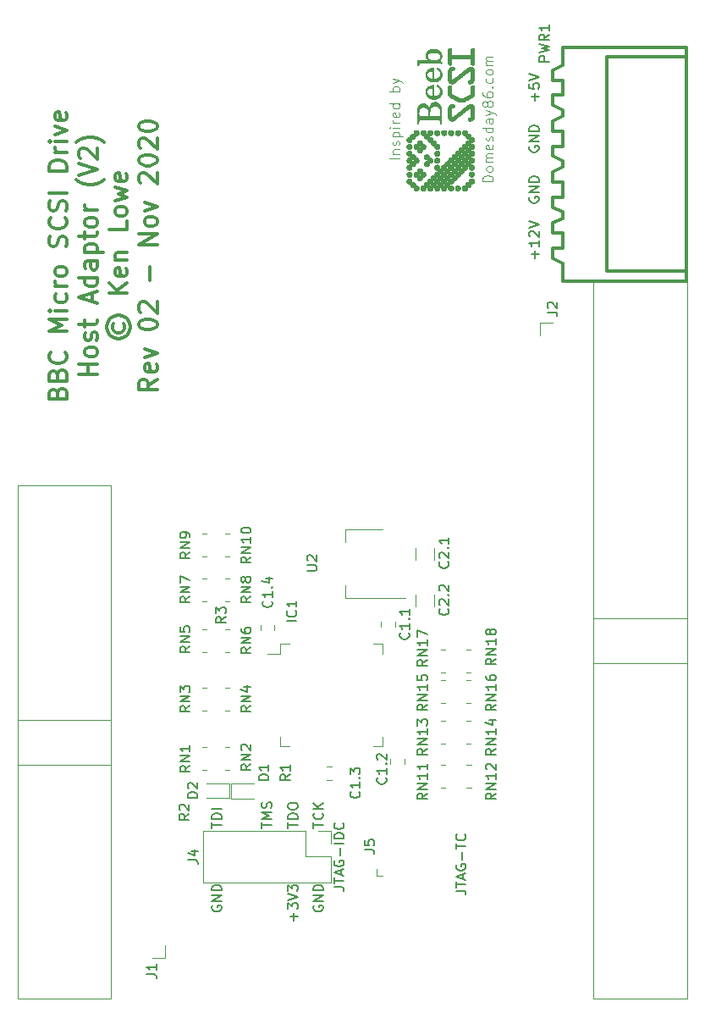
<source format=gbr>
G04 #@! TF.GenerationSoftware,KiCad,Pcbnew,(5.1.5)-3*
G04 #@! TF.CreationDate,2020-11-01T13:08:26+00:00*
G04 #@! TF.ProjectId,SCSIAdaptor,53435349-4164-4617-9074-6f722e6b6963,rev?*
G04 #@! TF.SameCoordinates,Original*
G04 #@! TF.FileFunction,Legend,Top*
G04 #@! TF.FilePolarity,Positive*
%FSLAX46Y46*%
G04 Gerber Fmt 4.6, Leading zero omitted, Abs format (unit mm)*
G04 Created by KiCad (PCBNEW (5.1.5)-3) date 2020-11-01 13:08:26*
%MOMM*%
%LPD*%
G04 APERTURE LIST*
%ADD10C,0.150000*%
%ADD11C,0.100000*%
%ADD12C,0.300000*%
%ADD13C,0.120000*%
%ADD14C,0.010000*%
G04 APERTURE END LIST*
D10*
X133361180Y-122870261D02*
X133361180Y-122298833D01*
X134361180Y-122584547D02*
X133361180Y-122584547D01*
X134361180Y-121965500D02*
X133361180Y-121965500D01*
X134075466Y-121632166D01*
X133361180Y-121298833D01*
X134361180Y-121298833D01*
X134313561Y-120870261D02*
X134361180Y-120727404D01*
X134361180Y-120489309D01*
X134313561Y-120394071D01*
X134265942Y-120346452D01*
X134170704Y-120298833D01*
X134075466Y-120298833D01*
X133980228Y-120346452D01*
X133932609Y-120394071D01*
X133884990Y-120489309D01*
X133837371Y-120679785D01*
X133789752Y-120775023D01*
X133742133Y-120822642D01*
X133646895Y-120870261D01*
X133551657Y-120870261D01*
X133456419Y-120822642D01*
X133408800Y-120775023D01*
X133361180Y-120679785D01*
X133361180Y-120441690D01*
X133408800Y-120298833D01*
X152792180Y-129158666D02*
X153506466Y-129158666D01*
X153649323Y-129206285D01*
X153744561Y-129301523D01*
X153792180Y-129444380D01*
X153792180Y-129539619D01*
X152792180Y-128825333D02*
X152792180Y-128253904D01*
X153792180Y-128539619D02*
X152792180Y-128539619D01*
X153506466Y-127968190D02*
X153506466Y-127492000D01*
X153792180Y-128063428D02*
X152792180Y-127730095D01*
X153792180Y-127396761D01*
X152839800Y-126539619D02*
X152792180Y-126634857D01*
X152792180Y-126777714D01*
X152839800Y-126920571D01*
X152935038Y-127015809D01*
X153030276Y-127063428D01*
X153220752Y-127111047D01*
X153363609Y-127111047D01*
X153554085Y-127063428D01*
X153649323Y-127015809D01*
X153744561Y-126920571D01*
X153792180Y-126777714D01*
X153792180Y-126682476D01*
X153744561Y-126539619D01*
X153696942Y-126492000D01*
X153363609Y-126492000D01*
X153363609Y-126682476D01*
X153411228Y-126063428D02*
X153411228Y-125301523D01*
X152792180Y-124968190D02*
X152792180Y-124396761D01*
X153792180Y-124682476D02*
X152792180Y-124682476D01*
X153696942Y-123492000D02*
X153744561Y-123539619D01*
X153792180Y-123682476D01*
X153792180Y-123777714D01*
X153744561Y-123920571D01*
X153649323Y-124015809D01*
X153554085Y-124063428D01*
X153363609Y-124111047D01*
X153220752Y-124111047D01*
X153030276Y-124063428D01*
X152935038Y-124015809D01*
X152839800Y-123920571D01*
X152792180Y-123777714D01*
X152792180Y-123682476D01*
X152839800Y-123539619D01*
X152887419Y-123492000D01*
X140600180Y-128753809D02*
X141314466Y-128753809D01*
X141457323Y-128801428D01*
X141552561Y-128896666D01*
X141600180Y-129039523D01*
X141600180Y-129134761D01*
X140600180Y-128420476D02*
X140600180Y-127849047D01*
X141600180Y-128134761D02*
X140600180Y-128134761D01*
X141314466Y-127563333D02*
X141314466Y-127087142D01*
X141600180Y-127658571D02*
X140600180Y-127325238D01*
X141600180Y-126991904D01*
X140647800Y-126134761D02*
X140600180Y-126230000D01*
X140600180Y-126372857D01*
X140647800Y-126515714D01*
X140743038Y-126610952D01*
X140838276Y-126658571D01*
X141028752Y-126706190D01*
X141171609Y-126706190D01*
X141362085Y-126658571D01*
X141457323Y-126610952D01*
X141552561Y-126515714D01*
X141600180Y-126372857D01*
X141600180Y-126277619D01*
X141552561Y-126134761D01*
X141504942Y-126087142D01*
X141171609Y-126087142D01*
X141171609Y-126277619D01*
X141219228Y-125658571D02*
X141219228Y-124896666D01*
X141600180Y-124420476D02*
X140600180Y-124420476D01*
X141600180Y-123944285D02*
X140600180Y-123944285D01*
X140600180Y-123706190D01*
X140647800Y-123563333D01*
X140743038Y-123468095D01*
X140838276Y-123420476D01*
X141028752Y-123372857D01*
X141171609Y-123372857D01*
X141362085Y-123420476D01*
X141457323Y-123468095D01*
X141552561Y-123563333D01*
X141600180Y-123706190D01*
X141600180Y-123944285D01*
X141504942Y-122372857D02*
X141552561Y-122420476D01*
X141600180Y-122563333D01*
X141600180Y-122658571D01*
X141552561Y-122801428D01*
X141457323Y-122896666D01*
X141362085Y-122944285D01*
X141171609Y-122991904D01*
X141028752Y-122991904D01*
X140838276Y-122944285D01*
X140743038Y-122896666D01*
X140647800Y-122801428D01*
X140600180Y-122658571D01*
X140600180Y-122563333D01*
X140647800Y-122420476D01*
X140695419Y-122372857D01*
D11*
X147147380Y-55952380D02*
X146147380Y-55952380D01*
X146480714Y-55476190D02*
X147147380Y-55476190D01*
X146575952Y-55476190D02*
X146528333Y-55428571D01*
X146480714Y-55333333D01*
X146480714Y-55190476D01*
X146528333Y-55095238D01*
X146623571Y-55047619D01*
X147147380Y-55047619D01*
X147099761Y-54619047D02*
X147147380Y-54523809D01*
X147147380Y-54333333D01*
X147099761Y-54238095D01*
X147004523Y-54190476D01*
X146956904Y-54190476D01*
X146861666Y-54238095D01*
X146814047Y-54333333D01*
X146814047Y-54476190D01*
X146766428Y-54571428D01*
X146671190Y-54619047D01*
X146623571Y-54619047D01*
X146528333Y-54571428D01*
X146480714Y-54476190D01*
X146480714Y-54333333D01*
X146528333Y-54238095D01*
X146480714Y-53761904D02*
X147480714Y-53761904D01*
X146528333Y-53761904D02*
X146480714Y-53666666D01*
X146480714Y-53476190D01*
X146528333Y-53380952D01*
X146575952Y-53333333D01*
X146671190Y-53285714D01*
X146956904Y-53285714D01*
X147052142Y-53333333D01*
X147099761Y-53380952D01*
X147147380Y-53476190D01*
X147147380Y-53666666D01*
X147099761Y-53761904D01*
X147147380Y-52857142D02*
X146480714Y-52857142D01*
X146147380Y-52857142D02*
X146195000Y-52904761D01*
X146242619Y-52857142D01*
X146195000Y-52809523D01*
X146147380Y-52857142D01*
X146242619Y-52857142D01*
X147147380Y-52380952D02*
X146480714Y-52380952D01*
X146671190Y-52380952D02*
X146575952Y-52333333D01*
X146528333Y-52285714D01*
X146480714Y-52190476D01*
X146480714Y-52095238D01*
X147099761Y-51380952D02*
X147147380Y-51476190D01*
X147147380Y-51666666D01*
X147099761Y-51761904D01*
X147004523Y-51809523D01*
X146623571Y-51809523D01*
X146528333Y-51761904D01*
X146480714Y-51666666D01*
X146480714Y-51476190D01*
X146528333Y-51380952D01*
X146623571Y-51333333D01*
X146718809Y-51333333D01*
X146814047Y-51809523D01*
X147147380Y-50476190D02*
X146147380Y-50476190D01*
X147099761Y-50476190D02*
X147147380Y-50571428D01*
X147147380Y-50761904D01*
X147099761Y-50857142D01*
X147052142Y-50904761D01*
X146956904Y-50952380D01*
X146671190Y-50952380D01*
X146575952Y-50904761D01*
X146528333Y-50857142D01*
X146480714Y-50761904D01*
X146480714Y-50571428D01*
X146528333Y-50476190D01*
X147147380Y-49238095D02*
X146147380Y-49238095D01*
X146528333Y-49238095D02*
X146480714Y-49142857D01*
X146480714Y-48952380D01*
X146528333Y-48857142D01*
X146575952Y-48809523D01*
X146671190Y-48761904D01*
X146956904Y-48761904D01*
X147052142Y-48809523D01*
X147099761Y-48857142D01*
X147147380Y-48952380D01*
X147147380Y-49142857D01*
X147099761Y-49238095D01*
X146480714Y-48428571D02*
X147147380Y-48190476D01*
X146480714Y-47952380D02*
X147147380Y-48190476D01*
X147385476Y-48285714D01*
X147433095Y-48333333D01*
X147480714Y-48428571D01*
D10*
X160726428Y-50180714D02*
X160726428Y-49418809D01*
X161107380Y-49799761D02*
X160345476Y-49799761D01*
X160107380Y-48466428D02*
X160107380Y-48942619D01*
X160583571Y-48990238D01*
X160535952Y-48942619D01*
X160488333Y-48847380D01*
X160488333Y-48609285D01*
X160535952Y-48514047D01*
X160583571Y-48466428D01*
X160678809Y-48418809D01*
X160916904Y-48418809D01*
X161012142Y-48466428D01*
X161059761Y-48514047D01*
X161107380Y-48609285D01*
X161107380Y-48847380D01*
X161059761Y-48942619D01*
X161012142Y-48990238D01*
X160107380Y-48133095D02*
X161107380Y-47799761D01*
X160107380Y-47466428D01*
X160155000Y-54736904D02*
X160107380Y-54832142D01*
X160107380Y-54975000D01*
X160155000Y-55117857D01*
X160250238Y-55213095D01*
X160345476Y-55260714D01*
X160535952Y-55308333D01*
X160678809Y-55308333D01*
X160869285Y-55260714D01*
X160964523Y-55213095D01*
X161059761Y-55117857D01*
X161107380Y-54975000D01*
X161107380Y-54879761D01*
X161059761Y-54736904D01*
X161012142Y-54689285D01*
X160678809Y-54689285D01*
X160678809Y-54879761D01*
X161107380Y-54260714D02*
X160107380Y-54260714D01*
X161107380Y-53689285D01*
X160107380Y-53689285D01*
X161107380Y-53213095D02*
X160107380Y-53213095D01*
X160107380Y-52975000D01*
X160155000Y-52832142D01*
X160250238Y-52736904D01*
X160345476Y-52689285D01*
X160535952Y-52641666D01*
X160678809Y-52641666D01*
X160869285Y-52689285D01*
X160964523Y-52736904D01*
X161059761Y-52832142D01*
X161107380Y-52975000D01*
X161107380Y-53213095D01*
X160155000Y-59816904D02*
X160107380Y-59912142D01*
X160107380Y-60055000D01*
X160155000Y-60197857D01*
X160250238Y-60293095D01*
X160345476Y-60340714D01*
X160535952Y-60388333D01*
X160678809Y-60388333D01*
X160869285Y-60340714D01*
X160964523Y-60293095D01*
X161059761Y-60197857D01*
X161107380Y-60055000D01*
X161107380Y-59959761D01*
X161059761Y-59816904D01*
X161012142Y-59769285D01*
X160678809Y-59769285D01*
X160678809Y-59959761D01*
X161107380Y-59340714D02*
X160107380Y-59340714D01*
X161107380Y-58769285D01*
X160107380Y-58769285D01*
X161107380Y-58293095D02*
X160107380Y-58293095D01*
X160107380Y-58055000D01*
X160155000Y-57912142D01*
X160250238Y-57816904D01*
X160345476Y-57769285D01*
X160535952Y-57721666D01*
X160678809Y-57721666D01*
X160869285Y-57769285D01*
X160964523Y-57816904D01*
X161059761Y-57912142D01*
X161107380Y-58055000D01*
X161107380Y-58293095D01*
X160726428Y-65896904D02*
X160726428Y-65135000D01*
X161107380Y-65515952D02*
X160345476Y-65515952D01*
X161107380Y-64135000D02*
X161107380Y-64706428D01*
X161107380Y-64420714D02*
X160107380Y-64420714D01*
X160250238Y-64515952D01*
X160345476Y-64611190D01*
X160393095Y-64706428D01*
X160202619Y-63754047D02*
X160155000Y-63706428D01*
X160107380Y-63611190D01*
X160107380Y-63373095D01*
X160155000Y-63277857D01*
X160202619Y-63230238D01*
X160297857Y-63182619D01*
X160393095Y-63182619D01*
X160535952Y-63230238D01*
X161107380Y-63801666D01*
X161107380Y-63182619D01*
X160107380Y-62896904D02*
X161107380Y-62563571D01*
X160107380Y-62230238D01*
X138565000Y-130653214D02*
X138517380Y-130748452D01*
X138517380Y-130891309D01*
X138565000Y-131034166D01*
X138660238Y-131129404D01*
X138755476Y-131177023D01*
X138945952Y-131224642D01*
X139088809Y-131224642D01*
X139279285Y-131177023D01*
X139374523Y-131129404D01*
X139469761Y-131034166D01*
X139517380Y-130891309D01*
X139517380Y-130796071D01*
X139469761Y-130653214D01*
X139422142Y-130605595D01*
X139088809Y-130605595D01*
X139088809Y-130796071D01*
X139517380Y-130177023D02*
X138517380Y-130177023D01*
X139517380Y-129605595D01*
X138517380Y-129605595D01*
X139517380Y-129129404D02*
X138517380Y-129129404D01*
X138517380Y-128891309D01*
X138565000Y-128748452D01*
X138660238Y-128653214D01*
X138755476Y-128605595D01*
X138945952Y-128557976D01*
X139088809Y-128557976D01*
X139279285Y-128605595D01*
X139374523Y-128653214D01*
X139469761Y-128748452D01*
X139517380Y-128891309D01*
X139517380Y-129129404D01*
X136596428Y-132129404D02*
X136596428Y-131367500D01*
X136977380Y-131748452D02*
X136215476Y-131748452D01*
X135977380Y-130986547D02*
X135977380Y-130367500D01*
X136358333Y-130700833D01*
X136358333Y-130557976D01*
X136405952Y-130462738D01*
X136453571Y-130415119D01*
X136548809Y-130367500D01*
X136786904Y-130367500D01*
X136882142Y-130415119D01*
X136929761Y-130462738D01*
X136977380Y-130557976D01*
X136977380Y-130843690D01*
X136929761Y-130938928D01*
X136882142Y-130986547D01*
X135977380Y-130081785D02*
X136977380Y-129748452D01*
X135977380Y-129415119D01*
X135977380Y-129177023D02*
X135977380Y-128557976D01*
X136358333Y-128891309D01*
X136358333Y-128748452D01*
X136405952Y-128653214D01*
X136453571Y-128605595D01*
X136548809Y-128557976D01*
X136786904Y-128557976D01*
X136882142Y-128605595D01*
X136929761Y-128653214D01*
X136977380Y-128748452D01*
X136977380Y-129034166D01*
X136929761Y-129129404D01*
X136882142Y-129177023D01*
X128405000Y-130653214D02*
X128357380Y-130748452D01*
X128357380Y-130891309D01*
X128405000Y-131034166D01*
X128500238Y-131129404D01*
X128595476Y-131177023D01*
X128785952Y-131224642D01*
X128928809Y-131224642D01*
X129119285Y-131177023D01*
X129214523Y-131129404D01*
X129309761Y-131034166D01*
X129357380Y-130891309D01*
X129357380Y-130796071D01*
X129309761Y-130653214D01*
X129262142Y-130605595D01*
X128928809Y-130605595D01*
X128928809Y-130796071D01*
X129357380Y-130177023D02*
X128357380Y-130177023D01*
X129357380Y-129605595D01*
X128357380Y-129605595D01*
X129357380Y-129129404D02*
X128357380Y-129129404D01*
X128357380Y-128891309D01*
X128405000Y-128748452D01*
X128500238Y-128653214D01*
X128595476Y-128605595D01*
X128785952Y-128557976D01*
X128928809Y-128557976D01*
X129119285Y-128605595D01*
X129214523Y-128653214D01*
X129309761Y-128748452D01*
X129357380Y-128891309D01*
X129357380Y-129129404D01*
X138517380Y-122870261D02*
X138517380Y-122298833D01*
X139517380Y-122584547D02*
X138517380Y-122584547D01*
X139422142Y-121394071D02*
X139469761Y-121441690D01*
X139517380Y-121584547D01*
X139517380Y-121679785D01*
X139469761Y-121822642D01*
X139374523Y-121917880D01*
X139279285Y-121965500D01*
X139088809Y-122013119D01*
X138945952Y-122013119D01*
X138755476Y-121965500D01*
X138660238Y-121917880D01*
X138565000Y-121822642D01*
X138517380Y-121679785D01*
X138517380Y-121584547D01*
X138565000Y-121441690D01*
X138612619Y-121394071D01*
X139517380Y-120965500D02*
X138517380Y-120965500D01*
X139517380Y-120394071D02*
X138945952Y-120822642D01*
X138517380Y-120394071D02*
X139088809Y-120965500D01*
X135977380Y-122870261D02*
X135977380Y-122298833D01*
X136977380Y-122584547D02*
X135977380Y-122584547D01*
X136977380Y-121965500D02*
X135977380Y-121965500D01*
X135977380Y-121727404D01*
X136025000Y-121584547D01*
X136120238Y-121489309D01*
X136215476Y-121441690D01*
X136405952Y-121394071D01*
X136548809Y-121394071D01*
X136739285Y-121441690D01*
X136834523Y-121489309D01*
X136929761Y-121584547D01*
X136977380Y-121727404D01*
X136977380Y-121965500D01*
X135977380Y-120775023D02*
X135977380Y-120584547D01*
X136025000Y-120489309D01*
X136120238Y-120394071D01*
X136310714Y-120346452D01*
X136644047Y-120346452D01*
X136834523Y-120394071D01*
X136929761Y-120489309D01*
X136977380Y-120584547D01*
X136977380Y-120775023D01*
X136929761Y-120870261D01*
X136834523Y-120965500D01*
X136644047Y-121013119D01*
X136310714Y-121013119D01*
X136120238Y-120965500D01*
X136025000Y-120870261D01*
X135977380Y-120775023D01*
X128357380Y-122870261D02*
X128357380Y-122298833D01*
X129357380Y-122584547D02*
X128357380Y-122584547D01*
X129357380Y-121965500D02*
X128357380Y-121965500D01*
X128357380Y-121727404D01*
X128405000Y-121584547D01*
X128500238Y-121489309D01*
X128595476Y-121441690D01*
X128785952Y-121394071D01*
X128928809Y-121394071D01*
X129119285Y-121441690D01*
X129214523Y-121489309D01*
X129309761Y-121584547D01*
X129357380Y-121727404D01*
X129357380Y-121965500D01*
X129357380Y-120965500D02*
X128357380Y-120965500D01*
D11*
X156487380Y-58213095D02*
X155487380Y-58213095D01*
X155487380Y-57975000D01*
X155535000Y-57832142D01*
X155630238Y-57736904D01*
X155725476Y-57689285D01*
X155915952Y-57641666D01*
X156058809Y-57641666D01*
X156249285Y-57689285D01*
X156344523Y-57736904D01*
X156439761Y-57832142D01*
X156487380Y-57975000D01*
X156487380Y-58213095D01*
X156487380Y-57070238D02*
X156439761Y-57165476D01*
X156392142Y-57213095D01*
X156296904Y-57260714D01*
X156011190Y-57260714D01*
X155915952Y-57213095D01*
X155868333Y-57165476D01*
X155820714Y-57070238D01*
X155820714Y-56927380D01*
X155868333Y-56832142D01*
X155915952Y-56784523D01*
X156011190Y-56736904D01*
X156296904Y-56736904D01*
X156392142Y-56784523D01*
X156439761Y-56832142D01*
X156487380Y-56927380D01*
X156487380Y-57070238D01*
X156487380Y-56308333D02*
X155820714Y-56308333D01*
X155915952Y-56308333D02*
X155868333Y-56260714D01*
X155820714Y-56165476D01*
X155820714Y-56022619D01*
X155868333Y-55927380D01*
X155963571Y-55879761D01*
X156487380Y-55879761D01*
X155963571Y-55879761D02*
X155868333Y-55832142D01*
X155820714Y-55736904D01*
X155820714Y-55594047D01*
X155868333Y-55498809D01*
X155963571Y-55451190D01*
X156487380Y-55451190D01*
X156439761Y-54594047D02*
X156487380Y-54689285D01*
X156487380Y-54879761D01*
X156439761Y-54975000D01*
X156344523Y-55022619D01*
X155963571Y-55022619D01*
X155868333Y-54975000D01*
X155820714Y-54879761D01*
X155820714Y-54689285D01*
X155868333Y-54594047D01*
X155963571Y-54546428D01*
X156058809Y-54546428D01*
X156154047Y-55022619D01*
X156439761Y-54165476D02*
X156487380Y-54070238D01*
X156487380Y-53879761D01*
X156439761Y-53784523D01*
X156344523Y-53736904D01*
X156296904Y-53736904D01*
X156201666Y-53784523D01*
X156154047Y-53879761D01*
X156154047Y-54022619D01*
X156106428Y-54117857D01*
X156011190Y-54165476D01*
X155963571Y-54165476D01*
X155868333Y-54117857D01*
X155820714Y-54022619D01*
X155820714Y-53879761D01*
X155868333Y-53784523D01*
X156487380Y-52879761D02*
X155487380Y-52879761D01*
X156439761Y-52879761D02*
X156487380Y-52975000D01*
X156487380Y-53165476D01*
X156439761Y-53260714D01*
X156392142Y-53308333D01*
X156296904Y-53355952D01*
X156011190Y-53355952D01*
X155915952Y-53308333D01*
X155868333Y-53260714D01*
X155820714Y-53165476D01*
X155820714Y-52975000D01*
X155868333Y-52879761D01*
X156487380Y-51975000D02*
X155963571Y-51975000D01*
X155868333Y-52022619D01*
X155820714Y-52117857D01*
X155820714Y-52308333D01*
X155868333Y-52403571D01*
X156439761Y-51975000D02*
X156487380Y-52070238D01*
X156487380Y-52308333D01*
X156439761Y-52403571D01*
X156344523Y-52451190D01*
X156249285Y-52451190D01*
X156154047Y-52403571D01*
X156106428Y-52308333D01*
X156106428Y-52070238D01*
X156058809Y-51975000D01*
X155820714Y-51594047D02*
X156487380Y-51355952D01*
X155820714Y-51117857D02*
X156487380Y-51355952D01*
X156725476Y-51451190D01*
X156773095Y-51498809D01*
X156820714Y-51594047D01*
X155915952Y-50594047D02*
X155868333Y-50689285D01*
X155820714Y-50736904D01*
X155725476Y-50784523D01*
X155677857Y-50784523D01*
X155582619Y-50736904D01*
X155535000Y-50689285D01*
X155487380Y-50594047D01*
X155487380Y-50403571D01*
X155535000Y-50308333D01*
X155582619Y-50260714D01*
X155677857Y-50213095D01*
X155725476Y-50213095D01*
X155820714Y-50260714D01*
X155868333Y-50308333D01*
X155915952Y-50403571D01*
X155915952Y-50594047D01*
X155963571Y-50689285D01*
X156011190Y-50736904D01*
X156106428Y-50784523D01*
X156296904Y-50784523D01*
X156392142Y-50736904D01*
X156439761Y-50689285D01*
X156487380Y-50594047D01*
X156487380Y-50403571D01*
X156439761Y-50308333D01*
X156392142Y-50260714D01*
X156296904Y-50213095D01*
X156106428Y-50213095D01*
X156011190Y-50260714D01*
X155963571Y-50308333D01*
X155915952Y-50403571D01*
X155487380Y-49355952D02*
X155487380Y-49546428D01*
X155535000Y-49641666D01*
X155582619Y-49689285D01*
X155725476Y-49784523D01*
X155915952Y-49832142D01*
X156296904Y-49832142D01*
X156392142Y-49784523D01*
X156439761Y-49736904D01*
X156487380Y-49641666D01*
X156487380Y-49451190D01*
X156439761Y-49355952D01*
X156392142Y-49308333D01*
X156296904Y-49260714D01*
X156058809Y-49260714D01*
X155963571Y-49308333D01*
X155915952Y-49355952D01*
X155868333Y-49451190D01*
X155868333Y-49641666D01*
X155915952Y-49736904D01*
X155963571Y-49784523D01*
X156058809Y-49832142D01*
X156392142Y-48832142D02*
X156439761Y-48784523D01*
X156487380Y-48832142D01*
X156439761Y-48879761D01*
X156392142Y-48832142D01*
X156487380Y-48832142D01*
X156439761Y-47927380D02*
X156487380Y-48022619D01*
X156487380Y-48213095D01*
X156439761Y-48308333D01*
X156392142Y-48355952D01*
X156296904Y-48403571D01*
X156011190Y-48403571D01*
X155915952Y-48355952D01*
X155868333Y-48308333D01*
X155820714Y-48213095D01*
X155820714Y-48022619D01*
X155868333Y-47927380D01*
X156487380Y-47355952D02*
X156439761Y-47451190D01*
X156392142Y-47498809D01*
X156296904Y-47546428D01*
X156011190Y-47546428D01*
X155915952Y-47498809D01*
X155868333Y-47451190D01*
X155820714Y-47355952D01*
X155820714Y-47213095D01*
X155868333Y-47117857D01*
X155915952Y-47070238D01*
X156011190Y-47022619D01*
X156296904Y-47022619D01*
X156392142Y-47070238D01*
X156439761Y-47117857D01*
X156487380Y-47213095D01*
X156487380Y-47355952D01*
X156487380Y-46594047D02*
X155820714Y-46594047D01*
X155915952Y-46594047D02*
X155868333Y-46546428D01*
X155820714Y-46451190D01*
X155820714Y-46308333D01*
X155868333Y-46213095D01*
X155963571Y-46165476D01*
X156487380Y-46165476D01*
X155963571Y-46165476D02*
X155868333Y-46117857D01*
X155820714Y-46022619D01*
X155820714Y-45879761D01*
X155868333Y-45784523D01*
X155963571Y-45736904D01*
X156487380Y-45736904D01*
D12*
X112951428Y-79373285D02*
X113037142Y-79116142D01*
X113122857Y-79030428D01*
X113294285Y-78944714D01*
X113551428Y-78944714D01*
X113722857Y-79030428D01*
X113808571Y-79116142D01*
X113894285Y-79287571D01*
X113894285Y-79973285D01*
X112094285Y-79973285D01*
X112094285Y-79373285D01*
X112180000Y-79201857D01*
X112265714Y-79116142D01*
X112437142Y-79030428D01*
X112608571Y-79030428D01*
X112780000Y-79116142D01*
X112865714Y-79201857D01*
X112951428Y-79373285D01*
X112951428Y-79973285D01*
X112951428Y-77573285D02*
X113037142Y-77316142D01*
X113122857Y-77230428D01*
X113294285Y-77144714D01*
X113551428Y-77144714D01*
X113722857Y-77230428D01*
X113808571Y-77316142D01*
X113894285Y-77487571D01*
X113894285Y-78173285D01*
X112094285Y-78173285D01*
X112094285Y-77573285D01*
X112180000Y-77401857D01*
X112265714Y-77316142D01*
X112437142Y-77230428D01*
X112608571Y-77230428D01*
X112780000Y-77316142D01*
X112865714Y-77401857D01*
X112951428Y-77573285D01*
X112951428Y-78173285D01*
X113722857Y-75344714D02*
X113808571Y-75430428D01*
X113894285Y-75687571D01*
X113894285Y-75859000D01*
X113808571Y-76116142D01*
X113637142Y-76287571D01*
X113465714Y-76373285D01*
X113122857Y-76459000D01*
X112865714Y-76459000D01*
X112522857Y-76373285D01*
X112351428Y-76287571D01*
X112180000Y-76116142D01*
X112094285Y-75859000D01*
X112094285Y-75687571D01*
X112180000Y-75430428D01*
X112265714Y-75344714D01*
X113894285Y-73201857D02*
X112094285Y-73201857D01*
X113380000Y-72601857D01*
X112094285Y-72001857D01*
X113894285Y-72001857D01*
X113894285Y-71144714D02*
X112694285Y-71144714D01*
X112094285Y-71144714D02*
X112180000Y-71230428D01*
X112265714Y-71144714D01*
X112180000Y-71059000D01*
X112094285Y-71144714D01*
X112265714Y-71144714D01*
X113808571Y-69516142D02*
X113894285Y-69687571D01*
X113894285Y-70030428D01*
X113808571Y-70201857D01*
X113722857Y-70287571D01*
X113551428Y-70373285D01*
X113037142Y-70373285D01*
X112865714Y-70287571D01*
X112780000Y-70201857D01*
X112694285Y-70030428D01*
X112694285Y-69687571D01*
X112780000Y-69516142D01*
X113894285Y-68744714D02*
X112694285Y-68744714D01*
X113037142Y-68744714D02*
X112865714Y-68659000D01*
X112780000Y-68573285D01*
X112694285Y-68401857D01*
X112694285Y-68230428D01*
X113894285Y-67373285D02*
X113808571Y-67544714D01*
X113722857Y-67630428D01*
X113551428Y-67716142D01*
X113037142Y-67716142D01*
X112865714Y-67630428D01*
X112780000Y-67544714D01*
X112694285Y-67373285D01*
X112694285Y-67116142D01*
X112780000Y-66944714D01*
X112865714Y-66859000D01*
X113037142Y-66773285D01*
X113551428Y-66773285D01*
X113722857Y-66859000D01*
X113808571Y-66944714D01*
X113894285Y-67116142D01*
X113894285Y-67373285D01*
X113808571Y-64716142D02*
X113894285Y-64459000D01*
X113894285Y-64030428D01*
X113808571Y-63859000D01*
X113722857Y-63773285D01*
X113551428Y-63687571D01*
X113380000Y-63687571D01*
X113208571Y-63773285D01*
X113122857Y-63859000D01*
X113037142Y-64030428D01*
X112951428Y-64373285D01*
X112865714Y-64544714D01*
X112780000Y-64630428D01*
X112608571Y-64716142D01*
X112437142Y-64716142D01*
X112265714Y-64630428D01*
X112180000Y-64544714D01*
X112094285Y-64373285D01*
X112094285Y-63944714D01*
X112180000Y-63687571D01*
X113722857Y-61887571D02*
X113808571Y-61973285D01*
X113894285Y-62230428D01*
X113894285Y-62401857D01*
X113808571Y-62659000D01*
X113637142Y-62830428D01*
X113465714Y-62916142D01*
X113122857Y-63001857D01*
X112865714Y-63001857D01*
X112522857Y-62916142D01*
X112351428Y-62830428D01*
X112180000Y-62659000D01*
X112094285Y-62401857D01*
X112094285Y-62230428D01*
X112180000Y-61973285D01*
X112265714Y-61887571D01*
X113808571Y-61201857D02*
X113894285Y-60944714D01*
X113894285Y-60516142D01*
X113808571Y-60344714D01*
X113722857Y-60259000D01*
X113551428Y-60173285D01*
X113380000Y-60173285D01*
X113208571Y-60259000D01*
X113122857Y-60344714D01*
X113037142Y-60516142D01*
X112951428Y-60859000D01*
X112865714Y-61030428D01*
X112780000Y-61116142D01*
X112608571Y-61201857D01*
X112437142Y-61201857D01*
X112265714Y-61116142D01*
X112180000Y-61030428D01*
X112094285Y-60859000D01*
X112094285Y-60430428D01*
X112180000Y-60173285D01*
X113894285Y-59401857D02*
X112094285Y-59401857D01*
X113894285Y-57173285D02*
X112094285Y-57173285D01*
X112094285Y-56744714D01*
X112180000Y-56487571D01*
X112351428Y-56316142D01*
X112522857Y-56230428D01*
X112865714Y-56144714D01*
X113122857Y-56144714D01*
X113465714Y-56230428D01*
X113637142Y-56316142D01*
X113808571Y-56487571D01*
X113894285Y-56744714D01*
X113894285Y-57173285D01*
X113894285Y-55373285D02*
X112694285Y-55373285D01*
X113037142Y-55373285D02*
X112865714Y-55287571D01*
X112780000Y-55201857D01*
X112694285Y-55030428D01*
X112694285Y-54859000D01*
X113894285Y-54259000D02*
X112694285Y-54259000D01*
X112094285Y-54259000D02*
X112180000Y-54344714D01*
X112265714Y-54259000D01*
X112180000Y-54173285D01*
X112094285Y-54259000D01*
X112265714Y-54259000D01*
X112694285Y-53573285D02*
X113894285Y-53144714D01*
X112694285Y-52716142D01*
X113808571Y-51344714D02*
X113894285Y-51516142D01*
X113894285Y-51859000D01*
X113808571Y-52030428D01*
X113637142Y-52116142D01*
X112951428Y-52116142D01*
X112780000Y-52030428D01*
X112694285Y-51859000D01*
X112694285Y-51516142D01*
X112780000Y-51344714D01*
X112951428Y-51259000D01*
X113122857Y-51259000D01*
X113294285Y-52116142D01*
X116894285Y-77530428D02*
X115094285Y-77530428D01*
X115951428Y-77530428D02*
X115951428Y-76501857D01*
X116894285Y-76501857D02*
X115094285Y-76501857D01*
X116894285Y-75387571D02*
X116808571Y-75559000D01*
X116722857Y-75644714D01*
X116551428Y-75730428D01*
X116037142Y-75730428D01*
X115865714Y-75644714D01*
X115780000Y-75559000D01*
X115694285Y-75387571D01*
X115694285Y-75130428D01*
X115780000Y-74959000D01*
X115865714Y-74873285D01*
X116037142Y-74787571D01*
X116551428Y-74787571D01*
X116722857Y-74873285D01*
X116808571Y-74959000D01*
X116894285Y-75130428D01*
X116894285Y-75387571D01*
X116808571Y-74101857D02*
X116894285Y-73930428D01*
X116894285Y-73587571D01*
X116808571Y-73416142D01*
X116637142Y-73330428D01*
X116551428Y-73330428D01*
X116380000Y-73416142D01*
X116294285Y-73587571D01*
X116294285Y-73844714D01*
X116208571Y-74016142D01*
X116037142Y-74101857D01*
X115951428Y-74101857D01*
X115780000Y-74016142D01*
X115694285Y-73844714D01*
X115694285Y-73587571D01*
X115780000Y-73416142D01*
X115694285Y-72816142D02*
X115694285Y-72130428D01*
X115094285Y-72559000D02*
X116637142Y-72559000D01*
X116808571Y-72473285D01*
X116894285Y-72301857D01*
X116894285Y-72130428D01*
X116380000Y-70244714D02*
X116380000Y-69387571D01*
X116894285Y-70416142D02*
X115094285Y-69816142D01*
X116894285Y-69216142D01*
X116894285Y-67844714D02*
X115094285Y-67844714D01*
X116808571Y-67844714D02*
X116894285Y-68016142D01*
X116894285Y-68359000D01*
X116808571Y-68530428D01*
X116722857Y-68616142D01*
X116551428Y-68701857D01*
X116037142Y-68701857D01*
X115865714Y-68616142D01*
X115780000Y-68530428D01*
X115694285Y-68359000D01*
X115694285Y-68016142D01*
X115780000Y-67844714D01*
X116894285Y-66216142D02*
X115951428Y-66216142D01*
X115780000Y-66301857D01*
X115694285Y-66473285D01*
X115694285Y-66816142D01*
X115780000Y-66987571D01*
X116808571Y-66216142D02*
X116894285Y-66387571D01*
X116894285Y-66816142D01*
X116808571Y-66987571D01*
X116637142Y-67073285D01*
X116465714Y-67073285D01*
X116294285Y-66987571D01*
X116208571Y-66816142D01*
X116208571Y-66387571D01*
X116122857Y-66216142D01*
X115694285Y-65359000D02*
X117494285Y-65359000D01*
X115780000Y-65359000D02*
X115694285Y-65187571D01*
X115694285Y-64844714D01*
X115780000Y-64673285D01*
X115865714Y-64587571D01*
X116037142Y-64501857D01*
X116551428Y-64501857D01*
X116722857Y-64587571D01*
X116808571Y-64673285D01*
X116894285Y-64844714D01*
X116894285Y-65187571D01*
X116808571Y-65359000D01*
X115694285Y-63987571D02*
X115694285Y-63301857D01*
X115094285Y-63730428D02*
X116637142Y-63730428D01*
X116808571Y-63644714D01*
X116894285Y-63473285D01*
X116894285Y-63301857D01*
X116894285Y-62444714D02*
X116808571Y-62616142D01*
X116722857Y-62701857D01*
X116551428Y-62787571D01*
X116037142Y-62787571D01*
X115865714Y-62701857D01*
X115780000Y-62616142D01*
X115694285Y-62444714D01*
X115694285Y-62187571D01*
X115780000Y-62016142D01*
X115865714Y-61930428D01*
X116037142Y-61844714D01*
X116551428Y-61844714D01*
X116722857Y-61930428D01*
X116808571Y-62016142D01*
X116894285Y-62187571D01*
X116894285Y-62444714D01*
X116894285Y-61073285D02*
X115694285Y-61073285D01*
X116037142Y-61073285D02*
X115865714Y-60987571D01*
X115780000Y-60901857D01*
X115694285Y-60730428D01*
X115694285Y-60559000D01*
X117580000Y-58073285D02*
X117494285Y-58159000D01*
X117237142Y-58330428D01*
X117065714Y-58416142D01*
X116808571Y-58501857D01*
X116380000Y-58587571D01*
X116037142Y-58587571D01*
X115608571Y-58501857D01*
X115351428Y-58416142D01*
X115180000Y-58330428D01*
X114922857Y-58159000D01*
X114837142Y-58073285D01*
X115094285Y-57644714D02*
X116894285Y-57044714D01*
X115094285Y-56444714D01*
X115265714Y-55930428D02*
X115180000Y-55844714D01*
X115094285Y-55673285D01*
X115094285Y-55244714D01*
X115180000Y-55073285D01*
X115265714Y-54987571D01*
X115437142Y-54901857D01*
X115608571Y-54901857D01*
X115865714Y-54987571D01*
X116894285Y-56016142D01*
X116894285Y-54901857D01*
X117580000Y-54301857D02*
X117494285Y-54216142D01*
X117237142Y-54044714D01*
X117065714Y-53959000D01*
X116808571Y-53873285D01*
X116380000Y-53787571D01*
X116037142Y-53787571D01*
X115608571Y-53873285D01*
X115351428Y-53959000D01*
X115180000Y-54044714D01*
X114922857Y-54216142D01*
X114837142Y-54301857D01*
X118522857Y-72430428D02*
X118437142Y-72601857D01*
X118437142Y-72944714D01*
X118522857Y-73116142D01*
X118694285Y-73287571D01*
X118865714Y-73373285D01*
X119208571Y-73373285D01*
X119380000Y-73287571D01*
X119551428Y-73116142D01*
X119637142Y-72944714D01*
X119637142Y-72601857D01*
X119551428Y-72430428D01*
X117837142Y-72773285D02*
X117922857Y-73201857D01*
X118180000Y-73630428D01*
X118608571Y-73887571D01*
X119037142Y-73973285D01*
X119465714Y-73887571D01*
X119894285Y-73630428D01*
X120151428Y-73201857D01*
X120237142Y-72773285D01*
X120151428Y-72344714D01*
X119894285Y-71916142D01*
X119465714Y-71659000D01*
X119037142Y-71573285D01*
X118608571Y-71659000D01*
X118180000Y-71916142D01*
X117922857Y-72344714D01*
X117837142Y-72773285D01*
X119894285Y-69430428D02*
X118094285Y-69430428D01*
X119894285Y-68401857D02*
X118865714Y-69173285D01*
X118094285Y-68401857D02*
X119122857Y-69430428D01*
X119808571Y-66944714D02*
X119894285Y-67116142D01*
X119894285Y-67459000D01*
X119808571Y-67630428D01*
X119637142Y-67716142D01*
X118951428Y-67716142D01*
X118780000Y-67630428D01*
X118694285Y-67459000D01*
X118694285Y-67116142D01*
X118780000Y-66944714D01*
X118951428Y-66859000D01*
X119122857Y-66859000D01*
X119294285Y-67716142D01*
X118694285Y-66087571D02*
X119894285Y-66087571D01*
X118865714Y-66087571D02*
X118780000Y-66001857D01*
X118694285Y-65830428D01*
X118694285Y-65573285D01*
X118780000Y-65401857D01*
X118951428Y-65316142D01*
X119894285Y-65316142D01*
X119894285Y-62230428D02*
X119894285Y-63087571D01*
X118094285Y-63087571D01*
X119894285Y-61373285D02*
X119808571Y-61544714D01*
X119722857Y-61630428D01*
X119551428Y-61716142D01*
X119037142Y-61716142D01*
X118865714Y-61630428D01*
X118780000Y-61544714D01*
X118694285Y-61373285D01*
X118694285Y-61116142D01*
X118780000Y-60944714D01*
X118865714Y-60859000D01*
X119037142Y-60773285D01*
X119551428Y-60773285D01*
X119722857Y-60859000D01*
X119808571Y-60944714D01*
X119894285Y-61116142D01*
X119894285Y-61373285D01*
X118694285Y-60173285D02*
X119894285Y-59830428D01*
X119037142Y-59487571D01*
X119894285Y-59144714D01*
X118694285Y-58801857D01*
X119808571Y-57430428D02*
X119894285Y-57601857D01*
X119894285Y-57944714D01*
X119808571Y-58116142D01*
X119637142Y-58201857D01*
X118951428Y-58201857D01*
X118780000Y-58116142D01*
X118694285Y-57944714D01*
X118694285Y-57601857D01*
X118780000Y-57430428D01*
X118951428Y-57344714D01*
X119122857Y-57344714D01*
X119294285Y-58201857D01*
X122894285Y-78001857D02*
X122037142Y-78601857D01*
X122894285Y-79030428D02*
X121094285Y-79030428D01*
X121094285Y-78344714D01*
X121180000Y-78173285D01*
X121265714Y-78087571D01*
X121437142Y-78001857D01*
X121694285Y-78001857D01*
X121865714Y-78087571D01*
X121951428Y-78173285D01*
X122037142Y-78344714D01*
X122037142Y-79030428D01*
X122808571Y-76544714D02*
X122894285Y-76716142D01*
X122894285Y-77059000D01*
X122808571Y-77230428D01*
X122637142Y-77316142D01*
X121951428Y-77316142D01*
X121780000Y-77230428D01*
X121694285Y-77059000D01*
X121694285Y-76716142D01*
X121780000Y-76544714D01*
X121951428Y-76459000D01*
X122122857Y-76459000D01*
X122294285Y-77316142D01*
X121694285Y-75859000D02*
X122894285Y-75430428D01*
X121694285Y-75001857D01*
X121094285Y-72601857D02*
X121094285Y-72430428D01*
X121180000Y-72259000D01*
X121265714Y-72173285D01*
X121437142Y-72087571D01*
X121780000Y-72001857D01*
X122208571Y-72001857D01*
X122551428Y-72087571D01*
X122722857Y-72173285D01*
X122808571Y-72259000D01*
X122894285Y-72430428D01*
X122894285Y-72601857D01*
X122808571Y-72773285D01*
X122722857Y-72859000D01*
X122551428Y-72944714D01*
X122208571Y-73030428D01*
X121780000Y-73030428D01*
X121437142Y-72944714D01*
X121265714Y-72859000D01*
X121180000Y-72773285D01*
X121094285Y-72601857D01*
X121265714Y-71316142D02*
X121180000Y-71230428D01*
X121094285Y-71059000D01*
X121094285Y-70630428D01*
X121180000Y-70459000D01*
X121265714Y-70373285D01*
X121437142Y-70287571D01*
X121608571Y-70287571D01*
X121865714Y-70373285D01*
X122894285Y-71401857D01*
X122894285Y-70287571D01*
X122208571Y-68144714D02*
X122208571Y-66773285D01*
X122894285Y-64544714D02*
X121094285Y-64544714D01*
X122894285Y-63516142D01*
X121094285Y-63516142D01*
X122894285Y-62401857D02*
X122808571Y-62573285D01*
X122722857Y-62659000D01*
X122551428Y-62744714D01*
X122037142Y-62744714D01*
X121865714Y-62659000D01*
X121780000Y-62573285D01*
X121694285Y-62401857D01*
X121694285Y-62144714D01*
X121780000Y-61973285D01*
X121865714Y-61887571D01*
X122037142Y-61801857D01*
X122551428Y-61801857D01*
X122722857Y-61887571D01*
X122808571Y-61973285D01*
X122894285Y-62144714D01*
X122894285Y-62401857D01*
X121694285Y-61201857D02*
X122894285Y-60773285D01*
X121694285Y-60344714D01*
X121265714Y-58373285D02*
X121180000Y-58287571D01*
X121094285Y-58116142D01*
X121094285Y-57687571D01*
X121180000Y-57516142D01*
X121265714Y-57430428D01*
X121437142Y-57344714D01*
X121608571Y-57344714D01*
X121865714Y-57430428D01*
X122894285Y-58459000D01*
X122894285Y-57344714D01*
X121094285Y-56230428D02*
X121094285Y-56059000D01*
X121180000Y-55887571D01*
X121265714Y-55801857D01*
X121437142Y-55716142D01*
X121780000Y-55630428D01*
X122208571Y-55630428D01*
X122551428Y-55716142D01*
X122722857Y-55801857D01*
X122808571Y-55887571D01*
X122894285Y-56059000D01*
X122894285Y-56230428D01*
X122808571Y-56401857D01*
X122722857Y-56487571D01*
X122551428Y-56573285D01*
X122208571Y-56659000D01*
X121780000Y-56659000D01*
X121437142Y-56573285D01*
X121265714Y-56487571D01*
X121180000Y-56401857D01*
X121094285Y-56230428D01*
X121265714Y-54944714D02*
X121180000Y-54859000D01*
X121094285Y-54687571D01*
X121094285Y-54259000D01*
X121180000Y-54087571D01*
X121265714Y-54001857D01*
X121437142Y-53916142D01*
X121608571Y-53916142D01*
X121865714Y-54001857D01*
X122894285Y-55030428D01*
X122894285Y-53916142D01*
X121094285Y-52801857D02*
X121094285Y-52630428D01*
X121180000Y-52459000D01*
X121265714Y-52373285D01*
X121437142Y-52287571D01*
X121780000Y-52201857D01*
X122208571Y-52201857D01*
X122551428Y-52287571D01*
X122722857Y-52373285D01*
X122808571Y-52459000D01*
X122894285Y-52630428D01*
X122894285Y-52801857D01*
X122808571Y-52973285D01*
X122722857Y-53059000D01*
X122551428Y-53144714D01*
X122208571Y-53230428D01*
X121780000Y-53230428D01*
X121437142Y-53144714D01*
X121265714Y-53059000D01*
X121180000Y-52973285D01*
X121094285Y-52801857D01*
D13*
X118276000Y-88630000D02*
X118276000Y-139970000D01*
X118276000Y-88630000D02*
X108926000Y-88630000D01*
X118276000Y-112050000D02*
X108926000Y-112050000D01*
X118276000Y-116550000D02*
X108926000Y-116550000D01*
X118276000Y-139970000D02*
X108926000Y-139970000D01*
X108926000Y-139970000D02*
X108926000Y-88630000D01*
X122406000Y-135890000D02*
X123676000Y-135890000D01*
X123676000Y-135890000D02*
X123676000Y-134620000D01*
X145465800Y-127635000D02*
X144830800Y-127635000D01*
X144830800Y-127635000D02*
X144830800Y-127000000D01*
D14*
G36*
X153401777Y-58891471D02*
G01*
X153401997Y-58878634D01*
X153402447Y-58868657D01*
X153403195Y-58860661D01*
X153404309Y-58853768D01*
X153405857Y-58847099D01*
X153406671Y-58844088D01*
X153418522Y-58809483D01*
X153433930Y-58777796D01*
X153452788Y-58749134D01*
X153474992Y-58723602D01*
X153500435Y-58701307D01*
X153529012Y-58682354D01*
X153560616Y-58666848D01*
X153595141Y-58654897D01*
X153596143Y-58654616D01*
X153602986Y-58652861D01*
X153609675Y-58651570D01*
X153617090Y-58650673D01*
X153626110Y-58650104D01*
X153637612Y-58649793D01*
X153652476Y-58649674D01*
X153660100Y-58649664D01*
X153679525Y-58649826D01*
X153695373Y-58650421D01*
X153708680Y-58651617D01*
X153720481Y-58653580D01*
X153731810Y-58656478D01*
X153743702Y-58660477D01*
X153755459Y-58665042D01*
X153768882Y-58670463D01*
X153763460Y-58657041D01*
X153758353Y-58643797D01*
X153754495Y-58632027D01*
X153751718Y-58620696D01*
X153749855Y-58608770D01*
X153748740Y-58595213D01*
X153748205Y-58578992D01*
X153748083Y-58561682D01*
X153748141Y-58545107D01*
X153748361Y-58532270D01*
X153748811Y-58522293D01*
X153749559Y-58514298D01*
X153750673Y-58507404D01*
X153752221Y-58500735D01*
X153753035Y-58497725D01*
X153764885Y-58463119D01*
X153780293Y-58431433D01*
X153799152Y-58402770D01*
X153821356Y-58377239D01*
X153846799Y-58354943D01*
X153875375Y-58335990D01*
X153906979Y-58320485D01*
X153941505Y-58308533D01*
X153942507Y-58308253D01*
X153949349Y-58306498D01*
X153956039Y-58305206D01*
X153963454Y-58304309D01*
X153972473Y-58303740D01*
X153983976Y-58303430D01*
X153998840Y-58303310D01*
X154006464Y-58303301D01*
X154025888Y-58303462D01*
X154041736Y-58304057D01*
X154055044Y-58305253D01*
X154066844Y-58307216D01*
X154078173Y-58310114D01*
X154090065Y-58314113D01*
X154101823Y-58318678D01*
X154115245Y-58324100D01*
X154109824Y-58310677D01*
X154104717Y-58297434D01*
X154100859Y-58285664D01*
X154098081Y-58274333D01*
X154096218Y-58262406D01*
X154095103Y-58248850D01*
X154094569Y-58232628D01*
X154094446Y-58215318D01*
X154094505Y-58198743D01*
X154094725Y-58185907D01*
X154095175Y-58175930D01*
X154095923Y-58167934D01*
X154097036Y-58161041D01*
X154098584Y-58154371D01*
X154099398Y-58151361D01*
X154111249Y-58116756D01*
X154126657Y-58085069D01*
X154145516Y-58056407D01*
X154167719Y-58030875D01*
X154193163Y-58008580D01*
X154221739Y-57989626D01*
X154253343Y-57974121D01*
X154287868Y-57962170D01*
X154288870Y-57961889D01*
X154295713Y-57960134D01*
X154302403Y-57958842D01*
X154309818Y-57957946D01*
X154318837Y-57957376D01*
X154330339Y-57957066D01*
X154345203Y-57956947D01*
X154352828Y-57956937D01*
X154369403Y-57956995D01*
X154382240Y-57957215D01*
X154392216Y-57957665D01*
X154400212Y-57958413D01*
X154407105Y-57959527D01*
X154413775Y-57961075D01*
X154416785Y-57961889D01*
X154451276Y-57973716D01*
X154482926Y-57989124D01*
X154511597Y-58007974D01*
X154537152Y-58030130D01*
X154559456Y-58055456D01*
X154578371Y-58083815D01*
X154593760Y-58115070D01*
X154605488Y-58149084D01*
X154606113Y-58151361D01*
X154608371Y-58162706D01*
X154610120Y-58177441D01*
X154611328Y-58194367D01*
X154611964Y-58212279D01*
X154611996Y-58229977D01*
X154611392Y-58246258D01*
X154610121Y-58259921D01*
X154609135Y-58265837D01*
X154599945Y-58299445D01*
X154586809Y-58331012D01*
X154569983Y-58360248D01*
X154549724Y-58386867D01*
X154526286Y-58410581D01*
X154499926Y-58431101D01*
X154470900Y-58448140D01*
X154439463Y-58461409D01*
X154433646Y-58463350D01*
X154416563Y-58468340D01*
X154400647Y-58471797D01*
X154384534Y-58473886D01*
X154366858Y-58474774D01*
X154346256Y-58474627D01*
X154342051Y-58474501D01*
X154320704Y-58473345D01*
X154302531Y-58471237D01*
X154286137Y-58467909D01*
X154270130Y-58463096D01*
X154257469Y-58458322D01*
X154244046Y-58452901D01*
X154249468Y-58466323D01*
X154254575Y-58479567D01*
X154258433Y-58491337D01*
X154261210Y-58502668D01*
X154263073Y-58514594D01*
X154264188Y-58528151D01*
X154264723Y-58544373D01*
X154264845Y-58561682D01*
X154264787Y-58578257D01*
X154264567Y-58591094D01*
X154264117Y-58601071D01*
X154263369Y-58609067D01*
X154262255Y-58615960D01*
X154260707Y-58622629D01*
X154259894Y-58625640D01*
X154248043Y-58660245D01*
X154232635Y-58691932D01*
X154213776Y-58720594D01*
X154191572Y-58746126D01*
X154166129Y-58768421D01*
X154137553Y-58787374D01*
X154105949Y-58802880D01*
X154071423Y-58814831D01*
X154070421Y-58815112D01*
X154063579Y-58816866D01*
X154056889Y-58818158D01*
X154049474Y-58819055D01*
X154040455Y-58819624D01*
X154028952Y-58819935D01*
X154014088Y-58820054D01*
X154006464Y-58820064D01*
X153987040Y-58819902D01*
X153971192Y-58819307D01*
X153957884Y-58818111D01*
X153946084Y-58816148D01*
X153934755Y-58813250D01*
X153922863Y-58809251D01*
X153911105Y-58804686D01*
X153897683Y-58799265D01*
X153903104Y-58812687D01*
X153908211Y-58825931D01*
X153912070Y-58837701D01*
X153914847Y-58849032D01*
X153916710Y-58860958D01*
X153917825Y-58874515D01*
X153918359Y-58890736D01*
X153918482Y-58908046D01*
X153918424Y-58924621D01*
X153918203Y-58937458D01*
X153917753Y-58947435D01*
X153917006Y-58955430D01*
X153915892Y-58962323D01*
X153914344Y-58968993D01*
X153913530Y-58972003D01*
X153901679Y-59006609D01*
X153886271Y-59038295D01*
X153867413Y-59066957D01*
X153845209Y-59092489D01*
X153819766Y-59114785D01*
X153791189Y-59133738D01*
X153759585Y-59149243D01*
X153725060Y-59161194D01*
X153724058Y-59161475D01*
X153717215Y-59163230D01*
X153710526Y-59164522D01*
X153703110Y-59165418D01*
X153694091Y-59165988D01*
X153682589Y-59166298D01*
X153667725Y-59166418D01*
X153660100Y-59166427D01*
X153643525Y-59166369D01*
X153630688Y-59166149D01*
X153620712Y-59165699D01*
X153612716Y-59164951D01*
X153605823Y-59163837D01*
X153599153Y-59162289D01*
X153596143Y-59161475D01*
X153561538Y-59149624D01*
X153529851Y-59134217D01*
X153501189Y-59115358D01*
X153475657Y-59093154D01*
X153453362Y-59067711D01*
X153434408Y-59039134D01*
X153418903Y-59007531D01*
X153406952Y-58973005D01*
X153406671Y-58972003D01*
X153404916Y-58965160D01*
X153403624Y-58958471D01*
X153402728Y-58951056D01*
X153402158Y-58942036D01*
X153401848Y-58930534D01*
X153401729Y-58915670D01*
X153401719Y-58908046D01*
X153401777Y-58891471D01*
G37*
X153401777Y-58891471D02*
X153401997Y-58878634D01*
X153402447Y-58868657D01*
X153403195Y-58860661D01*
X153404309Y-58853768D01*
X153405857Y-58847099D01*
X153406671Y-58844088D01*
X153418522Y-58809483D01*
X153433930Y-58777796D01*
X153452788Y-58749134D01*
X153474992Y-58723602D01*
X153500435Y-58701307D01*
X153529012Y-58682354D01*
X153560616Y-58666848D01*
X153595141Y-58654897D01*
X153596143Y-58654616D01*
X153602986Y-58652861D01*
X153609675Y-58651570D01*
X153617090Y-58650673D01*
X153626110Y-58650104D01*
X153637612Y-58649793D01*
X153652476Y-58649674D01*
X153660100Y-58649664D01*
X153679525Y-58649826D01*
X153695373Y-58650421D01*
X153708680Y-58651617D01*
X153720481Y-58653580D01*
X153731810Y-58656478D01*
X153743702Y-58660477D01*
X153755459Y-58665042D01*
X153768882Y-58670463D01*
X153763460Y-58657041D01*
X153758353Y-58643797D01*
X153754495Y-58632027D01*
X153751718Y-58620696D01*
X153749855Y-58608770D01*
X153748740Y-58595213D01*
X153748205Y-58578992D01*
X153748083Y-58561682D01*
X153748141Y-58545107D01*
X153748361Y-58532270D01*
X153748811Y-58522293D01*
X153749559Y-58514298D01*
X153750673Y-58507404D01*
X153752221Y-58500735D01*
X153753035Y-58497725D01*
X153764885Y-58463119D01*
X153780293Y-58431433D01*
X153799152Y-58402770D01*
X153821356Y-58377239D01*
X153846799Y-58354943D01*
X153875375Y-58335990D01*
X153906979Y-58320485D01*
X153941505Y-58308533D01*
X153942507Y-58308253D01*
X153949349Y-58306498D01*
X153956039Y-58305206D01*
X153963454Y-58304309D01*
X153972473Y-58303740D01*
X153983976Y-58303430D01*
X153998840Y-58303310D01*
X154006464Y-58303301D01*
X154025888Y-58303462D01*
X154041736Y-58304057D01*
X154055044Y-58305253D01*
X154066844Y-58307216D01*
X154078173Y-58310114D01*
X154090065Y-58314113D01*
X154101823Y-58318678D01*
X154115245Y-58324100D01*
X154109824Y-58310677D01*
X154104717Y-58297434D01*
X154100859Y-58285664D01*
X154098081Y-58274333D01*
X154096218Y-58262406D01*
X154095103Y-58248850D01*
X154094569Y-58232628D01*
X154094446Y-58215318D01*
X154094505Y-58198743D01*
X154094725Y-58185907D01*
X154095175Y-58175930D01*
X154095923Y-58167934D01*
X154097036Y-58161041D01*
X154098584Y-58154371D01*
X154099398Y-58151361D01*
X154111249Y-58116756D01*
X154126657Y-58085069D01*
X154145516Y-58056407D01*
X154167719Y-58030875D01*
X154193163Y-58008580D01*
X154221739Y-57989626D01*
X154253343Y-57974121D01*
X154287868Y-57962170D01*
X154288870Y-57961889D01*
X154295713Y-57960134D01*
X154302403Y-57958842D01*
X154309818Y-57957946D01*
X154318837Y-57957376D01*
X154330339Y-57957066D01*
X154345203Y-57956947D01*
X154352828Y-57956937D01*
X154369403Y-57956995D01*
X154382240Y-57957215D01*
X154392216Y-57957665D01*
X154400212Y-57958413D01*
X154407105Y-57959527D01*
X154413775Y-57961075D01*
X154416785Y-57961889D01*
X154451276Y-57973716D01*
X154482926Y-57989124D01*
X154511597Y-58007974D01*
X154537152Y-58030130D01*
X154559456Y-58055456D01*
X154578371Y-58083815D01*
X154593760Y-58115070D01*
X154605488Y-58149084D01*
X154606113Y-58151361D01*
X154608371Y-58162706D01*
X154610120Y-58177441D01*
X154611328Y-58194367D01*
X154611964Y-58212279D01*
X154611996Y-58229977D01*
X154611392Y-58246258D01*
X154610121Y-58259921D01*
X154609135Y-58265837D01*
X154599945Y-58299445D01*
X154586809Y-58331012D01*
X154569983Y-58360248D01*
X154549724Y-58386867D01*
X154526286Y-58410581D01*
X154499926Y-58431101D01*
X154470900Y-58448140D01*
X154439463Y-58461409D01*
X154433646Y-58463350D01*
X154416563Y-58468340D01*
X154400647Y-58471797D01*
X154384534Y-58473886D01*
X154366858Y-58474774D01*
X154346256Y-58474627D01*
X154342051Y-58474501D01*
X154320704Y-58473345D01*
X154302531Y-58471237D01*
X154286137Y-58467909D01*
X154270130Y-58463096D01*
X154257469Y-58458322D01*
X154244046Y-58452901D01*
X154249468Y-58466323D01*
X154254575Y-58479567D01*
X154258433Y-58491337D01*
X154261210Y-58502668D01*
X154263073Y-58514594D01*
X154264188Y-58528151D01*
X154264723Y-58544373D01*
X154264845Y-58561682D01*
X154264787Y-58578257D01*
X154264567Y-58591094D01*
X154264117Y-58601071D01*
X154263369Y-58609067D01*
X154262255Y-58615960D01*
X154260707Y-58622629D01*
X154259894Y-58625640D01*
X154248043Y-58660245D01*
X154232635Y-58691932D01*
X154213776Y-58720594D01*
X154191572Y-58746126D01*
X154166129Y-58768421D01*
X154137553Y-58787374D01*
X154105949Y-58802880D01*
X154071423Y-58814831D01*
X154070421Y-58815112D01*
X154063579Y-58816866D01*
X154056889Y-58818158D01*
X154049474Y-58819055D01*
X154040455Y-58819624D01*
X154028952Y-58819935D01*
X154014088Y-58820054D01*
X154006464Y-58820064D01*
X153987040Y-58819902D01*
X153971192Y-58819307D01*
X153957884Y-58818111D01*
X153946084Y-58816148D01*
X153934755Y-58813250D01*
X153922863Y-58809251D01*
X153911105Y-58804686D01*
X153897683Y-58799265D01*
X153903104Y-58812687D01*
X153908211Y-58825931D01*
X153912070Y-58837701D01*
X153914847Y-58849032D01*
X153916710Y-58860958D01*
X153917825Y-58874515D01*
X153918359Y-58890736D01*
X153918482Y-58908046D01*
X153918424Y-58924621D01*
X153918203Y-58937458D01*
X153917753Y-58947435D01*
X153917006Y-58955430D01*
X153915892Y-58962323D01*
X153914344Y-58968993D01*
X153913530Y-58972003D01*
X153901679Y-59006609D01*
X153886271Y-59038295D01*
X153867413Y-59066957D01*
X153845209Y-59092489D01*
X153819766Y-59114785D01*
X153791189Y-59133738D01*
X153759585Y-59149243D01*
X153725060Y-59161194D01*
X153724058Y-59161475D01*
X153717215Y-59163230D01*
X153710526Y-59164522D01*
X153703110Y-59165418D01*
X153694091Y-59165988D01*
X153682589Y-59166298D01*
X153667725Y-59166418D01*
X153660100Y-59166427D01*
X153643525Y-59166369D01*
X153630688Y-59166149D01*
X153620712Y-59165699D01*
X153612716Y-59164951D01*
X153605823Y-59163837D01*
X153599153Y-59162289D01*
X153596143Y-59161475D01*
X153561538Y-59149624D01*
X153529851Y-59134217D01*
X153501189Y-59115358D01*
X153475657Y-59093154D01*
X153453362Y-59067711D01*
X153434408Y-59039134D01*
X153418903Y-59007531D01*
X153406952Y-58973005D01*
X153406671Y-58972003D01*
X153404916Y-58965160D01*
X153403624Y-58958471D01*
X153402728Y-58951056D01*
X153402158Y-58942036D01*
X153401848Y-58930534D01*
X153401729Y-58915670D01*
X153401719Y-58908046D01*
X153401777Y-58891471D01*
G36*
X154094505Y-57506016D02*
G01*
X154094725Y-57493179D01*
X154095175Y-57483202D01*
X154095923Y-57475207D01*
X154097036Y-57468314D01*
X154098584Y-57461644D01*
X154099398Y-57458634D01*
X154111249Y-57424028D01*
X154126657Y-57392342D01*
X154145516Y-57363680D01*
X154167719Y-57338148D01*
X154193163Y-57315852D01*
X154221739Y-57296899D01*
X154253343Y-57281394D01*
X154287868Y-57269443D01*
X154288870Y-57269162D01*
X154295713Y-57267407D01*
X154302403Y-57266115D01*
X154309818Y-57265219D01*
X154318837Y-57264649D01*
X154330339Y-57264339D01*
X154345203Y-57264219D01*
X154352828Y-57264210D01*
X154369403Y-57264268D01*
X154382240Y-57264488D01*
X154392216Y-57264938D01*
X154400212Y-57265686D01*
X154407105Y-57266800D01*
X154413775Y-57268348D01*
X154416785Y-57269162D01*
X154451276Y-57280989D01*
X154482926Y-57296396D01*
X154511597Y-57315246D01*
X154537152Y-57337403D01*
X154559456Y-57362729D01*
X154578371Y-57391088D01*
X154593760Y-57422343D01*
X154605488Y-57456357D01*
X154606113Y-57458634D01*
X154608371Y-57469978D01*
X154610120Y-57484714D01*
X154611328Y-57501639D01*
X154611964Y-57519552D01*
X154611996Y-57537250D01*
X154611392Y-57553531D01*
X154610121Y-57567194D01*
X154609135Y-57573110D01*
X154600004Y-57606452D01*
X154586952Y-57637783D01*
X154570269Y-57666823D01*
X154550245Y-57693292D01*
X154527169Y-57716910D01*
X154501331Y-57737396D01*
X154473019Y-57754472D01*
X154442524Y-57767856D01*
X154410135Y-57777269D01*
X154395160Y-57780112D01*
X154381756Y-57781536D01*
X154365485Y-57782162D01*
X154347643Y-57782043D01*
X154329528Y-57781230D01*
X154312436Y-57779776D01*
X154297663Y-57777732D01*
X154288870Y-57775840D01*
X154254797Y-57764447D01*
X154223430Y-57749356D01*
X154194914Y-57730712D01*
X154169394Y-57708659D01*
X154147015Y-57683340D01*
X154127919Y-57654901D01*
X154112253Y-57623485D01*
X154100160Y-57589237D01*
X154099398Y-57586549D01*
X154097643Y-57579706D01*
X154096352Y-57573016D01*
X154095455Y-57565601D01*
X154094886Y-57556582D01*
X154094575Y-57545080D01*
X154094456Y-57530216D01*
X154094446Y-57522591D01*
X154094505Y-57506016D01*
G37*
X154094505Y-57506016D02*
X154094725Y-57493179D01*
X154095175Y-57483202D01*
X154095923Y-57475207D01*
X154097036Y-57468314D01*
X154098584Y-57461644D01*
X154099398Y-57458634D01*
X154111249Y-57424028D01*
X154126657Y-57392342D01*
X154145516Y-57363680D01*
X154167719Y-57338148D01*
X154193163Y-57315852D01*
X154221739Y-57296899D01*
X154253343Y-57281394D01*
X154287868Y-57269443D01*
X154288870Y-57269162D01*
X154295713Y-57267407D01*
X154302403Y-57266115D01*
X154309818Y-57265219D01*
X154318837Y-57264649D01*
X154330339Y-57264339D01*
X154345203Y-57264219D01*
X154352828Y-57264210D01*
X154369403Y-57264268D01*
X154382240Y-57264488D01*
X154392216Y-57264938D01*
X154400212Y-57265686D01*
X154407105Y-57266800D01*
X154413775Y-57268348D01*
X154416785Y-57269162D01*
X154451276Y-57280989D01*
X154482926Y-57296396D01*
X154511597Y-57315246D01*
X154537152Y-57337403D01*
X154559456Y-57362729D01*
X154578371Y-57391088D01*
X154593760Y-57422343D01*
X154605488Y-57456357D01*
X154606113Y-57458634D01*
X154608371Y-57469978D01*
X154610120Y-57484714D01*
X154611328Y-57501639D01*
X154611964Y-57519552D01*
X154611996Y-57537250D01*
X154611392Y-57553531D01*
X154610121Y-57567194D01*
X154609135Y-57573110D01*
X154600004Y-57606452D01*
X154586952Y-57637783D01*
X154570269Y-57666823D01*
X154550245Y-57693292D01*
X154527169Y-57716910D01*
X154501331Y-57737396D01*
X154473019Y-57754472D01*
X154442524Y-57767856D01*
X154410135Y-57777269D01*
X154395160Y-57780112D01*
X154381756Y-57781536D01*
X154365485Y-57782162D01*
X154347643Y-57782043D01*
X154329528Y-57781230D01*
X154312436Y-57779776D01*
X154297663Y-57777732D01*
X154288870Y-57775840D01*
X154254797Y-57764447D01*
X154223430Y-57749356D01*
X154194914Y-57730712D01*
X154169394Y-57708659D01*
X154147015Y-57683340D01*
X154127919Y-57654901D01*
X154112253Y-57623485D01*
X154100160Y-57589237D01*
X154099398Y-57586549D01*
X154097643Y-57579706D01*
X154096352Y-57573016D01*
X154095455Y-57565601D01*
X154094886Y-57556582D01*
X154094575Y-57545080D01*
X154094456Y-57530216D01*
X154094446Y-57522591D01*
X154094505Y-57506016D01*
G36*
X149245414Y-58891471D02*
G01*
X149245634Y-58878634D01*
X149246084Y-58868657D01*
X149246832Y-58860661D01*
X149247946Y-58853768D01*
X149249493Y-58847099D01*
X149250307Y-58844088D01*
X149262158Y-58809483D01*
X149277566Y-58777796D01*
X149296425Y-58749134D01*
X149318628Y-58723602D01*
X149344072Y-58701307D01*
X149372648Y-58682354D01*
X149404252Y-58666848D01*
X149438778Y-58654897D01*
X149439779Y-58654616D01*
X149446622Y-58652861D01*
X149453312Y-58651570D01*
X149460727Y-58650673D01*
X149469746Y-58650104D01*
X149481248Y-58649793D01*
X149496112Y-58649674D01*
X149503737Y-58649664D01*
X149523161Y-58649826D01*
X149539009Y-58650421D01*
X149552316Y-58651617D01*
X149564117Y-58653580D01*
X149575446Y-58656478D01*
X149587338Y-58660477D01*
X149599096Y-58665042D01*
X149612518Y-58670463D01*
X149607096Y-58657041D01*
X149601990Y-58643797D01*
X149598131Y-58632027D01*
X149595354Y-58620696D01*
X149593491Y-58608770D01*
X149592376Y-58595213D01*
X149591841Y-58578992D01*
X149591719Y-58561682D01*
X149591777Y-58545107D01*
X149591997Y-58532270D01*
X149592447Y-58522293D01*
X149593195Y-58514298D01*
X149594309Y-58507404D01*
X149595857Y-58500735D01*
X149596671Y-58497725D01*
X149608522Y-58463119D01*
X149623930Y-58431433D01*
X149642788Y-58402770D01*
X149664992Y-58377239D01*
X149690435Y-58354943D01*
X149719012Y-58335990D01*
X149750616Y-58320485D01*
X149785141Y-58308533D01*
X149786143Y-58308253D01*
X149792986Y-58306498D01*
X149799675Y-58305206D01*
X149807090Y-58304309D01*
X149816110Y-58303740D01*
X149827612Y-58303430D01*
X149842476Y-58303310D01*
X149850100Y-58303301D01*
X149869525Y-58303462D01*
X149885373Y-58304057D01*
X149898680Y-58305253D01*
X149910481Y-58307216D01*
X149921810Y-58310114D01*
X149933702Y-58314113D01*
X149945459Y-58318678D01*
X149958882Y-58324100D01*
X149953460Y-58310677D01*
X149948353Y-58297434D01*
X149944495Y-58285664D01*
X149941718Y-58274333D01*
X149939855Y-58262406D01*
X149938740Y-58248850D01*
X149938205Y-58232628D01*
X149938083Y-58215318D01*
X149938141Y-58198743D01*
X149938361Y-58185907D01*
X149938811Y-58175930D01*
X149939559Y-58167934D01*
X149940673Y-58161041D01*
X149942221Y-58154371D01*
X149943035Y-58151361D01*
X149954885Y-58116756D01*
X149970293Y-58085069D01*
X149989152Y-58056407D01*
X150011356Y-58030875D01*
X150036799Y-58008580D01*
X150065375Y-57989626D01*
X150096979Y-57974121D01*
X150131505Y-57962170D01*
X150132507Y-57961889D01*
X150139349Y-57960134D01*
X150146039Y-57958842D01*
X150153454Y-57957946D01*
X150162473Y-57957376D01*
X150173976Y-57957066D01*
X150188840Y-57956947D01*
X150196464Y-57956937D01*
X150215888Y-57957098D01*
X150231736Y-57957694D01*
X150245044Y-57958889D01*
X150256844Y-57960853D01*
X150268173Y-57963751D01*
X150280065Y-57967750D01*
X150291823Y-57972315D01*
X150305245Y-57977736D01*
X150299824Y-57964314D01*
X150294717Y-57951070D01*
X150290859Y-57939300D01*
X150288081Y-57927969D01*
X150286218Y-57916043D01*
X150285103Y-57902486D01*
X150284569Y-57886264D01*
X150284446Y-57868955D01*
X150284505Y-57852380D01*
X150284725Y-57839543D01*
X150285175Y-57829566D01*
X150285923Y-57821570D01*
X150287036Y-57814677D01*
X150288584Y-57808008D01*
X150289398Y-57804997D01*
X150301249Y-57770392D01*
X150316657Y-57738705D01*
X150335516Y-57710043D01*
X150357719Y-57684511D01*
X150383163Y-57662216D01*
X150411739Y-57643263D01*
X150443343Y-57627757D01*
X150477868Y-57615806D01*
X150478870Y-57615525D01*
X150485713Y-57613771D01*
X150492403Y-57612479D01*
X150499818Y-57611582D01*
X150508837Y-57611013D01*
X150520339Y-57610702D01*
X150535203Y-57610583D01*
X150542828Y-57610573D01*
X150562252Y-57610735D01*
X150578100Y-57611330D01*
X150591407Y-57612526D01*
X150603208Y-57614489D01*
X150614537Y-57617387D01*
X150626429Y-57621386D01*
X150638187Y-57625951D01*
X150651609Y-57631372D01*
X150646187Y-57617950D01*
X150641081Y-57604706D01*
X150637222Y-57592936D01*
X150634445Y-57581605D01*
X150632582Y-57569679D01*
X150631467Y-57556122D01*
X150630932Y-57539901D01*
X150630810Y-57522591D01*
X150630868Y-57506016D01*
X150631088Y-57493179D01*
X150631538Y-57483202D01*
X150632286Y-57475207D01*
X150633400Y-57468314D01*
X150634948Y-57461644D01*
X150635762Y-57458634D01*
X150647613Y-57424028D01*
X150663020Y-57392342D01*
X150681879Y-57363680D01*
X150704083Y-57338148D01*
X150729526Y-57315852D01*
X150758103Y-57296899D01*
X150789707Y-57281394D01*
X150824232Y-57269443D01*
X150825234Y-57269162D01*
X150832077Y-57267407D01*
X150838766Y-57266115D01*
X150846181Y-57265219D01*
X150855201Y-57264649D01*
X150866703Y-57264339D01*
X150881567Y-57264219D01*
X150889191Y-57264210D01*
X150908615Y-57264371D01*
X150924464Y-57264966D01*
X150937771Y-57266162D01*
X150949572Y-57268126D01*
X150960901Y-57271023D01*
X150972792Y-57275022D01*
X150984550Y-57279587D01*
X150997973Y-57285009D01*
X150992551Y-57271586D01*
X150987444Y-57258343D01*
X150983586Y-57246573D01*
X150980809Y-57235242D01*
X150978946Y-57223315D01*
X150977831Y-57209759D01*
X150977296Y-57193537D01*
X150977174Y-57176228D01*
X150977335Y-57156803D01*
X150977930Y-57140955D01*
X150979126Y-57127648D01*
X150981089Y-57115847D01*
X150983987Y-57104518D01*
X150987986Y-57092626D01*
X150992551Y-57080869D01*
X150997973Y-57067446D01*
X150984550Y-57072868D01*
X150971306Y-57077975D01*
X150959536Y-57081833D01*
X150948205Y-57084610D01*
X150936279Y-57086473D01*
X150922722Y-57087588D01*
X150906501Y-57088123D01*
X150889191Y-57088245D01*
X150872616Y-57088187D01*
X150859779Y-57087967D01*
X150849803Y-57087517D01*
X150841807Y-57086769D01*
X150834914Y-57085655D01*
X150828244Y-57084107D01*
X150825234Y-57083293D01*
X150790629Y-57071443D01*
X150758942Y-57056035D01*
X150730280Y-57037176D01*
X150704748Y-57014972D01*
X150682452Y-56989529D01*
X150663499Y-56960953D01*
X150647994Y-56929349D01*
X150636043Y-56894823D01*
X150635762Y-56893821D01*
X150634007Y-56886979D01*
X150632715Y-56880289D01*
X150631819Y-56872874D01*
X150631249Y-56863855D01*
X150630939Y-56852352D01*
X150630819Y-56837488D01*
X150630810Y-56829864D01*
X150630868Y-56813289D01*
X150631088Y-56800452D01*
X150631538Y-56790475D01*
X150632286Y-56782479D01*
X150633400Y-56775586D01*
X150634948Y-56768917D01*
X150635762Y-56765907D01*
X150647613Y-56731301D01*
X150663020Y-56699614D01*
X150681879Y-56670952D01*
X150704083Y-56645421D01*
X150729526Y-56623125D01*
X150758103Y-56604172D01*
X150789707Y-56588667D01*
X150824232Y-56576715D01*
X150825234Y-56576434D01*
X150832077Y-56574680D01*
X150838766Y-56573388D01*
X150846181Y-56572491D01*
X150855201Y-56571922D01*
X150866703Y-56571611D01*
X150881567Y-56571492D01*
X150889191Y-56571483D01*
X150905767Y-56571541D01*
X150918603Y-56571761D01*
X150928580Y-56572211D01*
X150936576Y-56572959D01*
X150943469Y-56574073D01*
X150950138Y-56575621D01*
X150953149Y-56576434D01*
X150987754Y-56588285D01*
X151019441Y-56603693D01*
X151048103Y-56622552D01*
X151073635Y-56644756D01*
X151095930Y-56670199D01*
X151114883Y-56698775D01*
X151130389Y-56730379D01*
X151142340Y-56764905D01*
X151142621Y-56765907D01*
X151144376Y-56772749D01*
X151145667Y-56779439D01*
X151146564Y-56786854D01*
X151147133Y-56795873D01*
X151147444Y-56807376D01*
X151147563Y-56822240D01*
X151147573Y-56829864D01*
X151147411Y-56849288D01*
X151146816Y-56865136D01*
X151145620Y-56878444D01*
X151143657Y-56890244D01*
X151140759Y-56901573D01*
X151136760Y-56913465D01*
X151132195Y-56925223D01*
X151126774Y-56938645D01*
X151140196Y-56933224D01*
X151153440Y-56928117D01*
X151165210Y-56924258D01*
X151176541Y-56921481D01*
X151188467Y-56919618D01*
X151202024Y-56918503D01*
X151218245Y-56917969D01*
X151235555Y-56917846D01*
X151254979Y-56918008D01*
X151270827Y-56918603D01*
X151284135Y-56919799D01*
X151295935Y-56921762D01*
X151307264Y-56924660D01*
X151319156Y-56928659D01*
X151330914Y-56933224D01*
X151344336Y-56938645D01*
X151338915Y-56925223D01*
X151333808Y-56911979D01*
X151329949Y-56900209D01*
X151327172Y-56888878D01*
X151325309Y-56876952D01*
X151324194Y-56863395D01*
X151323660Y-56847174D01*
X151323537Y-56829864D01*
X151323595Y-56813289D01*
X151323816Y-56800452D01*
X151324266Y-56790475D01*
X151325013Y-56782479D01*
X151326127Y-56775586D01*
X151327675Y-56768917D01*
X151328489Y-56765907D01*
X151340340Y-56731301D01*
X151355748Y-56699614D01*
X151374606Y-56670952D01*
X151396810Y-56645421D01*
X151422253Y-56623125D01*
X151450830Y-56604172D01*
X151482434Y-56588667D01*
X151516959Y-56576715D01*
X151517961Y-56576434D01*
X151524804Y-56574680D01*
X151531493Y-56573388D01*
X151538909Y-56572491D01*
X151547928Y-56571922D01*
X151559430Y-56571611D01*
X151574294Y-56571492D01*
X151581919Y-56571483D01*
X151601343Y-56571644D01*
X151617191Y-56572239D01*
X151630498Y-56573435D01*
X151642299Y-56575398D01*
X151653628Y-56578296D01*
X151665520Y-56582295D01*
X151677277Y-56586860D01*
X151690700Y-56592282D01*
X151685278Y-56578859D01*
X151680172Y-56565615D01*
X151676313Y-56553845D01*
X151673536Y-56542514D01*
X151671673Y-56530588D01*
X151670558Y-56517031D01*
X151670023Y-56500810D01*
X151669901Y-56483500D01*
X151669959Y-56466925D01*
X151670179Y-56454088D01*
X151670629Y-56444112D01*
X151671377Y-56436116D01*
X151672491Y-56429223D01*
X151674039Y-56422553D01*
X151674853Y-56419543D01*
X151686704Y-56384938D01*
X151702111Y-56353251D01*
X151720970Y-56324589D01*
X151743174Y-56299057D01*
X151768617Y-56276761D01*
X151797194Y-56257808D01*
X151828797Y-56242303D01*
X151863323Y-56230352D01*
X151864325Y-56230071D01*
X151871168Y-56228316D01*
X151877857Y-56227024D01*
X151885272Y-56226128D01*
X151894292Y-56225558D01*
X151905794Y-56225248D01*
X151920658Y-56225128D01*
X151928282Y-56225119D01*
X151947706Y-56225280D01*
X151963555Y-56225875D01*
X151976862Y-56227071D01*
X151988663Y-56229035D01*
X151999992Y-56231932D01*
X152011883Y-56235931D01*
X152023641Y-56240496D01*
X152037063Y-56245918D01*
X152031642Y-56232496D01*
X152026535Y-56219252D01*
X152022677Y-56207482D01*
X152019899Y-56196151D01*
X152018037Y-56184224D01*
X152016921Y-56170668D01*
X152016387Y-56154446D01*
X152016264Y-56137137D01*
X152016323Y-56120561D01*
X152016543Y-56107725D01*
X152016993Y-56097748D01*
X152017741Y-56089752D01*
X152018855Y-56082859D01*
X152020403Y-56076190D01*
X152021216Y-56073179D01*
X152033067Y-56038574D01*
X152048475Y-56006887D01*
X152067334Y-55978225D01*
X152089538Y-55952693D01*
X152114981Y-55930398D01*
X152143557Y-55911445D01*
X152175161Y-55895939D01*
X152209687Y-55883988D01*
X152210688Y-55883707D01*
X152217531Y-55881952D01*
X152224221Y-55880661D01*
X152231636Y-55879764D01*
X152240655Y-55879195D01*
X152252157Y-55878884D01*
X152267021Y-55878765D01*
X152274646Y-55878755D01*
X152294070Y-55878917D01*
X152309918Y-55879512D01*
X152323225Y-55880708D01*
X152335026Y-55882671D01*
X152346355Y-55885569D01*
X152358247Y-55889568D01*
X152370005Y-55894133D01*
X152383427Y-55899554D01*
X152378006Y-55886132D01*
X152372899Y-55872888D01*
X152369040Y-55861118D01*
X152366263Y-55849787D01*
X152364400Y-55837861D01*
X152363285Y-55824304D01*
X152362751Y-55808083D01*
X152362628Y-55790773D01*
X152362686Y-55774198D01*
X152362906Y-55761361D01*
X152363356Y-55751384D01*
X152364104Y-55743389D01*
X152365218Y-55736495D01*
X152366766Y-55729826D01*
X152367580Y-55726816D01*
X152379431Y-55692210D01*
X152394839Y-55660524D01*
X152413697Y-55631861D01*
X152435901Y-55606330D01*
X152461344Y-55584034D01*
X152489921Y-55565081D01*
X152521525Y-55549576D01*
X152556050Y-55537624D01*
X152557052Y-55537344D01*
X152563895Y-55535589D01*
X152570584Y-55534297D01*
X152577999Y-55533400D01*
X152587019Y-55532831D01*
X152598521Y-55532521D01*
X152613385Y-55532401D01*
X152621010Y-55532392D01*
X152640434Y-55532553D01*
X152656282Y-55533148D01*
X152669589Y-55534344D01*
X152681390Y-55536307D01*
X152692719Y-55539205D01*
X152704611Y-55543204D01*
X152716368Y-55547769D01*
X152729791Y-55553191D01*
X152724369Y-55539768D01*
X152719263Y-55526524D01*
X152715404Y-55514754D01*
X152712627Y-55503424D01*
X152710764Y-55491497D01*
X152709649Y-55477940D01*
X152709114Y-55461719D01*
X152708992Y-55444409D01*
X152709050Y-55427834D01*
X152709270Y-55414997D01*
X152709720Y-55405021D01*
X152710468Y-55397025D01*
X152711582Y-55390132D01*
X152713130Y-55383462D01*
X152713944Y-55380452D01*
X152725795Y-55345847D01*
X152741202Y-55314160D01*
X152760061Y-55285498D01*
X152782265Y-55259966D01*
X152807708Y-55237671D01*
X152836284Y-55218717D01*
X152867888Y-55203212D01*
X152902414Y-55191261D01*
X152903416Y-55190980D01*
X152910258Y-55189225D01*
X152916948Y-55187933D01*
X152924363Y-55187037D01*
X152933382Y-55186467D01*
X152944885Y-55186157D01*
X152959749Y-55186038D01*
X152967373Y-55186028D01*
X152986797Y-55186189D01*
X153002646Y-55186784D01*
X153015953Y-55187980D01*
X153027753Y-55189944D01*
X153039082Y-55192842D01*
X153050974Y-55196841D01*
X153062732Y-55201405D01*
X153076154Y-55206827D01*
X153070733Y-55193405D01*
X153065626Y-55180161D01*
X153061768Y-55168391D01*
X153058990Y-55157060D01*
X153057128Y-55145133D01*
X153056012Y-55131577D01*
X153055478Y-55115355D01*
X153055355Y-55098046D01*
X153055414Y-55081471D01*
X153055634Y-55068634D01*
X153056084Y-55058657D01*
X153056832Y-55050661D01*
X153057946Y-55043768D01*
X153059493Y-55037099D01*
X153060307Y-55034088D01*
X153072158Y-54999483D01*
X153087566Y-54967796D01*
X153106425Y-54939134D01*
X153128628Y-54913602D01*
X153154072Y-54891307D01*
X153182648Y-54872354D01*
X153214252Y-54856848D01*
X153248778Y-54844897D01*
X153249779Y-54844616D01*
X153256622Y-54842861D01*
X153263312Y-54841570D01*
X153270727Y-54840673D01*
X153279746Y-54840104D01*
X153291248Y-54839793D01*
X153306112Y-54839674D01*
X153313737Y-54839664D01*
X153333161Y-54839826D01*
X153349009Y-54840421D01*
X153362316Y-54841617D01*
X153374117Y-54843580D01*
X153385446Y-54846478D01*
X153397338Y-54850477D01*
X153409096Y-54855042D01*
X153422518Y-54860463D01*
X153417096Y-54847041D01*
X153411990Y-54833797D01*
X153408131Y-54822027D01*
X153405354Y-54810696D01*
X153403491Y-54798770D01*
X153402376Y-54785213D01*
X153401841Y-54768992D01*
X153401719Y-54751682D01*
X153401777Y-54735107D01*
X153401997Y-54722270D01*
X153402447Y-54712293D01*
X153403195Y-54704298D01*
X153404309Y-54697404D01*
X153405857Y-54690735D01*
X153406671Y-54687725D01*
X153418522Y-54653119D01*
X153433930Y-54621433D01*
X153452788Y-54592770D01*
X153474992Y-54567239D01*
X153500435Y-54544943D01*
X153529012Y-54525990D01*
X153560616Y-54510485D01*
X153595141Y-54498533D01*
X153596143Y-54498253D01*
X153602986Y-54496498D01*
X153609675Y-54495206D01*
X153617090Y-54494309D01*
X153626110Y-54493740D01*
X153637612Y-54493430D01*
X153652476Y-54493310D01*
X153660100Y-54493301D01*
X153679525Y-54493462D01*
X153695373Y-54494057D01*
X153708680Y-54495253D01*
X153720481Y-54497216D01*
X153731810Y-54500114D01*
X153743702Y-54504113D01*
X153755459Y-54508678D01*
X153768882Y-54514100D01*
X153763460Y-54500677D01*
X153758353Y-54487434D01*
X153754495Y-54475664D01*
X153751718Y-54464333D01*
X153749855Y-54452406D01*
X153748740Y-54438850D01*
X153748205Y-54422628D01*
X153748083Y-54405318D01*
X153748141Y-54388743D01*
X153748361Y-54375907D01*
X153748811Y-54365930D01*
X153749559Y-54357934D01*
X153750673Y-54351041D01*
X153752221Y-54344371D01*
X153753035Y-54341361D01*
X153764885Y-54306756D01*
X153780293Y-54275069D01*
X153799152Y-54246407D01*
X153821356Y-54220875D01*
X153846799Y-54198580D01*
X153875375Y-54179626D01*
X153906979Y-54164121D01*
X153941505Y-54152170D01*
X153942507Y-54151889D01*
X153949349Y-54150134D01*
X153956039Y-54148842D01*
X153963454Y-54147946D01*
X153972473Y-54147376D01*
X153983976Y-54147066D01*
X153998840Y-54146947D01*
X154006464Y-54146937D01*
X154025888Y-54147098D01*
X154041736Y-54147694D01*
X154055044Y-54148889D01*
X154066844Y-54150853D01*
X154078173Y-54153751D01*
X154090065Y-54157750D01*
X154101823Y-54162315D01*
X154115245Y-54167736D01*
X154109824Y-54154314D01*
X154104717Y-54141070D01*
X154100859Y-54129300D01*
X154098081Y-54117969D01*
X154096218Y-54106043D01*
X154095103Y-54092486D01*
X154094569Y-54076264D01*
X154094446Y-54058955D01*
X154094608Y-54039531D01*
X154095203Y-54023682D01*
X154096399Y-54010375D01*
X154098362Y-53998575D01*
X154101260Y-53987246D01*
X154105259Y-53975354D01*
X154109824Y-53963596D01*
X154115245Y-53950174D01*
X154101823Y-53955595D01*
X154088579Y-53960702D01*
X154076809Y-53964560D01*
X154065478Y-53967338D01*
X154053552Y-53969200D01*
X154039995Y-53970316D01*
X154023774Y-53970850D01*
X154006464Y-53970973D01*
X153989889Y-53970914D01*
X153977052Y-53970694D01*
X153967075Y-53970244D01*
X153959080Y-53969496D01*
X153952186Y-53968382D01*
X153945517Y-53966835D01*
X153942507Y-53966021D01*
X153907901Y-53954170D01*
X153876215Y-53938762D01*
X153847552Y-53919903D01*
X153822021Y-53897700D01*
X153799725Y-53872256D01*
X153780772Y-53843680D01*
X153765267Y-53812076D01*
X153753315Y-53777550D01*
X153753035Y-53776549D01*
X153751280Y-53769706D01*
X153749988Y-53763016D01*
X153749091Y-53755601D01*
X153748522Y-53746582D01*
X153748212Y-53735080D01*
X153748092Y-53720216D01*
X153748083Y-53712591D01*
X153748244Y-53693167D01*
X153748839Y-53677319D01*
X153750035Y-53664012D01*
X153751998Y-53652211D01*
X153754896Y-53640882D01*
X153758895Y-53628990D01*
X153763460Y-53617232D01*
X153768882Y-53603810D01*
X153755459Y-53609232D01*
X153742215Y-53614338D01*
X153730445Y-53618197D01*
X153719115Y-53620974D01*
X153707188Y-53622837D01*
X153693631Y-53623952D01*
X153677410Y-53624487D01*
X153660100Y-53624609D01*
X153643525Y-53624551D01*
X153630688Y-53624331D01*
X153620712Y-53623881D01*
X153612716Y-53623133D01*
X153605823Y-53622019D01*
X153599153Y-53620471D01*
X153596143Y-53619657D01*
X153561538Y-53607806D01*
X153529851Y-53592398D01*
X153501189Y-53573540D01*
X153475657Y-53551336D01*
X153453362Y-53525893D01*
X153434408Y-53497316D01*
X153418903Y-53465712D01*
X153406952Y-53431187D01*
X153406671Y-53430185D01*
X153404916Y-53423342D01*
X153403624Y-53416653D01*
X153402728Y-53409238D01*
X153402158Y-53400218D01*
X153401848Y-53388716D01*
X153401729Y-53373852D01*
X153401719Y-53366228D01*
X153401777Y-53349652D01*
X153401997Y-53336816D01*
X153402447Y-53326839D01*
X153403195Y-53318843D01*
X153404309Y-53311950D01*
X153405857Y-53305281D01*
X153406671Y-53302270D01*
X153418522Y-53267665D01*
X153433930Y-53235978D01*
X153452788Y-53207316D01*
X153474992Y-53181784D01*
X153500435Y-53159489D01*
X153529012Y-53140535D01*
X153560616Y-53125030D01*
X153595141Y-53113079D01*
X153596143Y-53112798D01*
X153602986Y-53111043D01*
X153609675Y-53109752D01*
X153617090Y-53108855D01*
X153626110Y-53108285D01*
X153637612Y-53107975D01*
X153652476Y-53107856D01*
X153660100Y-53107846D01*
X153676676Y-53107904D01*
X153689512Y-53108125D01*
X153699489Y-53108575D01*
X153707485Y-53109322D01*
X153714378Y-53110436D01*
X153721047Y-53111984D01*
X153724058Y-53112798D01*
X153758663Y-53124649D01*
X153790350Y-53140057D01*
X153819012Y-53158915D01*
X153844544Y-53181119D01*
X153866839Y-53206562D01*
X153885793Y-53235139D01*
X153901298Y-53266743D01*
X153913249Y-53301268D01*
X153913530Y-53302270D01*
X153915285Y-53309113D01*
X153916576Y-53315802D01*
X153917473Y-53323218D01*
X153918043Y-53332237D01*
X153918353Y-53343739D01*
X153918472Y-53358603D01*
X153918482Y-53366228D01*
X153918320Y-53385652D01*
X153917725Y-53401500D01*
X153916529Y-53414807D01*
X153914566Y-53426608D01*
X153911668Y-53437937D01*
X153907669Y-53449829D01*
X153903104Y-53461586D01*
X153897683Y-53475009D01*
X153911105Y-53469587D01*
X153924349Y-53464481D01*
X153936119Y-53460622D01*
X153947450Y-53457845D01*
X153959376Y-53455982D01*
X153972933Y-53454867D01*
X153989154Y-53454332D01*
X154006464Y-53454210D01*
X154023039Y-53454268D01*
X154035876Y-53454488D01*
X154045853Y-53454938D01*
X154053849Y-53455686D01*
X154060742Y-53456800D01*
X154067411Y-53458348D01*
X154070421Y-53459162D01*
X154105027Y-53471013D01*
X154136714Y-53486420D01*
X154165376Y-53505279D01*
X154190907Y-53527483D01*
X154213203Y-53552926D01*
X154232156Y-53581503D01*
X154247661Y-53613106D01*
X154259613Y-53647632D01*
X154259894Y-53648634D01*
X154261648Y-53655477D01*
X154262940Y-53662166D01*
X154263837Y-53669581D01*
X154264406Y-53678601D01*
X154264717Y-53690103D01*
X154264836Y-53704967D01*
X154264845Y-53712591D01*
X154264684Y-53732015D01*
X154264089Y-53747864D01*
X154262893Y-53761171D01*
X154260930Y-53772972D01*
X154258032Y-53784301D01*
X154254033Y-53796192D01*
X154249468Y-53807950D01*
X154244046Y-53821372D01*
X154257469Y-53815951D01*
X154270713Y-53810844D01*
X154282483Y-53806986D01*
X154293814Y-53804208D01*
X154305740Y-53802346D01*
X154319297Y-53801230D01*
X154335518Y-53800696D01*
X154352828Y-53800573D01*
X154369403Y-53800632D01*
X154382240Y-53800852D01*
X154392216Y-53801302D01*
X154400212Y-53802050D01*
X154407105Y-53803164D01*
X154413775Y-53804712D01*
X154416785Y-53805525D01*
X154451390Y-53817376D01*
X154483077Y-53832784D01*
X154511739Y-53851643D01*
X154537271Y-53873847D01*
X154559567Y-53899290D01*
X154578520Y-53927866D01*
X154594025Y-53959470D01*
X154605976Y-53993996D01*
X154606257Y-53994997D01*
X154608012Y-54001840D01*
X154609304Y-54008530D01*
X154610200Y-54015945D01*
X154610770Y-54024964D01*
X154611080Y-54036466D01*
X154611200Y-54051330D01*
X154611209Y-54058955D01*
X154611151Y-54075530D01*
X154610931Y-54088367D01*
X154610481Y-54098344D01*
X154609733Y-54106339D01*
X154608619Y-54113233D01*
X154607071Y-54119902D01*
X154606257Y-54122912D01*
X154594406Y-54157518D01*
X154578999Y-54189204D01*
X154560140Y-54217867D01*
X154537936Y-54243398D01*
X154512493Y-54265694D01*
X154483916Y-54284647D01*
X154452312Y-54300152D01*
X154417787Y-54312104D01*
X154416785Y-54312384D01*
X154409942Y-54314139D01*
X154403253Y-54315431D01*
X154395838Y-54316328D01*
X154386818Y-54316897D01*
X154375316Y-54317207D01*
X154360452Y-54317327D01*
X154352828Y-54317336D01*
X154333404Y-54317175D01*
X154317555Y-54316580D01*
X154304248Y-54315384D01*
X154292447Y-54313421D01*
X154281118Y-54310523D01*
X154269227Y-54306524D01*
X154257469Y-54301959D01*
X154244046Y-54296537D01*
X154249468Y-54309960D01*
X154254575Y-54323203D01*
X154258433Y-54334973D01*
X154261210Y-54346304D01*
X154263073Y-54358231D01*
X154264188Y-54371787D01*
X154264723Y-54388009D01*
X154264845Y-54405318D01*
X154264684Y-54424743D01*
X154264089Y-54440591D01*
X154262893Y-54453898D01*
X154260930Y-54465699D01*
X154258032Y-54477028D01*
X154254033Y-54488920D01*
X154249468Y-54500677D01*
X154244046Y-54514100D01*
X154257469Y-54508678D01*
X154270713Y-54503572D01*
X154282483Y-54499713D01*
X154293814Y-54496936D01*
X154305740Y-54495073D01*
X154319297Y-54493958D01*
X154335518Y-54493423D01*
X154352828Y-54493301D01*
X154369403Y-54493359D01*
X154382240Y-54493579D01*
X154392216Y-54494029D01*
X154400212Y-54494777D01*
X154407105Y-54495891D01*
X154413775Y-54497439D01*
X154416785Y-54498253D01*
X154451390Y-54510104D01*
X154483077Y-54525511D01*
X154511739Y-54544370D01*
X154537271Y-54566574D01*
X154559567Y-54592017D01*
X154578520Y-54620593D01*
X154594025Y-54652197D01*
X154605976Y-54686723D01*
X154606257Y-54687725D01*
X154608012Y-54694567D01*
X154609304Y-54701257D01*
X154610200Y-54708672D01*
X154610770Y-54717691D01*
X154611080Y-54729194D01*
X154611200Y-54744058D01*
X154611209Y-54751682D01*
X154611151Y-54768257D01*
X154610931Y-54781094D01*
X154610481Y-54791071D01*
X154609733Y-54799067D01*
X154608619Y-54805960D01*
X154607071Y-54812629D01*
X154606257Y-54815640D01*
X154594406Y-54850245D01*
X154578999Y-54881932D01*
X154560140Y-54910594D01*
X154537936Y-54936126D01*
X154512493Y-54958421D01*
X154483916Y-54977374D01*
X154452312Y-54992880D01*
X154417787Y-55004831D01*
X154416785Y-55005112D01*
X154409942Y-55006866D01*
X154403253Y-55008158D01*
X154395838Y-55009055D01*
X154386818Y-55009624D01*
X154375316Y-55009935D01*
X154360452Y-55010054D01*
X154352828Y-55010064D01*
X154333404Y-55009902D01*
X154317555Y-55009307D01*
X154304248Y-55008111D01*
X154292447Y-55006148D01*
X154281118Y-55003250D01*
X154269227Y-54999251D01*
X154257469Y-54994686D01*
X154244046Y-54989265D01*
X154249468Y-55002687D01*
X154254575Y-55015931D01*
X154258433Y-55027701D01*
X154261210Y-55039032D01*
X154263073Y-55050958D01*
X154264188Y-55064515D01*
X154264723Y-55080736D01*
X154264845Y-55098046D01*
X154264684Y-55117470D01*
X154264089Y-55133318D01*
X154262893Y-55146625D01*
X154260930Y-55158426D01*
X154258032Y-55169755D01*
X154254033Y-55181647D01*
X154249468Y-55193405D01*
X154244046Y-55206827D01*
X154257469Y-55201405D01*
X154270713Y-55196299D01*
X154282483Y-55192440D01*
X154293814Y-55189663D01*
X154305740Y-55187800D01*
X154319297Y-55186685D01*
X154335518Y-55186150D01*
X154352828Y-55186028D01*
X154369403Y-55186086D01*
X154382240Y-55186306D01*
X154392216Y-55186756D01*
X154400212Y-55187504D01*
X154407105Y-55188618D01*
X154413775Y-55190166D01*
X154416785Y-55190980D01*
X154451390Y-55202831D01*
X154483077Y-55218239D01*
X154511739Y-55237097D01*
X154537271Y-55259301D01*
X154559567Y-55284744D01*
X154578520Y-55313321D01*
X154594025Y-55344925D01*
X154605976Y-55379450D01*
X154606257Y-55380452D01*
X154608012Y-55387295D01*
X154609304Y-55393984D01*
X154610200Y-55401399D01*
X154610770Y-55410419D01*
X154611080Y-55421921D01*
X154611200Y-55436785D01*
X154611209Y-55444409D01*
X154611151Y-55460985D01*
X154610931Y-55473821D01*
X154610481Y-55483798D01*
X154609733Y-55491794D01*
X154608619Y-55498687D01*
X154607071Y-55505356D01*
X154606257Y-55508367D01*
X154594406Y-55542972D01*
X154578999Y-55574659D01*
X154560140Y-55603321D01*
X154537936Y-55628853D01*
X154512493Y-55651148D01*
X154483916Y-55670102D01*
X154452312Y-55685607D01*
X154417787Y-55697558D01*
X154416785Y-55697839D01*
X154409942Y-55699594D01*
X154403253Y-55700885D01*
X154395838Y-55701782D01*
X154386818Y-55702352D01*
X154375316Y-55702662D01*
X154360452Y-55702781D01*
X154352828Y-55702791D01*
X154333404Y-55702629D01*
X154317555Y-55702034D01*
X154304248Y-55700838D01*
X154292447Y-55698875D01*
X154281118Y-55695977D01*
X154269227Y-55691978D01*
X154257469Y-55687413D01*
X154244046Y-55681992D01*
X154249468Y-55695414D01*
X154254575Y-55708658D01*
X154258433Y-55720428D01*
X154261210Y-55731759D01*
X154263073Y-55743685D01*
X154264188Y-55757242D01*
X154264723Y-55773463D01*
X154264845Y-55790773D01*
X154264684Y-55810197D01*
X154264089Y-55826045D01*
X154262893Y-55839353D01*
X154260930Y-55851153D01*
X154258032Y-55862482D01*
X154254033Y-55874374D01*
X154249468Y-55886132D01*
X154244046Y-55899554D01*
X154257469Y-55894133D01*
X154270713Y-55889026D01*
X154282483Y-55885168D01*
X154293814Y-55882390D01*
X154305740Y-55880527D01*
X154319297Y-55879412D01*
X154335518Y-55878878D01*
X154352828Y-55878755D01*
X154369403Y-55878814D01*
X154382240Y-55879034D01*
X154392216Y-55879484D01*
X154400212Y-55880232D01*
X154407105Y-55881345D01*
X154413775Y-55882893D01*
X154416785Y-55883707D01*
X154451390Y-55895558D01*
X154483077Y-55910966D01*
X154511739Y-55929825D01*
X154537271Y-55952028D01*
X154559567Y-55977472D01*
X154578520Y-56006048D01*
X154594025Y-56037652D01*
X154605976Y-56072177D01*
X154606257Y-56073179D01*
X154608012Y-56080022D01*
X154609304Y-56086712D01*
X154610200Y-56094127D01*
X154610770Y-56103146D01*
X154611080Y-56114648D01*
X154611200Y-56129512D01*
X154611209Y-56137137D01*
X154611151Y-56153712D01*
X154610931Y-56166549D01*
X154610481Y-56176525D01*
X154609733Y-56184521D01*
X154608619Y-56191414D01*
X154607071Y-56198084D01*
X154606257Y-56201094D01*
X154594406Y-56235699D01*
X154578999Y-56267386D01*
X154560140Y-56296048D01*
X154537936Y-56321580D01*
X154512493Y-56343876D01*
X154483916Y-56362829D01*
X154452312Y-56378334D01*
X154417787Y-56390285D01*
X154416785Y-56390566D01*
X154409942Y-56392321D01*
X154403253Y-56393613D01*
X154395838Y-56394509D01*
X154386818Y-56395079D01*
X154375316Y-56395389D01*
X154360452Y-56395509D01*
X154352828Y-56395518D01*
X154333404Y-56395357D01*
X154317555Y-56394762D01*
X154304248Y-56393566D01*
X154292447Y-56391602D01*
X154281118Y-56388705D01*
X154269227Y-56384706D01*
X154257469Y-56380141D01*
X154244046Y-56374719D01*
X154249468Y-56388141D01*
X154254575Y-56401385D01*
X154258433Y-56413155D01*
X154261210Y-56424486D01*
X154263073Y-56436413D01*
X154264188Y-56449969D01*
X154264723Y-56466191D01*
X154264845Y-56483500D01*
X154264684Y-56502924D01*
X154264089Y-56518773D01*
X154262893Y-56532080D01*
X154260930Y-56543881D01*
X154258032Y-56555210D01*
X154254033Y-56567101D01*
X154249468Y-56578859D01*
X154244046Y-56592282D01*
X154257469Y-56586860D01*
X154270713Y-56581753D01*
X154282483Y-56577895D01*
X154293814Y-56575118D01*
X154305740Y-56573255D01*
X154319297Y-56572140D01*
X154335518Y-56571605D01*
X154352828Y-56571483D01*
X154369403Y-56571541D01*
X154382240Y-56571761D01*
X154392216Y-56572211D01*
X154400212Y-56572959D01*
X154407105Y-56574073D01*
X154413775Y-56575621D01*
X154416785Y-56576434D01*
X154451276Y-56588262D01*
X154482926Y-56603669D01*
X154511597Y-56622519D01*
X154537152Y-56644676D01*
X154559456Y-56670002D01*
X154578371Y-56698361D01*
X154593760Y-56729615D01*
X154605488Y-56763629D01*
X154606113Y-56765907D01*
X154608371Y-56777251D01*
X154610120Y-56791987D01*
X154611328Y-56808912D01*
X154611964Y-56826825D01*
X154611996Y-56844523D01*
X154611392Y-56860804D01*
X154610121Y-56874466D01*
X154609135Y-56880383D01*
X154600004Y-56913725D01*
X154586952Y-56945056D01*
X154570269Y-56974096D01*
X154550245Y-57000565D01*
X154527169Y-57024182D01*
X154501331Y-57044669D01*
X154473019Y-57061744D01*
X154442524Y-57075129D01*
X154410135Y-57084542D01*
X154395160Y-57087385D01*
X154381756Y-57088809D01*
X154365485Y-57089435D01*
X154347643Y-57089316D01*
X154329528Y-57088503D01*
X154312436Y-57087048D01*
X154297663Y-57085005D01*
X154288870Y-57083113D01*
X154254797Y-57071720D01*
X154223430Y-57056629D01*
X154194914Y-57037985D01*
X154169394Y-57015931D01*
X154147015Y-56990613D01*
X154127919Y-56962174D01*
X154112253Y-56930758D01*
X154100160Y-56896510D01*
X154099398Y-56893821D01*
X154097643Y-56886979D01*
X154096352Y-56880289D01*
X154095455Y-56872874D01*
X154094886Y-56863855D01*
X154094575Y-56852352D01*
X154094456Y-56837488D01*
X154094446Y-56829864D01*
X154094608Y-56810440D01*
X154095203Y-56794592D01*
X154096399Y-56781284D01*
X154098362Y-56769484D01*
X154101260Y-56758155D01*
X154105259Y-56746263D01*
X154109824Y-56734505D01*
X154115245Y-56721083D01*
X154101823Y-56726504D01*
X154088579Y-56731611D01*
X154076809Y-56735469D01*
X154065478Y-56738247D01*
X154053552Y-56740110D01*
X154039995Y-56741225D01*
X154023774Y-56741759D01*
X154006464Y-56741882D01*
X153987040Y-56741720D01*
X153971192Y-56741125D01*
X153957884Y-56739929D01*
X153946084Y-56737966D01*
X153934755Y-56735068D01*
X153922863Y-56731069D01*
X153911105Y-56726504D01*
X153897683Y-56721083D01*
X153897683Y-56245918D01*
X153911105Y-56240496D01*
X153924349Y-56235390D01*
X153936119Y-56231531D01*
X153947450Y-56228754D01*
X153959376Y-56226891D01*
X153972933Y-56225776D01*
X153989154Y-56225241D01*
X154006464Y-56225119D01*
X154025888Y-56225280D01*
X154041736Y-56225875D01*
X154055044Y-56227071D01*
X154066844Y-56229035D01*
X154078173Y-56231932D01*
X154090065Y-56235931D01*
X154101823Y-56240496D01*
X154115245Y-56245918D01*
X154109824Y-56232496D01*
X154106407Y-56223275D01*
X154102668Y-56212019D01*
X154099424Y-56201196D01*
X154097661Y-56194329D01*
X154096364Y-56187638D01*
X154095463Y-56180242D01*
X154094890Y-56171262D01*
X154094578Y-56159817D01*
X154094456Y-56145026D01*
X154094446Y-56137137D01*
X154094608Y-56117713D01*
X154095203Y-56101864D01*
X154096399Y-56088557D01*
X154098362Y-56076756D01*
X154101260Y-56065427D01*
X154105259Y-56053536D01*
X154109824Y-56041778D01*
X154115245Y-56028355D01*
X154101823Y-56033777D01*
X154088579Y-56038884D01*
X154076809Y-56042742D01*
X154065478Y-56045519D01*
X154053552Y-56047382D01*
X154039995Y-56048497D01*
X154023774Y-56049032D01*
X154006464Y-56049154D01*
X153987040Y-56048993D01*
X153971192Y-56048398D01*
X153957884Y-56047202D01*
X153946084Y-56045239D01*
X153934755Y-56042341D01*
X153922863Y-56038342D01*
X153911105Y-56033777D01*
X153897683Y-56028355D01*
X153897683Y-55553191D01*
X153911105Y-55547769D01*
X153924349Y-55542662D01*
X153936119Y-55538804D01*
X153947450Y-55536027D01*
X153959376Y-55534164D01*
X153972933Y-55533049D01*
X153989154Y-55532514D01*
X154006464Y-55532392D01*
X154025888Y-55532553D01*
X154041736Y-55533148D01*
X154055044Y-55534344D01*
X154066844Y-55536307D01*
X154078173Y-55539205D01*
X154090065Y-55543204D01*
X154101823Y-55547769D01*
X154115245Y-55553191D01*
X154109824Y-55539768D01*
X154106407Y-55530548D01*
X154102668Y-55519291D01*
X154099424Y-55508469D01*
X154097661Y-55501602D01*
X154096364Y-55494910D01*
X154095463Y-55487515D01*
X154094890Y-55478534D01*
X154094578Y-55467089D01*
X154094456Y-55452299D01*
X154094446Y-55444409D01*
X154094608Y-55424985D01*
X154095203Y-55409137D01*
X154096399Y-55395830D01*
X154098362Y-55384029D01*
X154101260Y-55372700D01*
X154105259Y-55360808D01*
X154109824Y-55349051D01*
X154115245Y-55335628D01*
X154101823Y-55341050D01*
X154088579Y-55346156D01*
X154076809Y-55350015D01*
X154065478Y-55352792D01*
X154053552Y-55354655D01*
X154039995Y-55355770D01*
X154023774Y-55356305D01*
X154006464Y-55356427D01*
X153987040Y-55356266D01*
X153971192Y-55355671D01*
X153957884Y-55354475D01*
X153946084Y-55352511D01*
X153934755Y-55349614D01*
X153922863Y-55345615D01*
X153911105Y-55341050D01*
X153897683Y-55335628D01*
X153897683Y-54860463D01*
X153911105Y-54855042D01*
X153924349Y-54849935D01*
X153936119Y-54846077D01*
X153947450Y-54843299D01*
X153959376Y-54841437D01*
X153972933Y-54840321D01*
X153989154Y-54839787D01*
X154006464Y-54839664D01*
X154025888Y-54839826D01*
X154041736Y-54840421D01*
X154055044Y-54841617D01*
X154066844Y-54843580D01*
X154078173Y-54846478D01*
X154090065Y-54850477D01*
X154101823Y-54855042D01*
X154115245Y-54860463D01*
X154109824Y-54847041D01*
X154106407Y-54837820D01*
X154102668Y-54826564D01*
X154099424Y-54815741D01*
X154097661Y-54808874D01*
X154096364Y-54802183D01*
X154095463Y-54794788D01*
X154094890Y-54785807D01*
X154094578Y-54774362D01*
X154094456Y-54759571D01*
X154094446Y-54751682D01*
X154094608Y-54732258D01*
X154095203Y-54716410D01*
X154096399Y-54703103D01*
X154098362Y-54691302D01*
X154101260Y-54679973D01*
X154105259Y-54668081D01*
X154109824Y-54656323D01*
X154115245Y-54642901D01*
X154101823Y-54648322D01*
X154088579Y-54653429D01*
X154076809Y-54657288D01*
X154065478Y-54660065D01*
X154053552Y-54661928D01*
X154039995Y-54663043D01*
X154023774Y-54663577D01*
X154006464Y-54663700D01*
X153987040Y-54663539D01*
X153971192Y-54662943D01*
X153957884Y-54661748D01*
X153946084Y-54659784D01*
X153934755Y-54656886D01*
X153922863Y-54652887D01*
X153911105Y-54648322D01*
X153897683Y-54642901D01*
X153903104Y-54656323D01*
X153908211Y-54669567D01*
X153912070Y-54681337D01*
X153914847Y-54692668D01*
X153916710Y-54704594D01*
X153917825Y-54718151D01*
X153918359Y-54734373D01*
X153918482Y-54751682D01*
X153918320Y-54771106D01*
X153917725Y-54786955D01*
X153916529Y-54800262D01*
X153914566Y-54812062D01*
X153911668Y-54823391D01*
X153907669Y-54835283D01*
X153903104Y-54847041D01*
X153897683Y-54860463D01*
X153897683Y-55335628D01*
X153903104Y-55349051D01*
X153908211Y-55362294D01*
X153912070Y-55374064D01*
X153914847Y-55385395D01*
X153916710Y-55397322D01*
X153917825Y-55410878D01*
X153918359Y-55427100D01*
X153918482Y-55444409D01*
X153918320Y-55463834D01*
X153917725Y-55479682D01*
X153916529Y-55492989D01*
X153914566Y-55504790D01*
X153911668Y-55516119D01*
X153907669Y-55528011D01*
X153903104Y-55539768D01*
X153897683Y-55553191D01*
X153897683Y-56028355D01*
X153903104Y-56041778D01*
X153908211Y-56055022D01*
X153912070Y-56066792D01*
X153914847Y-56078123D01*
X153916710Y-56090049D01*
X153917825Y-56103606D01*
X153918359Y-56119827D01*
X153918482Y-56137137D01*
X153918320Y-56156561D01*
X153917725Y-56172409D01*
X153916529Y-56185716D01*
X153914566Y-56197517D01*
X153911668Y-56208846D01*
X153907669Y-56220738D01*
X153903104Y-56232496D01*
X153897683Y-56245918D01*
X153897683Y-56721083D01*
X153903104Y-56734505D01*
X153908211Y-56747749D01*
X153912070Y-56759519D01*
X153914847Y-56770850D01*
X153916710Y-56782776D01*
X153917825Y-56796333D01*
X153918359Y-56812554D01*
X153918482Y-56829864D01*
X153918424Y-56846439D01*
X153918203Y-56859276D01*
X153917753Y-56869253D01*
X153917006Y-56877248D01*
X153915892Y-56884142D01*
X153914344Y-56890811D01*
X153913530Y-56893821D01*
X153901679Y-56928427D01*
X153886271Y-56960113D01*
X153867413Y-56988776D01*
X153845209Y-57014307D01*
X153819766Y-57036603D01*
X153791189Y-57055556D01*
X153759585Y-57071061D01*
X153725060Y-57083013D01*
X153724058Y-57083293D01*
X153717215Y-57085048D01*
X153710526Y-57086340D01*
X153703110Y-57087237D01*
X153694091Y-57087806D01*
X153682589Y-57088116D01*
X153667725Y-57088236D01*
X153660100Y-57088245D01*
X153640676Y-57088084D01*
X153624828Y-57087489D01*
X153611521Y-57086293D01*
X153599720Y-57084330D01*
X153588391Y-57081432D01*
X153576499Y-57077433D01*
X153564742Y-57072868D01*
X153551319Y-57067446D01*
X153551319Y-56592282D01*
X153564742Y-56586860D01*
X153577985Y-56581753D01*
X153589755Y-56577895D01*
X153601086Y-56575118D01*
X153613013Y-56573255D01*
X153626569Y-56572140D01*
X153642791Y-56571605D01*
X153660100Y-56571483D01*
X153679525Y-56571644D01*
X153695373Y-56572239D01*
X153708680Y-56573435D01*
X153720481Y-56575398D01*
X153731810Y-56578296D01*
X153743702Y-56582295D01*
X153755459Y-56586860D01*
X153768882Y-56592282D01*
X153763460Y-56578859D01*
X153760044Y-56569638D01*
X153756304Y-56558382D01*
X153753061Y-56547559D01*
X153751298Y-56540692D01*
X153750000Y-56534001D01*
X153749099Y-56526606D01*
X153748526Y-56517625D01*
X153748214Y-56506180D01*
X153748093Y-56491390D01*
X153748083Y-56483500D01*
X153748244Y-56464076D01*
X153748839Y-56448228D01*
X153750035Y-56434921D01*
X153751998Y-56423120D01*
X153754896Y-56411791D01*
X153758895Y-56399899D01*
X153763460Y-56388141D01*
X153768882Y-56374719D01*
X153755459Y-56380141D01*
X153742215Y-56385247D01*
X153730445Y-56389106D01*
X153719115Y-56391883D01*
X153707188Y-56393746D01*
X153693631Y-56394861D01*
X153677410Y-56395396D01*
X153660100Y-56395518D01*
X153640676Y-56395357D01*
X153624828Y-56394762D01*
X153611521Y-56393566D01*
X153599720Y-56391602D01*
X153588391Y-56388705D01*
X153576499Y-56384706D01*
X153564742Y-56380141D01*
X153551319Y-56374719D01*
X153551319Y-55899554D01*
X153564742Y-55894133D01*
X153577985Y-55889026D01*
X153589755Y-55885168D01*
X153601086Y-55882390D01*
X153613013Y-55880527D01*
X153626569Y-55879412D01*
X153642791Y-55878878D01*
X153660100Y-55878755D01*
X153679525Y-55878917D01*
X153695373Y-55879512D01*
X153708680Y-55880708D01*
X153720481Y-55882671D01*
X153731810Y-55885569D01*
X153743702Y-55889568D01*
X153755459Y-55894133D01*
X153768882Y-55899554D01*
X153763460Y-55886132D01*
X153760044Y-55876911D01*
X153756304Y-55865655D01*
X153753061Y-55854832D01*
X153751298Y-55847965D01*
X153750000Y-55841274D01*
X153749099Y-55833878D01*
X153748526Y-55824898D01*
X153748214Y-55813453D01*
X153748093Y-55798662D01*
X153748083Y-55790773D01*
X153748244Y-55771349D01*
X153748839Y-55755501D01*
X153750035Y-55742193D01*
X153751998Y-55730393D01*
X153754896Y-55719064D01*
X153758895Y-55707172D01*
X153763460Y-55695414D01*
X153768882Y-55681992D01*
X153755459Y-55687413D01*
X153742215Y-55692520D01*
X153730445Y-55696379D01*
X153719115Y-55699156D01*
X153707188Y-55701019D01*
X153693631Y-55702134D01*
X153677410Y-55702668D01*
X153660100Y-55702791D01*
X153640676Y-55702629D01*
X153624828Y-55702034D01*
X153611521Y-55700838D01*
X153599720Y-55698875D01*
X153588391Y-55695977D01*
X153576499Y-55691978D01*
X153564742Y-55687413D01*
X153551319Y-55681992D01*
X153551319Y-55206827D01*
X153564742Y-55201405D01*
X153577985Y-55196299D01*
X153589755Y-55192440D01*
X153601086Y-55189663D01*
X153613013Y-55187800D01*
X153626569Y-55186685D01*
X153642791Y-55186150D01*
X153660100Y-55186028D01*
X153679525Y-55186189D01*
X153695373Y-55186784D01*
X153708680Y-55187980D01*
X153720481Y-55189944D01*
X153731810Y-55192842D01*
X153743702Y-55196841D01*
X153755459Y-55201405D01*
X153768882Y-55206827D01*
X153763460Y-55193405D01*
X153760044Y-55184184D01*
X153756304Y-55172928D01*
X153753061Y-55162105D01*
X153751298Y-55155238D01*
X153750000Y-55148547D01*
X153749099Y-55141151D01*
X153748526Y-55132171D01*
X153748214Y-55120726D01*
X153748093Y-55105935D01*
X153748083Y-55098046D01*
X153748244Y-55078622D01*
X153748839Y-55062773D01*
X153750035Y-55049466D01*
X153751998Y-55037665D01*
X153754896Y-55026336D01*
X153758895Y-55014445D01*
X153763460Y-55002687D01*
X153768882Y-54989265D01*
X153755459Y-54994686D01*
X153742215Y-54999793D01*
X153730445Y-55003651D01*
X153719115Y-55006429D01*
X153707188Y-55008291D01*
X153693631Y-55009407D01*
X153677410Y-55009941D01*
X153660100Y-55010064D01*
X153640676Y-55009902D01*
X153624828Y-55009307D01*
X153611521Y-55008111D01*
X153599720Y-55006148D01*
X153588391Y-55003250D01*
X153576499Y-54999251D01*
X153564742Y-54994686D01*
X153551319Y-54989265D01*
X153556741Y-55002687D01*
X153561847Y-55015931D01*
X153565706Y-55027701D01*
X153568483Y-55039032D01*
X153570346Y-55050958D01*
X153571461Y-55064515D01*
X153571996Y-55080736D01*
X153572118Y-55098046D01*
X153571957Y-55117470D01*
X153571362Y-55133318D01*
X153570166Y-55146625D01*
X153568202Y-55158426D01*
X153565305Y-55169755D01*
X153561306Y-55181647D01*
X153556741Y-55193405D01*
X153551319Y-55206827D01*
X153551319Y-55681992D01*
X153556741Y-55695414D01*
X153561847Y-55708658D01*
X153565706Y-55720428D01*
X153568483Y-55731759D01*
X153570346Y-55743685D01*
X153571461Y-55757242D01*
X153571996Y-55773463D01*
X153572118Y-55790773D01*
X153571957Y-55810197D01*
X153571362Y-55826045D01*
X153570166Y-55839353D01*
X153568202Y-55851153D01*
X153565305Y-55862482D01*
X153561306Y-55874374D01*
X153556741Y-55886132D01*
X153551319Y-55899554D01*
X153551319Y-56374719D01*
X153556741Y-56388141D01*
X153561847Y-56401385D01*
X153565706Y-56413155D01*
X153568483Y-56424486D01*
X153570346Y-56436413D01*
X153571461Y-56449969D01*
X153571996Y-56466191D01*
X153572118Y-56483500D01*
X153571957Y-56502924D01*
X153571362Y-56518773D01*
X153570166Y-56532080D01*
X153568202Y-56543881D01*
X153565305Y-56555210D01*
X153561306Y-56567101D01*
X153556741Y-56578859D01*
X153551319Y-56592282D01*
X153551319Y-57067446D01*
X153556741Y-57080869D01*
X153561847Y-57094113D01*
X153565706Y-57105883D01*
X153568483Y-57117213D01*
X153570346Y-57129140D01*
X153571461Y-57142697D01*
X153571996Y-57158918D01*
X153572118Y-57176228D01*
X153572060Y-57192803D01*
X153571840Y-57205640D01*
X153571390Y-57215616D01*
X153570642Y-57223612D01*
X153569528Y-57230505D01*
X153567980Y-57237175D01*
X153567166Y-57240185D01*
X153555315Y-57274790D01*
X153539908Y-57306477D01*
X153521049Y-57335139D01*
X153498845Y-57360671D01*
X153473402Y-57382966D01*
X153444825Y-57401920D01*
X153413222Y-57417425D01*
X153378696Y-57429376D01*
X153377694Y-57429657D01*
X153370851Y-57431412D01*
X153364162Y-57432704D01*
X153356747Y-57433600D01*
X153347727Y-57434170D01*
X153336225Y-57434480D01*
X153321361Y-57434599D01*
X153313737Y-57434609D01*
X153294313Y-57434448D01*
X153278464Y-57433853D01*
X153265157Y-57432657D01*
X153253356Y-57430693D01*
X153242027Y-57427795D01*
X153230136Y-57423796D01*
X153218378Y-57419232D01*
X153204956Y-57413810D01*
X153204956Y-56938645D01*
X153218378Y-56933224D01*
X153231622Y-56928117D01*
X153243392Y-56924258D01*
X153254723Y-56921481D01*
X153266649Y-56919618D01*
X153280206Y-56918503D01*
X153296427Y-56917969D01*
X153313737Y-56917846D01*
X153333161Y-56918008D01*
X153349009Y-56918603D01*
X153362316Y-56919799D01*
X153374117Y-56921762D01*
X153385446Y-56924660D01*
X153397338Y-56928659D01*
X153409096Y-56933224D01*
X153422518Y-56938645D01*
X153417096Y-56925223D01*
X153413680Y-56916002D01*
X153409941Y-56904746D01*
X153406697Y-56893923D01*
X153404934Y-56887056D01*
X153403636Y-56880365D01*
X153402735Y-56872969D01*
X153402163Y-56863989D01*
X153401850Y-56852544D01*
X153401729Y-56837753D01*
X153401719Y-56829864D01*
X153401880Y-56810440D01*
X153402475Y-56794592D01*
X153403671Y-56781284D01*
X153405635Y-56769484D01*
X153408533Y-56758155D01*
X153412532Y-56746263D01*
X153417096Y-56734505D01*
X153422518Y-56721083D01*
X153409096Y-56726504D01*
X153395852Y-56731611D01*
X153384082Y-56735469D01*
X153372751Y-56738247D01*
X153360824Y-56740110D01*
X153347268Y-56741225D01*
X153331046Y-56741759D01*
X153313737Y-56741882D01*
X153294313Y-56741720D01*
X153278464Y-56741125D01*
X153265157Y-56739929D01*
X153253356Y-56737966D01*
X153242027Y-56735068D01*
X153230136Y-56731069D01*
X153218378Y-56726504D01*
X153204956Y-56721083D01*
X153204956Y-56245918D01*
X153218378Y-56240496D01*
X153231622Y-56235390D01*
X153243392Y-56231531D01*
X153254723Y-56228754D01*
X153266649Y-56226891D01*
X153280206Y-56225776D01*
X153296427Y-56225241D01*
X153313737Y-56225119D01*
X153333161Y-56225280D01*
X153349009Y-56225875D01*
X153362316Y-56227071D01*
X153374117Y-56229035D01*
X153385446Y-56231932D01*
X153397338Y-56235931D01*
X153409096Y-56240496D01*
X153422518Y-56245918D01*
X153417096Y-56232496D01*
X153413680Y-56223275D01*
X153409941Y-56212019D01*
X153406697Y-56201196D01*
X153404934Y-56194329D01*
X153403636Y-56187638D01*
X153402735Y-56180242D01*
X153402163Y-56171262D01*
X153401850Y-56159817D01*
X153401729Y-56145026D01*
X153401719Y-56137137D01*
X153401880Y-56117713D01*
X153402475Y-56101864D01*
X153403671Y-56088557D01*
X153405635Y-56076756D01*
X153408533Y-56065427D01*
X153412532Y-56053536D01*
X153417096Y-56041778D01*
X153422518Y-56028355D01*
X153409096Y-56033777D01*
X153395852Y-56038884D01*
X153384082Y-56042742D01*
X153372751Y-56045519D01*
X153360824Y-56047382D01*
X153347268Y-56048497D01*
X153331046Y-56049032D01*
X153313737Y-56049154D01*
X153294313Y-56048993D01*
X153278464Y-56048398D01*
X153265157Y-56047202D01*
X153253356Y-56045239D01*
X153242027Y-56042341D01*
X153230136Y-56038342D01*
X153218378Y-56033777D01*
X153204956Y-56028355D01*
X153204956Y-55553191D01*
X153218378Y-55547769D01*
X153231622Y-55542662D01*
X153243392Y-55538804D01*
X153254723Y-55536027D01*
X153266649Y-55534164D01*
X153280206Y-55533049D01*
X153296427Y-55532514D01*
X153313737Y-55532392D01*
X153333161Y-55532553D01*
X153349009Y-55533148D01*
X153362316Y-55534344D01*
X153374117Y-55536307D01*
X153385446Y-55539205D01*
X153397338Y-55543204D01*
X153409096Y-55547769D01*
X153422518Y-55553191D01*
X153417096Y-55539768D01*
X153413680Y-55530548D01*
X153409941Y-55519291D01*
X153406697Y-55508469D01*
X153404934Y-55501602D01*
X153403636Y-55494910D01*
X153402735Y-55487515D01*
X153402163Y-55478534D01*
X153401850Y-55467089D01*
X153401729Y-55452299D01*
X153401719Y-55444409D01*
X153401880Y-55424985D01*
X153402475Y-55409137D01*
X153403671Y-55395830D01*
X153405635Y-55384029D01*
X153408533Y-55372700D01*
X153412532Y-55360808D01*
X153417096Y-55349051D01*
X153422518Y-55335628D01*
X153409096Y-55341050D01*
X153395852Y-55346156D01*
X153384082Y-55350015D01*
X153372751Y-55352792D01*
X153360824Y-55354655D01*
X153347268Y-55355770D01*
X153331046Y-55356305D01*
X153313737Y-55356427D01*
X153294313Y-55356266D01*
X153278464Y-55355671D01*
X153265157Y-55354475D01*
X153253356Y-55352511D01*
X153242027Y-55349614D01*
X153230136Y-55345615D01*
X153218378Y-55341050D01*
X153204956Y-55335628D01*
X153210377Y-55349051D01*
X153215484Y-55362294D01*
X153219342Y-55374064D01*
X153222120Y-55385395D01*
X153223982Y-55397322D01*
X153225098Y-55410878D01*
X153225632Y-55427100D01*
X153225755Y-55444409D01*
X153225593Y-55463834D01*
X153224998Y-55479682D01*
X153223802Y-55492989D01*
X153221839Y-55504790D01*
X153218941Y-55516119D01*
X153214942Y-55528011D01*
X153210377Y-55539768D01*
X153204956Y-55553191D01*
X153204956Y-56028355D01*
X153210377Y-56041778D01*
X153215484Y-56055022D01*
X153219342Y-56066792D01*
X153222120Y-56078123D01*
X153223982Y-56090049D01*
X153225098Y-56103606D01*
X153225632Y-56119827D01*
X153225755Y-56137137D01*
X153225593Y-56156561D01*
X153224998Y-56172409D01*
X153223802Y-56185716D01*
X153221839Y-56197517D01*
X153218941Y-56208846D01*
X153214942Y-56220738D01*
X153210377Y-56232496D01*
X153204956Y-56245918D01*
X153204956Y-56721083D01*
X153210377Y-56734505D01*
X153215484Y-56747749D01*
X153219342Y-56759519D01*
X153222120Y-56770850D01*
X153223982Y-56782776D01*
X153225098Y-56796333D01*
X153225632Y-56812554D01*
X153225755Y-56829864D01*
X153225593Y-56849288D01*
X153224998Y-56865136D01*
X153223802Y-56878444D01*
X153221839Y-56890244D01*
X153218941Y-56901573D01*
X153214942Y-56913465D01*
X153210377Y-56925223D01*
X153204956Y-56938645D01*
X153204956Y-57413810D01*
X153210377Y-57427232D01*
X153215484Y-57440476D01*
X153219342Y-57452246D01*
X153222120Y-57463577D01*
X153223982Y-57475504D01*
X153225098Y-57489060D01*
X153225632Y-57505282D01*
X153225755Y-57522591D01*
X153225696Y-57539166D01*
X153225476Y-57552003D01*
X153225026Y-57561980D01*
X153224278Y-57569976D01*
X153223164Y-57576869D01*
X153221616Y-57583538D01*
X153220803Y-57586549D01*
X153208952Y-57621154D01*
X153193544Y-57652841D01*
X153174685Y-57681503D01*
X153152481Y-57707035D01*
X153127038Y-57729330D01*
X153098462Y-57748283D01*
X153066858Y-57763789D01*
X153032332Y-57775740D01*
X153031331Y-57776021D01*
X153024488Y-57777776D01*
X153017798Y-57779067D01*
X153010383Y-57779964D01*
X153001364Y-57780533D01*
X152989862Y-57780844D01*
X152974998Y-57780963D01*
X152967373Y-57780973D01*
X152947949Y-57780811D01*
X152932101Y-57780216D01*
X152918794Y-57779020D01*
X152906993Y-57777057D01*
X152895664Y-57774159D01*
X152883772Y-57770160D01*
X152872014Y-57765595D01*
X152858592Y-57760174D01*
X152858592Y-57285009D01*
X152872014Y-57279587D01*
X152885258Y-57274481D01*
X152897028Y-57270622D01*
X152908359Y-57267845D01*
X152920285Y-57265982D01*
X152933842Y-57264867D01*
X152950064Y-57264332D01*
X152967373Y-57264210D01*
X152986797Y-57264371D01*
X153002646Y-57264966D01*
X153015953Y-57266162D01*
X153027753Y-57268126D01*
X153039082Y-57271023D01*
X153050974Y-57275022D01*
X153062732Y-57279587D01*
X153076154Y-57285009D01*
X153070733Y-57271586D01*
X153067316Y-57262366D01*
X153063577Y-57251109D01*
X153060333Y-57240287D01*
X153058570Y-57233420D01*
X153057273Y-57226729D01*
X153056372Y-57219333D01*
X153055799Y-57210353D01*
X153055487Y-57198907D01*
X153055366Y-57184117D01*
X153055355Y-57176228D01*
X153055517Y-57156803D01*
X153056112Y-57140955D01*
X153057308Y-57127648D01*
X153059271Y-57115847D01*
X153062169Y-57104518D01*
X153066168Y-57092626D01*
X153070733Y-57080869D01*
X153076154Y-57067446D01*
X153062732Y-57072868D01*
X153049488Y-57077975D01*
X153037718Y-57081833D01*
X153026387Y-57084610D01*
X153014461Y-57086473D01*
X153000904Y-57087588D01*
X152984683Y-57088123D01*
X152967373Y-57088245D01*
X152947949Y-57088084D01*
X152932101Y-57087489D01*
X152918794Y-57086293D01*
X152906993Y-57084330D01*
X152895664Y-57081432D01*
X152883772Y-57077433D01*
X152872014Y-57072868D01*
X152858592Y-57067446D01*
X152858592Y-56592282D01*
X152872014Y-56586860D01*
X152885258Y-56581753D01*
X152897028Y-56577895D01*
X152908359Y-56575118D01*
X152920285Y-56573255D01*
X152933842Y-56572140D01*
X152950064Y-56571605D01*
X152967373Y-56571483D01*
X152986797Y-56571644D01*
X153002646Y-56572239D01*
X153015953Y-56573435D01*
X153027753Y-56575398D01*
X153039082Y-56578296D01*
X153050974Y-56582295D01*
X153062732Y-56586860D01*
X153076154Y-56592282D01*
X153070733Y-56578859D01*
X153067316Y-56569638D01*
X153063577Y-56558382D01*
X153060333Y-56547559D01*
X153058570Y-56540692D01*
X153057273Y-56534001D01*
X153056372Y-56526606D01*
X153055799Y-56517625D01*
X153055487Y-56506180D01*
X153055366Y-56491390D01*
X153055355Y-56483500D01*
X153055517Y-56464076D01*
X153056112Y-56448228D01*
X153057308Y-56434921D01*
X153059271Y-56423120D01*
X153062169Y-56411791D01*
X153066168Y-56399899D01*
X153070733Y-56388141D01*
X153076154Y-56374719D01*
X153062732Y-56380141D01*
X153049488Y-56385247D01*
X153037718Y-56389106D01*
X153026387Y-56391883D01*
X153014461Y-56393746D01*
X153000904Y-56394861D01*
X152984683Y-56395396D01*
X152967373Y-56395518D01*
X152947949Y-56395357D01*
X152932101Y-56394762D01*
X152918794Y-56393566D01*
X152906993Y-56391602D01*
X152895664Y-56388705D01*
X152883772Y-56384706D01*
X152872014Y-56380141D01*
X152858592Y-56374719D01*
X152858592Y-55899554D01*
X152872014Y-55894133D01*
X152885258Y-55889026D01*
X152897028Y-55885168D01*
X152908359Y-55882390D01*
X152920285Y-55880527D01*
X152933842Y-55879412D01*
X152950064Y-55878878D01*
X152967373Y-55878755D01*
X152986797Y-55878917D01*
X153002646Y-55879512D01*
X153015953Y-55880708D01*
X153027753Y-55882671D01*
X153039082Y-55885569D01*
X153050974Y-55889568D01*
X153062732Y-55894133D01*
X153076154Y-55899554D01*
X153070733Y-55886132D01*
X153067316Y-55876911D01*
X153063577Y-55865655D01*
X153060333Y-55854832D01*
X153058570Y-55847965D01*
X153057273Y-55841274D01*
X153056372Y-55833878D01*
X153055799Y-55824898D01*
X153055487Y-55813453D01*
X153055366Y-55798662D01*
X153055355Y-55790773D01*
X153055517Y-55771349D01*
X153056112Y-55755501D01*
X153057308Y-55742193D01*
X153059271Y-55730393D01*
X153062169Y-55719064D01*
X153066168Y-55707172D01*
X153070733Y-55695414D01*
X153076154Y-55681992D01*
X153062732Y-55687413D01*
X153049488Y-55692520D01*
X153037718Y-55696379D01*
X153026387Y-55699156D01*
X153014461Y-55701019D01*
X153000904Y-55702134D01*
X152984683Y-55702668D01*
X152967373Y-55702791D01*
X152947949Y-55702629D01*
X152932101Y-55702034D01*
X152918794Y-55700838D01*
X152906993Y-55698875D01*
X152895664Y-55695977D01*
X152883772Y-55691978D01*
X152872014Y-55687413D01*
X152858592Y-55681992D01*
X152864013Y-55695414D01*
X152869120Y-55708658D01*
X152872979Y-55720428D01*
X152875756Y-55731759D01*
X152877619Y-55743685D01*
X152878734Y-55757242D01*
X152879268Y-55773463D01*
X152879391Y-55790773D01*
X152879230Y-55810197D01*
X152878634Y-55826045D01*
X152877439Y-55839353D01*
X152875475Y-55851153D01*
X152872577Y-55862482D01*
X152868578Y-55874374D01*
X152864013Y-55886132D01*
X152858592Y-55899554D01*
X152858592Y-56374719D01*
X152864013Y-56388141D01*
X152869120Y-56401385D01*
X152872979Y-56413155D01*
X152875756Y-56424486D01*
X152877619Y-56436413D01*
X152878734Y-56449969D01*
X152879268Y-56466191D01*
X152879391Y-56483500D01*
X152879230Y-56502924D01*
X152878634Y-56518773D01*
X152877439Y-56532080D01*
X152875475Y-56543881D01*
X152872577Y-56555210D01*
X152868578Y-56567101D01*
X152864013Y-56578859D01*
X152858592Y-56592282D01*
X152858592Y-57067446D01*
X152864013Y-57080869D01*
X152869120Y-57094113D01*
X152872979Y-57105883D01*
X152875756Y-57117213D01*
X152877619Y-57129140D01*
X152878734Y-57142697D01*
X152879268Y-57158918D01*
X152879391Y-57176228D01*
X152879230Y-57195652D01*
X152878634Y-57211500D01*
X152877439Y-57224807D01*
X152875475Y-57236608D01*
X152872577Y-57247937D01*
X152868578Y-57259829D01*
X152864013Y-57271586D01*
X152858592Y-57285009D01*
X152858592Y-57760174D01*
X152864013Y-57773596D01*
X152869120Y-57786840D01*
X152872979Y-57798610D01*
X152875756Y-57809941D01*
X152877619Y-57821867D01*
X152878734Y-57835424D01*
X152879268Y-57851645D01*
X152879391Y-57868955D01*
X152879333Y-57885530D01*
X152879113Y-57898367D01*
X152878663Y-57908344D01*
X152877915Y-57916339D01*
X152876801Y-57923233D01*
X152875253Y-57929902D01*
X152874439Y-57932912D01*
X152862588Y-57967518D01*
X152847180Y-57999204D01*
X152828322Y-58027867D01*
X152806118Y-58053398D01*
X152780675Y-58075694D01*
X152752098Y-58094647D01*
X152720494Y-58110152D01*
X152685969Y-58122104D01*
X152684967Y-58122384D01*
X152678124Y-58124139D01*
X152671435Y-58125431D01*
X152664020Y-58126328D01*
X152655000Y-58126897D01*
X152643498Y-58127207D01*
X152628634Y-58127327D01*
X152621010Y-58127336D01*
X152601585Y-58127175D01*
X152585737Y-58126580D01*
X152572430Y-58125384D01*
X152560629Y-58123421D01*
X152549300Y-58120523D01*
X152537408Y-58116524D01*
X152525651Y-58111959D01*
X152512228Y-58106537D01*
X152512228Y-57631372D01*
X152525651Y-57625951D01*
X152538894Y-57620844D01*
X152550664Y-57616986D01*
X152561995Y-57614208D01*
X152573922Y-57612346D01*
X152587478Y-57611230D01*
X152603700Y-57610696D01*
X152621010Y-57610573D01*
X152640434Y-57610735D01*
X152656282Y-57611330D01*
X152669589Y-57612526D01*
X152681390Y-57614489D01*
X152692719Y-57617387D01*
X152704611Y-57621386D01*
X152716368Y-57625951D01*
X152729791Y-57631372D01*
X152724369Y-57617950D01*
X152720953Y-57608729D01*
X152717213Y-57597473D01*
X152713970Y-57586650D01*
X152712207Y-57579783D01*
X152710909Y-57573092D01*
X152710008Y-57565697D01*
X152709436Y-57556716D01*
X152709123Y-57545271D01*
X152709002Y-57530481D01*
X152708992Y-57522591D01*
X152709153Y-57503167D01*
X152709748Y-57487319D01*
X152710944Y-57474012D01*
X152712907Y-57462211D01*
X152715805Y-57450882D01*
X152719804Y-57438990D01*
X152724369Y-57427232D01*
X152729791Y-57413810D01*
X152716368Y-57419232D01*
X152703125Y-57424338D01*
X152691355Y-57428197D01*
X152680024Y-57430974D01*
X152668097Y-57432837D01*
X152654541Y-57433952D01*
X152638319Y-57434487D01*
X152621010Y-57434609D01*
X152601585Y-57434448D01*
X152585737Y-57433853D01*
X152572430Y-57432657D01*
X152560629Y-57430693D01*
X152549300Y-57427795D01*
X152537408Y-57423796D01*
X152525651Y-57419232D01*
X152512228Y-57413810D01*
X152512228Y-56938645D01*
X152525651Y-56933224D01*
X152538894Y-56928117D01*
X152550664Y-56924258D01*
X152561995Y-56921481D01*
X152573922Y-56919618D01*
X152587478Y-56918503D01*
X152603700Y-56917969D01*
X152621010Y-56917846D01*
X152640434Y-56918008D01*
X152656282Y-56918603D01*
X152669589Y-56919799D01*
X152681390Y-56921762D01*
X152692719Y-56924660D01*
X152704611Y-56928659D01*
X152716368Y-56933224D01*
X152729791Y-56938645D01*
X152724369Y-56925223D01*
X152720953Y-56916002D01*
X152717213Y-56904746D01*
X152713970Y-56893923D01*
X152712207Y-56887056D01*
X152710909Y-56880365D01*
X152710008Y-56872969D01*
X152709436Y-56863989D01*
X152709123Y-56852544D01*
X152709002Y-56837753D01*
X152708992Y-56829864D01*
X152709153Y-56810440D01*
X152709748Y-56794592D01*
X152710944Y-56781284D01*
X152712907Y-56769484D01*
X152715805Y-56758155D01*
X152719804Y-56746263D01*
X152724369Y-56734505D01*
X152729791Y-56721083D01*
X152716368Y-56726504D01*
X152703125Y-56731611D01*
X152691355Y-56735469D01*
X152680024Y-56738247D01*
X152668097Y-56740110D01*
X152654541Y-56741225D01*
X152638319Y-56741759D01*
X152621010Y-56741882D01*
X152601585Y-56741720D01*
X152585737Y-56741125D01*
X152572430Y-56739929D01*
X152560629Y-56737966D01*
X152549300Y-56735068D01*
X152537408Y-56731069D01*
X152525651Y-56726504D01*
X152512228Y-56721083D01*
X152512228Y-56245918D01*
X152525651Y-56240496D01*
X152538894Y-56235390D01*
X152550664Y-56231531D01*
X152561995Y-56228754D01*
X152573922Y-56226891D01*
X152587478Y-56225776D01*
X152603700Y-56225241D01*
X152621010Y-56225119D01*
X152640434Y-56225280D01*
X152656282Y-56225875D01*
X152669589Y-56227071D01*
X152681390Y-56229035D01*
X152692719Y-56231932D01*
X152704611Y-56235931D01*
X152716368Y-56240496D01*
X152729791Y-56245918D01*
X152724369Y-56232496D01*
X152720953Y-56223275D01*
X152717213Y-56212019D01*
X152713970Y-56201196D01*
X152712207Y-56194329D01*
X152710909Y-56187638D01*
X152710008Y-56180242D01*
X152709436Y-56171262D01*
X152709123Y-56159817D01*
X152709002Y-56145026D01*
X152708992Y-56137137D01*
X152709153Y-56117713D01*
X152709748Y-56101864D01*
X152710944Y-56088557D01*
X152712907Y-56076756D01*
X152715805Y-56065427D01*
X152719804Y-56053536D01*
X152724369Y-56041778D01*
X152729791Y-56028355D01*
X152716368Y-56033777D01*
X152703125Y-56038884D01*
X152691355Y-56042742D01*
X152680024Y-56045519D01*
X152668097Y-56047382D01*
X152654541Y-56048497D01*
X152638319Y-56049032D01*
X152621010Y-56049154D01*
X152601585Y-56048993D01*
X152585737Y-56048398D01*
X152572430Y-56047202D01*
X152560629Y-56045239D01*
X152549300Y-56042341D01*
X152537408Y-56038342D01*
X152525651Y-56033777D01*
X152512228Y-56028355D01*
X152517650Y-56041778D01*
X152522756Y-56055022D01*
X152526615Y-56066792D01*
X152529392Y-56078123D01*
X152531255Y-56090049D01*
X152532370Y-56103606D01*
X152532905Y-56119827D01*
X152533027Y-56137137D01*
X152532866Y-56156561D01*
X152532271Y-56172409D01*
X152531075Y-56185716D01*
X152529112Y-56197517D01*
X152526214Y-56208846D01*
X152522215Y-56220738D01*
X152517650Y-56232496D01*
X152512228Y-56245918D01*
X152512228Y-56721083D01*
X152517650Y-56734505D01*
X152522756Y-56747749D01*
X152526615Y-56759519D01*
X152529392Y-56770850D01*
X152531255Y-56782776D01*
X152532370Y-56796333D01*
X152532905Y-56812554D01*
X152533027Y-56829864D01*
X152532866Y-56849288D01*
X152532271Y-56865136D01*
X152531075Y-56878444D01*
X152529112Y-56890244D01*
X152526214Y-56901573D01*
X152522215Y-56913465D01*
X152517650Y-56925223D01*
X152512228Y-56938645D01*
X152512228Y-57413810D01*
X152517650Y-57427232D01*
X152522756Y-57440476D01*
X152526615Y-57452246D01*
X152529392Y-57463577D01*
X152531255Y-57475504D01*
X152532370Y-57489060D01*
X152532905Y-57505282D01*
X152533027Y-57522591D01*
X152532866Y-57542015D01*
X152532271Y-57557864D01*
X152531075Y-57571171D01*
X152529112Y-57582972D01*
X152526214Y-57594301D01*
X152522215Y-57606192D01*
X152517650Y-57617950D01*
X152512228Y-57631372D01*
X152512228Y-58106537D01*
X152517650Y-58119960D01*
X152522756Y-58133203D01*
X152526615Y-58144973D01*
X152529392Y-58156304D01*
X152531255Y-58168231D01*
X152532370Y-58181787D01*
X152532905Y-58198009D01*
X152533027Y-58215318D01*
X152532969Y-58231894D01*
X152532749Y-58244730D01*
X152532299Y-58254707D01*
X152531551Y-58262703D01*
X152530437Y-58269596D01*
X152528889Y-58276266D01*
X152528075Y-58279276D01*
X152516224Y-58313881D01*
X152500817Y-58345568D01*
X152481958Y-58374230D01*
X152459754Y-58399762D01*
X152434311Y-58422057D01*
X152405735Y-58441011D01*
X152374131Y-58456516D01*
X152339605Y-58468467D01*
X152338603Y-58468748D01*
X152331761Y-58470503D01*
X152325071Y-58471795D01*
X152317656Y-58472691D01*
X152308637Y-58473261D01*
X152297134Y-58473571D01*
X152282270Y-58473690D01*
X152274646Y-58473700D01*
X152255222Y-58473539D01*
X152239373Y-58472943D01*
X152226066Y-58471748D01*
X152214266Y-58469784D01*
X152202937Y-58466886D01*
X152191045Y-58462887D01*
X152179287Y-58458322D01*
X152165865Y-58452901D01*
X152165865Y-57977736D01*
X152179287Y-57972315D01*
X152192531Y-57967208D01*
X152204301Y-57963349D01*
X152215632Y-57960572D01*
X152227558Y-57958709D01*
X152241115Y-57957594D01*
X152257336Y-57957060D01*
X152274646Y-57956937D01*
X152294070Y-57957098D01*
X152309918Y-57957694D01*
X152323225Y-57958889D01*
X152335026Y-57960853D01*
X152346355Y-57963751D01*
X152358247Y-57967750D01*
X152370005Y-57972315D01*
X152383427Y-57977736D01*
X152378006Y-57964314D01*
X152374589Y-57955093D01*
X152370850Y-57943837D01*
X152367606Y-57933014D01*
X152365843Y-57926147D01*
X152364545Y-57919456D01*
X152363644Y-57912060D01*
X152363072Y-57903080D01*
X152362759Y-57891635D01*
X152362638Y-57876844D01*
X152362628Y-57868955D01*
X152362789Y-57849531D01*
X152363385Y-57833682D01*
X152364580Y-57820375D01*
X152366544Y-57808575D01*
X152369442Y-57797246D01*
X152373441Y-57785354D01*
X152378006Y-57773596D01*
X152383427Y-57760174D01*
X152370005Y-57765595D01*
X152356761Y-57770702D01*
X152344991Y-57774560D01*
X152333660Y-57777338D01*
X152321734Y-57779200D01*
X152308177Y-57780316D01*
X152291955Y-57780850D01*
X152274646Y-57780973D01*
X152255222Y-57780811D01*
X152239373Y-57780216D01*
X152226066Y-57779020D01*
X152214266Y-57777057D01*
X152202937Y-57774159D01*
X152191045Y-57770160D01*
X152179287Y-57765595D01*
X152165865Y-57760174D01*
X152165865Y-57285009D01*
X152179287Y-57279587D01*
X152192531Y-57274481D01*
X152204301Y-57270622D01*
X152215632Y-57267845D01*
X152227558Y-57265982D01*
X152241115Y-57264867D01*
X152257336Y-57264332D01*
X152274646Y-57264210D01*
X152294070Y-57264371D01*
X152309918Y-57264966D01*
X152323225Y-57266162D01*
X152335026Y-57268126D01*
X152346355Y-57271023D01*
X152358247Y-57275022D01*
X152370005Y-57279587D01*
X152383427Y-57285009D01*
X152378006Y-57271586D01*
X152374589Y-57262366D01*
X152370850Y-57251109D01*
X152367606Y-57240287D01*
X152365843Y-57233420D01*
X152364545Y-57226729D01*
X152363644Y-57219333D01*
X152363072Y-57210353D01*
X152362759Y-57198907D01*
X152362638Y-57184117D01*
X152362628Y-57176228D01*
X152362789Y-57156803D01*
X152363385Y-57140955D01*
X152364580Y-57127648D01*
X152366544Y-57115847D01*
X152369442Y-57104518D01*
X152373441Y-57092626D01*
X152378006Y-57080869D01*
X152383427Y-57067446D01*
X152370005Y-57072868D01*
X152356761Y-57077975D01*
X152344991Y-57081833D01*
X152333660Y-57084610D01*
X152321734Y-57086473D01*
X152308177Y-57087588D01*
X152291955Y-57088123D01*
X152274646Y-57088245D01*
X152255222Y-57088084D01*
X152239373Y-57087489D01*
X152226066Y-57086293D01*
X152214266Y-57084330D01*
X152202937Y-57081432D01*
X152191045Y-57077433D01*
X152179287Y-57072868D01*
X152165865Y-57067446D01*
X152165865Y-56592282D01*
X152179287Y-56586860D01*
X152192531Y-56581753D01*
X152204301Y-56577895D01*
X152215632Y-56575118D01*
X152227558Y-56573255D01*
X152241115Y-56572140D01*
X152257336Y-56571605D01*
X152274646Y-56571483D01*
X152294070Y-56571644D01*
X152309918Y-56572239D01*
X152323225Y-56573435D01*
X152335026Y-56575398D01*
X152346355Y-56578296D01*
X152358247Y-56582295D01*
X152370005Y-56586860D01*
X152383427Y-56592282D01*
X152378006Y-56578859D01*
X152374589Y-56569638D01*
X152370850Y-56558382D01*
X152367606Y-56547559D01*
X152365843Y-56540692D01*
X152364545Y-56534001D01*
X152363644Y-56526606D01*
X152363072Y-56517625D01*
X152362759Y-56506180D01*
X152362638Y-56491390D01*
X152362628Y-56483500D01*
X152362789Y-56464076D01*
X152363385Y-56448228D01*
X152364580Y-56434921D01*
X152366544Y-56423120D01*
X152369442Y-56411791D01*
X152373441Y-56399899D01*
X152378006Y-56388141D01*
X152383427Y-56374719D01*
X152370005Y-56380141D01*
X152356761Y-56385247D01*
X152344991Y-56389106D01*
X152333660Y-56391883D01*
X152321734Y-56393746D01*
X152308177Y-56394861D01*
X152291955Y-56395396D01*
X152274646Y-56395518D01*
X152255222Y-56395357D01*
X152239373Y-56394762D01*
X152226066Y-56393566D01*
X152214266Y-56391602D01*
X152202937Y-56388705D01*
X152191045Y-56384706D01*
X152179287Y-56380141D01*
X152165865Y-56374719D01*
X152171286Y-56388141D01*
X152176393Y-56401385D01*
X152180251Y-56413155D01*
X152183029Y-56424486D01*
X152184891Y-56436413D01*
X152186007Y-56449969D01*
X152186541Y-56466191D01*
X152186664Y-56483500D01*
X152186502Y-56502924D01*
X152185907Y-56518773D01*
X152184711Y-56532080D01*
X152182748Y-56543881D01*
X152179850Y-56555210D01*
X152175851Y-56567101D01*
X152171286Y-56578859D01*
X152165865Y-56592282D01*
X152165865Y-57067446D01*
X152171286Y-57080869D01*
X152176393Y-57094113D01*
X152180251Y-57105883D01*
X152183029Y-57117213D01*
X152184891Y-57129140D01*
X152186007Y-57142697D01*
X152186541Y-57158918D01*
X152186664Y-57176228D01*
X152186502Y-57195652D01*
X152185907Y-57211500D01*
X152184711Y-57224807D01*
X152182748Y-57236608D01*
X152179850Y-57247937D01*
X152175851Y-57259829D01*
X152171286Y-57271586D01*
X152165865Y-57285009D01*
X152165865Y-57760174D01*
X152171286Y-57773596D01*
X152176393Y-57786840D01*
X152180251Y-57798610D01*
X152183029Y-57809941D01*
X152184891Y-57821867D01*
X152186007Y-57835424D01*
X152186541Y-57851645D01*
X152186664Y-57868955D01*
X152186502Y-57888379D01*
X152185907Y-57904227D01*
X152184711Y-57917534D01*
X152182748Y-57929335D01*
X152179850Y-57940664D01*
X152175851Y-57952556D01*
X152171286Y-57964314D01*
X152165865Y-57977736D01*
X152165865Y-58452901D01*
X152171286Y-58466323D01*
X152176393Y-58479567D01*
X152180251Y-58491337D01*
X152183029Y-58502668D01*
X152184891Y-58514594D01*
X152186007Y-58528151D01*
X152186541Y-58544373D01*
X152186664Y-58561682D01*
X152186502Y-58581106D01*
X152185907Y-58596955D01*
X152184711Y-58610262D01*
X152182748Y-58622062D01*
X152179850Y-58633391D01*
X152175851Y-58645283D01*
X152171286Y-58657041D01*
X152165865Y-58670463D01*
X152179287Y-58665042D01*
X152192531Y-58659935D01*
X152204301Y-58656077D01*
X152215632Y-58653299D01*
X152227558Y-58651437D01*
X152241115Y-58650321D01*
X152257336Y-58649787D01*
X152274646Y-58649664D01*
X152291221Y-58649723D01*
X152304058Y-58649943D01*
X152314035Y-58650393D01*
X152322030Y-58651141D01*
X152328924Y-58652255D01*
X152335593Y-58653802D01*
X152338603Y-58654616D01*
X152373209Y-58666467D01*
X152404895Y-58681875D01*
X152433558Y-58700734D01*
X152459089Y-58722937D01*
X152481385Y-58748381D01*
X152500338Y-58776957D01*
X152515843Y-58808561D01*
X152527795Y-58843087D01*
X152528075Y-58844088D01*
X152529830Y-58850931D01*
X152531122Y-58857621D01*
X152532019Y-58865036D01*
X152532588Y-58874055D01*
X152532898Y-58885557D01*
X152533018Y-58900421D01*
X152533027Y-58908046D01*
X152532969Y-58924621D01*
X152532749Y-58937458D01*
X152532299Y-58947435D01*
X152531551Y-58955430D01*
X152530437Y-58962323D01*
X152528889Y-58968993D01*
X152528075Y-58972003D01*
X152516224Y-59006609D01*
X152500817Y-59038295D01*
X152481958Y-59066957D01*
X152459754Y-59092489D01*
X152434311Y-59114785D01*
X152405735Y-59133738D01*
X152374131Y-59149243D01*
X152339605Y-59161194D01*
X152338603Y-59161475D01*
X152331761Y-59163230D01*
X152325071Y-59164522D01*
X152317656Y-59165418D01*
X152308637Y-59165988D01*
X152297134Y-59166298D01*
X152282270Y-59166418D01*
X152274646Y-59166427D01*
X152258071Y-59166369D01*
X152245234Y-59166149D01*
X152235257Y-59165699D01*
X152227261Y-59164951D01*
X152220368Y-59163837D01*
X152213699Y-59162289D01*
X152210688Y-59161475D01*
X152176083Y-59149624D01*
X152144396Y-59134217D01*
X152115734Y-59115358D01*
X152090202Y-59093154D01*
X152067907Y-59067711D01*
X152048954Y-59039134D01*
X152033448Y-59007531D01*
X152021497Y-58973005D01*
X152021216Y-58972003D01*
X152019462Y-58965160D01*
X152018170Y-58958471D01*
X152017273Y-58951056D01*
X152016704Y-58942036D01*
X152016393Y-58930534D01*
X152016274Y-58915670D01*
X152016264Y-58908046D01*
X152016426Y-58888622D01*
X152017021Y-58872773D01*
X152018217Y-58859466D01*
X152020180Y-58847665D01*
X152023078Y-58836336D01*
X152027077Y-58824445D01*
X152031642Y-58812687D01*
X152037063Y-58799265D01*
X152023641Y-58804686D01*
X152010397Y-58809793D01*
X151998627Y-58813651D01*
X151987296Y-58816429D01*
X151975370Y-58818291D01*
X151961813Y-58819407D01*
X151945592Y-58819941D01*
X151928282Y-58820064D01*
X151908858Y-58819902D01*
X151893010Y-58819307D01*
X151879703Y-58818111D01*
X151867902Y-58816148D01*
X151856573Y-58813250D01*
X151844681Y-58809251D01*
X151832923Y-58804686D01*
X151819501Y-58799265D01*
X151819501Y-58324100D01*
X151832923Y-58318678D01*
X151846167Y-58313572D01*
X151857937Y-58309713D01*
X151869268Y-58306936D01*
X151881195Y-58305073D01*
X151894751Y-58303958D01*
X151910973Y-58303423D01*
X151928282Y-58303301D01*
X151947706Y-58303462D01*
X151963555Y-58304057D01*
X151976862Y-58305253D01*
X151988663Y-58307216D01*
X151999992Y-58310114D01*
X152011883Y-58314113D01*
X152023641Y-58318678D01*
X152037063Y-58324100D01*
X152031642Y-58310677D01*
X152028225Y-58301457D01*
X152024486Y-58290200D01*
X152021242Y-58279378D01*
X152019480Y-58272511D01*
X152018182Y-58265819D01*
X152017281Y-58258424D01*
X152016708Y-58249444D01*
X152016396Y-58237998D01*
X152016275Y-58223208D01*
X152016264Y-58215318D01*
X152016426Y-58195894D01*
X152017021Y-58180046D01*
X152018217Y-58166739D01*
X152020180Y-58154938D01*
X152023078Y-58143609D01*
X152027077Y-58131717D01*
X152031642Y-58119960D01*
X152037063Y-58106537D01*
X152023641Y-58111959D01*
X152010397Y-58117065D01*
X151998627Y-58120924D01*
X151987296Y-58123701D01*
X151975370Y-58125564D01*
X151961813Y-58126679D01*
X151945592Y-58127214D01*
X151928282Y-58127336D01*
X151908858Y-58127175D01*
X151893010Y-58126580D01*
X151879703Y-58125384D01*
X151867902Y-58123421D01*
X151856573Y-58120523D01*
X151844681Y-58116524D01*
X151832923Y-58111959D01*
X151819501Y-58106537D01*
X151819501Y-57631372D01*
X151832923Y-57625951D01*
X151846167Y-57620844D01*
X151857937Y-57616986D01*
X151869268Y-57614208D01*
X151881195Y-57612346D01*
X151894751Y-57611230D01*
X151910973Y-57610696D01*
X151928282Y-57610573D01*
X151947706Y-57610735D01*
X151963555Y-57611330D01*
X151976862Y-57612526D01*
X151988663Y-57614489D01*
X151999992Y-57617387D01*
X152011883Y-57621386D01*
X152023641Y-57625951D01*
X152037063Y-57631372D01*
X152031642Y-57617950D01*
X152028225Y-57608729D01*
X152024486Y-57597473D01*
X152021242Y-57586650D01*
X152019480Y-57579783D01*
X152018182Y-57573092D01*
X152017281Y-57565697D01*
X152016708Y-57556716D01*
X152016396Y-57545271D01*
X152016275Y-57530481D01*
X152016264Y-57522591D01*
X152016426Y-57503167D01*
X152017021Y-57487319D01*
X152018217Y-57474012D01*
X152020180Y-57462211D01*
X152023078Y-57450882D01*
X152027077Y-57438990D01*
X152031642Y-57427232D01*
X152037063Y-57413810D01*
X152023641Y-57419232D01*
X152010397Y-57424338D01*
X151998627Y-57428197D01*
X151987296Y-57430974D01*
X151975370Y-57432837D01*
X151961813Y-57433952D01*
X151945592Y-57434487D01*
X151928282Y-57434609D01*
X151908858Y-57434448D01*
X151893010Y-57433853D01*
X151879703Y-57432657D01*
X151867902Y-57430693D01*
X151856573Y-57427795D01*
X151844681Y-57423796D01*
X151832923Y-57419232D01*
X151819501Y-57413810D01*
X151819501Y-56938645D01*
X151832923Y-56933224D01*
X151846167Y-56928117D01*
X151857937Y-56924258D01*
X151869268Y-56921481D01*
X151881195Y-56919618D01*
X151894751Y-56918503D01*
X151910973Y-56917969D01*
X151928282Y-56917846D01*
X151947706Y-56918008D01*
X151963555Y-56918603D01*
X151976862Y-56919799D01*
X151988663Y-56921762D01*
X151999992Y-56924660D01*
X152011883Y-56928659D01*
X152023641Y-56933224D01*
X152037063Y-56938645D01*
X152031642Y-56925223D01*
X152028225Y-56916002D01*
X152024486Y-56904746D01*
X152021242Y-56893923D01*
X152019480Y-56887056D01*
X152018182Y-56880365D01*
X152017281Y-56872969D01*
X152016708Y-56863989D01*
X152016396Y-56852544D01*
X152016275Y-56837753D01*
X152016264Y-56829864D01*
X152016426Y-56810440D01*
X152017021Y-56794592D01*
X152018217Y-56781284D01*
X152020180Y-56769484D01*
X152023078Y-56758155D01*
X152027077Y-56746263D01*
X152031642Y-56734505D01*
X152037063Y-56721083D01*
X152023641Y-56726504D01*
X152010397Y-56731611D01*
X151998627Y-56735469D01*
X151987296Y-56738247D01*
X151975370Y-56740110D01*
X151961813Y-56741225D01*
X151945592Y-56741759D01*
X151928282Y-56741882D01*
X151908858Y-56741720D01*
X151893010Y-56741125D01*
X151879703Y-56739929D01*
X151867902Y-56737966D01*
X151856573Y-56735068D01*
X151844681Y-56731069D01*
X151832923Y-56726504D01*
X151819501Y-56721083D01*
X151824923Y-56734505D01*
X151830029Y-56747749D01*
X151833888Y-56759519D01*
X151836665Y-56770850D01*
X151838528Y-56782776D01*
X151839643Y-56796333D01*
X151840178Y-56812554D01*
X151840300Y-56829864D01*
X151840139Y-56849288D01*
X151839544Y-56865136D01*
X151838348Y-56878444D01*
X151836384Y-56890244D01*
X151833486Y-56901573D01*
X151829487Y-56913465D01*
X151824923Y-56925223D01*
X151819501Y-56938645D01*
X151819501Y-57413810D01*
X151824923Y-57427232D01*
X151830029Y-57440476D01*
X151833888Y-57452246D01*
X151836665Y-57463577D01*
X151838528Y-57475504D01*
X151839643Y-57489060D01*
X151840178Y-57505282D01*
X151840300Y-57522591D01*
X151840139Y-57542015D01*
X151839544Y-57557864D01*
X151838348Y-57571171D01*
X151836384Y-57582972D01*
X151833486Y-57594301D01*
X151829487Y-57606192D01*
X151824923Y-57617950D01*
X151819501Y-57631372D01*
X151819501Y-58106537D01*
X151824923Y-58119960D01*
X151830029Y-58133203D01*
X151833888Y-58144973D01*
X151836665Y-58156304D01*
X151838528Y-58168231D01*
X151839643Y-58181787D01*
X151840178Y-58198009D01*
X151840300Y-58215318D01*
X151840139Y-58234743D01*
X151839544Y-58250591D01*
X151838348Y-58263898D01*
X151836384Y-58275699D01*
X151833486Y-58287028D01*
X151829487Y-58298920D01*
X151824923Y-58310677D01*
X151819501Y-58324100D01*
X151819501Y-58799265D01*
X151824923Y-58812687D01*
X151830029Y-58825931D01*
X151833888Y-58837701D01*
X151836665Y-58849032D01*
X151838528Y-58860958D01*
X151839643Y-58874515D01*
X151840178Y-58890736D01*
X151840300Y-58908046D01*
X151840242Y-58924621D01*
X151840022Y-58937458D01*
X151839572Y-58947435D01*
X151838824Y-58955430D01*
X151837710Y-58962323D01*
X151836162Y-58968993D01*
X151835348Y-58972003D01*
X151823497Y-59006609D01*
X151808089Y-59038295D01*
X151789231Y-59066957D01*
X151767027Y-59092489D01*
X151741584Y-59114785D01*
X151713007Y-59133738D01*
X151681403Y-59149243D01*
X151646878Y-59161194D01*
X151645876Y-59161475D01*
X151639033Y-59163230D01*
X151632344Y-59164522D01*
X151624929Y-59165418D01*
X151615909Y-59165988D01*
X151604407Y-59166298D01*
X151589543Y-59166418D01*
X151581919Y-59166427D01*
X151565343Y-59166369D01*
X151552507Y-59166149D01*
X151542530Y-59165699D01*
X151534534Y-59164951D01*
X151527641Y-59163837D01*
X151520972Y-59162289D01*
X151517961Y-59161475D01*
X151483356Y-59149624D01*
X151473137Y-59144656D01*
X151473137Y-58670463D01*
X151486560Y-58665042D01*
X151499804Y-58659935D01*
X151511574Y-58656077D01*
X151522904Y-58653299D01*
X151534831Y-58651437D01*
X151548388Y-58650321D01*
X151564609Y-58649787D01*
X151581919Y-58649664D01*
X151601343Y-58649826D01*
X151617191Y-58650421D01*
X151630498Y-58651617D01*
X151642299Y-58653580D01*
X151653628Y-58656478D01*
X151665520Y-58660477D01*
X151677277Y-58665042D01*
X151690700Y-58670463D01*
X151685278Y-58657041D01*
X151681862Y-58647820D01*
X151678122Y-58636564D01*
X151674879Y-58625741D01*
X151673116Y-58618874D01*
X151671818Y-58612183D01*
X151670917Y-58604788D01*
X151670345Y-58595807D01*
X151670032Y-58584362D01*
X151669911Y-58569571D01*
X151669901Y-58561682D01*
X151670062Y-58542258D01*
X151670657Y-58526410D01*
X151671853Y-58513103D01*
X151673817Y-58501302D01*
X151676714Y-58489973D01*
X151680713Y-58478081D01*
X151685278Y-58466323D01*
X151690700Y-58452901D01*
X151677277Y-58458322D01*
X151664034Y-58463429D01*
X151652264Y-58467288D01*
X151640933Y-58470065D01*
X151629006Y-58471928D01*
X151615450Y-58473043D01*
X151599228Y-58473577D01*
X151581919Y-58473700D01*
X151562494Y-58473539D01*
X151546646Y-58472943D01*
X151533339Y-58471748D01*
X151521538Y-58469784D01*
X151510209Y-58466886D01*
X151498317Y-58462887D01*
X151486560Y-58458322D01*
X151473137Y-58452901D01*
X151473137Y-57977736D01*
X151486560Y-57972315D01*
X151499804Y-57967208D01*
X151511574Y-57963349D01*
X151522904Y-57960572D01*
X151534831Y-57958709D01*
X151548388Y-57957594D01*
X151564609Y-57957060D01*
X151581919Y-57956937D01*
X151601343Y-57957098D01*
X151617191Y-57957694D01*
X151630498Y-57958889D01*
X151642299Y-57960853D01*
X151653628Y-57963751D01*
X151665520Y-57967750D01*
X151677277Y-57972315D01*
X151690700Y-57977736D01*
X151685278Y-57964314D01*
X151681862Y-57955093D01*
X151678122Y-57943837D01*
X151674879Y-57933014D01*
X151673116Y-57926147D01*
X151671818Y-57919456D01*
X151670917Y-57912060D01*
X151670345Y-57903080D01*
X151670032Y-57891635D01*
X151669911Y-57876844D01*
X151669901Y-57868955D01*
X151670062Y-57849531D01*
X151670657Y-57833682D01*
X151671853Y-57820375D01*
X151673817Y-57808575D01*
X151676714Y-57797246D01*
X151680713Y-57785354D01*
X151685278Y-57773596D01*
X151690700Y-57760174D01*
X151677277Y-57765595D01*
X151664034Y-57770702D01*
X151652264Y-57774560D01*
X151640933Y-57777338D01*
X151629006Y-57779200D01*
X151615450Y-57780316D01*
X151599228Y-57780850D01*
X151581919Y-57780973D01*
X151562494Y-57780811D01*
X151546646Y-57780216D01*
X151533339Y-57779020D01*
X151521538Y-57777057D01*
X151510209Y-57774159D01*
X151498317Y-57770160D01*
X151486560Y-57765595D01*
X151473137Y-57760174D01*
X151473137Y-57285009D01*
X151486560Y-57279587D01*
X151499804Y-57274481D01*
X151511574Y-57270622D01*
X151522904Y-57267845D01*
X151534831Y-57265982D01*
X151548388Y-57264867D01*
X151564609Y-57264332D01*
X151581919Y-57264210D01*
X151601343Y-57264371D01*
X151617191Y-57264966D01*
X151630498Y-57266162D01*
X151642299Y-57268126D01*
X151653628Y-57271023D01*
X151665520Y-57275022D01*
X151677277Y-57279587D01*
X151690700Y-57285009D01*
X151685278Y-57271586D01*
X151681862Y-57262366D01*
X151678122Y-57251109D01*
X151674879Y-57240287D01*
X151673116Y-57233420D01*
X151671818Y-57226729D01*
X151670917Y-57219333D01*
X151670345Y-57210353D01*
X151670032Y-57198907D01*
X151669911Y-57184117D01*
X151669901Y-57176228D01*
X151670062Y-57156803D01*
X151670657Y-57140955D01*
X151671853Y-57127648D01*
X151673817Y-57115847D01*
X151676714Y-57104518D01*
X151680713Y-57092626D01*
X151685278Y-57080869D01*
X151690700Y-57067446D01*
X151677277Y-57072868D01*
X151664034Y-57077975D01*
X151652264Y-57081833D01*
X151640933Y-57084610D01*
X151629006Y-57086473D01*
X151615450Y-57087588D01*
X151599228Y-57088123D01*
X151581919Y-57088245D01*
X151562494Y-57088084D01*
X151546646Y-57087489D01*
X151533339Y-57086293D01*
X151521538Y-57084330D01*
X151510209Y-57081432D01*
X151498317Y-57077433D01*
X151486560Y-57072868D01*
X151473137Y-57067446D01*
X151478559Y-57080869D01*
X151483666Y-57094113D01*
X151487524Y-57105883D01*
X151490301Y-57117213D01*
X151492164Y-57129140D01*
X151493279Y-57142697D01*
X151493814Y-57158918D01*
X151493936Y-57176228D01*
X151493775Y-57195652D01*
X151493180Y-57211500D01*
X151491984Y-57224807D01*
X151490021Y-57236608D01*
X151487123Y-57247937D01*
X151483124Y-57259829D01*
X151478559Y-57271586D01*
X151473137Y-57285009D01*
X151473137Y-57760174D01*
X151478559Y-57773596D01*
X151483666Y-57786840D01*
X151487524Y-57798610D01*
X151490301Y-57809941D01*
X151492164Y-57821867D01*
X151493279Y-57835424D01*
X151493814Y-57851645D01*
X151493936Y-57868955D01*
X151493775Y-57888379D01*
X151493180Y-57904227D01*
X151491984Y-57917534D01*
X151490021Y-57929335D01*
X151487123Y-57940664D01*
X151483124Y-57952556D01*
X151478559Y-57964314D01*
X151473137Y-57977736D01*
X151473137Y-58452901D01*
X151478559Y-58466323D01*
X151483666Y-58479567D01*
X151487524Y-58491337D01*
X151490301Y-58502668D01*
X151492164Y-58514594D01*
X151493279Y-58528151D01*
X151493814Y-58544373D01*
X151493936Y-58561682D01*
X151493775Y-58581106D01*
X151493180Y-58596955D01*
X151491984Y-58610262D01*
X151490021Y-58622062D01*
X151487123Y-58633391D01*
X151483124Y-58645283D01*
X151478559Y-58657041D01*
X151473137Y-58670463D01*
X151473137Y-59144656D01*
X151451669Y-59134217D01*
X151423007Y-59115358D01*
X151397475Y-59093154D01*
X151375180Y-59067711D01*
X151356226Y-59039134D01*
X151340721Y-59007531D01*
X151328770Y-58973005D01*
X151328489Y-58972003D01*
X151326734Y-58965160D01*
X151325443Y-58958471D01*
X151324546Y-58951056D01*
X151323976Y-58942036D01*
X151323666Y-58930534D01*
X151323547Y-58915670D01*
X151323537Y-58908046D01*
X151323699Y-58888622D01*
X151324294Y-58872773D01*
X151325490Y-58859466D01*
X151327453Y-58847665D01*
X151330351Y-58836336D01*
X151334350Y-58824445D01*
X151338915Y-58812687D01*
X151344336Y-58799265D01*
X151330914Y-58804686D01*
X151317670Y-58809793D01*
X151305900Y-58813651D01*
X151294569Y-58816429D01*
X151282643Y-58818291D01*
X151269086Y-58819407D01*
X151252865Y-58819941D01*
X151235555Y-58820064D01*
X151216131Y-58819902D01*
X151200283Y-58819307D01*
X151186975Y-58818111D01*
X151175175Y-58816148D01*
X151163846Y-58813250D01*
X151151954Y-58809251D01*
X151140196Y-58804686D01*
X151126774Y-58799265D01*
X151126774Y-58324100D01*
X151140196Y-58318678D01*
X151153440Y-58313572D01*
X151165210Y-58309713D01*
X151176541Y-58306936D01*
X151188467Y-58305073D01*
X151202024Y-58303958D01*
X151218245Y-58303423D01*
X151235555Y-58303301D01*
X151254979Y-58303462D01*
X151270827Y-58304057D01*
X151284135Y-58305253D01*
X151295935Y-58307216D01*
X151307264Y-58310114D01*
X151319156Y-58314113D01*
X151330914Y-58318678D01*
X151344336Y-58324100D01*
X151338915Y-58310677D01*
X151335498Y-58301457D01*
X151331759Y-58290200D01*
X151328515Y-58279378D01*
X151326752Y-58272511D01*
X151325455Y-58265819D01*
X151324554Y-58258424D01*
X151323981Y-58249444D01*
X151323668Y-58237998D01*
X151323547Y-58223208D01*
X151323537Y-58215318D01*
X151323699Y-58195894D01*
X151324294Y-58180046D01*
X151325490Y-58166739D01*
X151327453Y-58154938D01*
X151330351Y-58143609D01*
X151334350Y-58131717D01*
X151338915Y-58119960D01*
X151344336Y-58106537D01*
X151330914Y-58111959D01*
X151317670Y-58117065D01*
X151305900Y-58120924D01*
X151294569Y-58123701D01*
X151282643Y-58125564D01*
X151269086Y-58126679D01*
X151252865Y-58127214D01*
X151235555Y-58127336D01*
X151216131Y-58127175D01*
X151200283Y-58126580D01*
X151186975Y-58125384D01*
X151175175Y-58123421D01*
X151163846Y-58120523D01*
X151151954Y-58116524D01*
X151140196Y-58111959D01*
X151126774Y-58106537D01*
X151126774Y-57631372D01*
X151140196Y-57625951D01*
X151153440Y-57620844D01*
X151165210Y-57616986D01*
X151176541Y-57614208D01*
X151188467Y-57612346D01*
X151202024Y-57611230D01*
X151218245Y-57610696D01*
X151235555Y-57610573D01*
X151254979Y-57610735D01*
X151270827Y-57611330D01*
X151284135Y-57612526D01*
X151295935Y-57614489D01*
X151307264Y-57617387D01*
X151319156Y-57621386D01*
X151330914Y-57625951D01*
X151344336Y-57631372D01*
X151338915Y-57617950D01*
X151335498Y-57608729D01*
X151331759Y-57597473D01*
X151328515Y-57586650D01*
X151326752Y-57579783D01*
X151325455Y-57573092D01*
X151324554Y-57565697D01*
X151323981Y-57556716D01*
X151323668Y-57545271D01*
X151323547Y-57530481D01*
X151323537Y-57522591D01*
X151323699Y-57503167D01*
X151324294Y-57487319D01*
X151325490Y-57474012D01*
X151327453Y-57462211D01*
X151330351Y-57450882D01*
X151334350Y-57438990D01*
X151338915Y-57427232D01*
X151344336Y-57413810D01*
X151330914Y-57419232D01*
X151317670Y-57424338D01*
X151305900Y-57428197D01*
X151294569Y-57430974D01*
X151282643Y-57432837D01*
X151269086Y-57433952D01*
X151252865Y-57434487D01*
X151235555Y-57434609D01*
X151216131Y-57434448D01*
X151200283Y-57433853D01*
X151186975Y-57432657D01*
X151175175Y-57430693D01*
X151163846Y-57427795D01*
X151151954Y-57423796D01*
X151140196Y-57419232D01*
X151126774Y-57413810D01*
X151132195Y-57427232D01*
X151137302Y-57440476D01*
X151141160Y-57452246D01*
X151143938Y-57463577D01*
X151145801Y-57475504D01*
X151146916Y-57489060D01*
X151147450Y-57505282D01*
X151147573Y-57522591D01*
X151147411Y-57542015D01*
X151146816Y-57557864D01*
X151145620Y-57571171D01*
X151143657Y-57582972D01*
X151140759Y-57594301D01*
X151136760Y-57606192D01*
X151132195Y-57617950D01*
X151126774Y-57631372D01*
X151126774Y-58106537D01*
X151132195Y-58119960D01*
X151137302Y-58133203D01*
X151141160Y-58144973D01*
X151143938Y-58156304D01*
X151145801Y-58168231D01*
X151146916Y-58181787D01*
X151147450Y-58198009D01*
X151147573Y-58215318D01*
X151147411Y-58234743D01*
X151146816Y-58250591D01*
X151145620Y-58263898D01*
X151143657Y-58275699D01*
X151140759Y-58287028D01*
X151136760Y-58298920D01*
X151132195Y-58310677D01*
X151126774Y-58324100D01*
X151126774Y-58799265D01*
X151132195Y-58812687D01*
X151137302Y-58825931D01*
X151141160Y-58837701D01*
X151143938Y-58849032D01*
X151145801Y-58860958D01*
X151146916Y-58874515D01*
X151147450Y-58890736D01*
X151147573Y-58908046D01*
X151147514Y-58924621D01*
X151147294Y-58937458D01*
X151146844Y-58947435D01*
X151146096Y-58955430D01*
X151144983Y-58962323D01*
X151143435Y-58968993D01*
X151142621Y-58972003D01*
X151130770Y-59006609D01*
X151115362Y-59038295D01*
X151096503Y-59066957D01*
X151074300Y-59092489D01*
X151048856Y-59114785D01*
X151020280Y-59133738D01*
X150988676Y-59149243D01*
X150954151Y-59161194D01*
X150953149Y-59161475D01*
X150946306Y-59163230D01*
X150939616Y-59164522D01*
X150932201Y-59165418D01*
X150923182Y-59165988D01*
X150911680Y-59166298D01*
X150896816Y-59166418D01*
X150889191Y-59166427D01*
X150872616Y-59166369D01*
X150859779Y-59166149D01*
X150849803Y-59165699D01*
X150841807Y-59164951D01*
X150834914Y-59163837D01*
X150828244Y-59162289D01*
X150825234Y-59161475D01*
X150790629Y-59149624D01*
X150780410Y-59144656D01*
X150780410Y-58670463D01*
X150793832Y-58665042D01*
X150807076Y-58659935D01*
X150818846Y-58656077D01*
X150830177Y-58653299D01*
X150842104Y-58651437D01*
X150855660Y-58650321D01*
X150871882Y-58649787D01*
X150889191Y-58649664D01*
X150908615Y-58649826D01*
X150924464Y-58650421D01*
X150937771Y-58651617D01*
X150949572Y-58653580D01*
X150960901Y-58656478D01*
X150972792Y-58660477D01*
X150984550Y-58665042D01*
X150997973Y-58670463D01*
X150992551Y-58657041D01*
X150989135Y-58647820D01*
X150985395Y-58636564D01*
X150982152Y-58625741D01*
X150980389Y-58618874D01*
X150979091Y-58612183D01*
X150978190Y-58604788D01*
X150977617Y-58595807D01*
X150977305Y-58584362D01*
X150977184Y-58569571D01*
X150977174Y-58561682D01*
X150977335Y-58542258D01*
X150977930Y-58526410D01*
X150979126Y-58513103D01*
X150981089Y-58501302D01*
X150983987Y-58489973D01*
X150987986Y-58478081D01*
X150992551Y-58466323D01*
X150997973Y-58452901D01*
X150984550Y-58458322D01*
X150971306Y-58463429D01*
X150959536Y-58467288D01*
X150948205Y-58470065D01*
X150936279Y-58471928D01*
X150922722Y-58473043D01*
X150906501Y-58473577D01*
X150889191Y-58473700D01*
X150869767Y-58473539D01*
X150853919Y-58472943D01*
X150840612Y-58471748D01*
X150828811Y-58469784D01*
X150817482Y-58466886D01*
X150805590Y-58462887D01*
X150793832Y-58458322D01*
X150780410Y-58452901D01*
X150780410Y-57977736D01*
X150793832Y-57972315D01*
X150807076Y-57967208D01*
X150818846Y-57963349D01*
X150830177Y-57960572D01*
X150842104Y-57958709D01*
X150855660Y-57957594D01*
X150871882Y-57957060D01*
X150889191Y-57956937D01*
X150908615Y-57957098D01*
X150924464Y-57957694D01*
X150937771Y-57958889D01*
X150949572Y-57960853D01*
X150960901Y-57963751D01*
X150972792Y-57967750D01*
X150984550Y-57972315D01*
X150997973Y-57977736D01*
X150992551Y-57964314D01*
X150989135Y-57955093D01*
X150985395Y-57943837D01*
X150982152Y-57933014D01*
X150980389Y-57926147D01*
X150979091Y-57919456D01*
X150978190Y-57912060D01*
X150977617Y-57903080D01*
X150977305Y-57891635D01*
X150977184Y-57876844D01*
X150977174Y-57868955D01*
X150977335Y-57849531D01*
X150977930Y-57833682D01*
X150979126Y-57820375D01*
X150981089Y-57808575D01*
X150983987Y-57797246D01*
X150987986Y-57785354D01*
X150992551Y-57773596D01*
X150997973Y-57760174D01*
X150984550Y-57765595D01*
X150971306Y-57770702D01*
X150959536Y-57774560D01*
X150948205Y-57777338D01*
X150936279Y-57779200D01*
X150922722Y-57780316D01*
X150906501Y-57780850D01*
X150889191Y-57780973D01*
X150869767Y-57780811D01*
X150853919Y-57780216D01*
X150840612Y-57779020D01*
X150828811Y-57777057D01*
X150817482Y-57774159D01*
X150805590Y-57770160D01*
X150793832Y-57765595D01*
X150780410Y-57760174D01*
X150785832Y-57773596D01*
X150790938Y-57786840D01*
X150794797Y-57798610D01*
X150797574Y-57809941D01*
X150799437Y-57821867D01*
X150800552Y-57835424D01*
X150801087Y-57851645D01*
X150801209Y-57868955D01*
X150801048Y-57888379D01*
X150800453Y-57904227D01*
X150799257Y-57917534D01*
X150797293Y-57929335D01*
X150794396Y-57940664D01*
X150790397Y-57952556D01*
X150785832Y-57964314D01*
X150780410Y-57977736D01*
X150780410Y-58452901D01*
X150785832Y-58466323D01*
X150790938Y-58479567D01*
X150794797Y-58491337D01*
X150797574Y-58502668D01*
X150799437Y-58514594D01*
X150800552Y-58528151D01*
X150801087Y-58544373D01*
X150801209Y-58561682D01*
X150801048Y-58581106D01*
X150800453Y-58596955D01*
X150799257Y-58610262D01*
X150797293Y-58622062D01*
X150794396Y-58633391D01*
X150790397Y-58645283D01*
X150785832Y-58657041D01*
X150780410Y-58670463D01*
X150780410Y-59144656D01*
X150758942Y-59134217D01*
X150730280Y-59115358D01*
X150704748Y-59093154D01*
X150682452Y-59067711D01*
X150663499Y-59039134D01*
X150647994Y-59007531D01*
X150636043Y-58973005D01*
X150635762Y-58972003D01*
X150634007Y-58965160D01*
X150632715Y-58958471D01*
X150631819Y-58951056D01*
X150631249Y-58942036D01*
X150630939Y-58930534D01*
X150630819Y-58915670D01*
X150630810Y-58908046D01*
X150630971Y-58888622D01*
X150631566Y-58872773D01*
X150632762Y-58859466D01*
X150634726Y-58847665D01*
X150637623Y-58836336D01*
X150641622Y-58824445D01*
X150646187Y-58812687D01*
X150651609Y-58799265D01*
X150638187Y-58804686D01*
X150624943Y-58809793D01*
X150613173Y-58813651D01*
X150601842Y-58816429D01*
X150589915Y-58818291D01*
X150576359Y-58819407D01*
X150560137Y-58819941D01*
X150542828Y-58820064D01*
X150523404Y-58819902D01*
X150507555Y-58819307D01*
X150494248Y-58818111D01*
X150482447Y-58816148D01*
X150471118Y-58813250D01*
X150459227Y-58809251D01*
X150447469Y-58804686D01*
X150434046Y-58799265D01*
X150434046Y-58324100D01*
X150447469Y-58318678D01*
X150460713Y-58313572D01*
X150472483Y-58309713D01*
X150483814Y-58306936D01*
X150495740Y-58305073D01*
X150509297Y-58303958D01*
X150525518Y-58303423D01*
X150542828Y-58303301D01*
X150562252Y-58303462D01*
X150578100Y-58304057D01*
X150591407Y-58305253D01*
X150603208Y-58307216D01*
X150614537Y-58310114D01*
X150626429Y-58314113D01*
X150638187Y-58318678D01*
X150651609Y-58324100D01*
X150646187Y-58310677D01*
X150642771Y-58301457D01*
X150639031Y-58290200D01*
X150635788Y-58279378D01*
X150634025Y-58272511D01*
X150632727Y-58265819D01*
X150631826Y-58258424D01*
X150631254Y-58249444D01*
X150630941Y-58237998D01*
X150630820Y-58223208D01*
X150630810Y-58215318D01*
X150630971Y-58195894D01*
X150631566Y-58180046D01*
X150632762Y-58166739D01*
X150634726Y-58154938D01*
X150637623Y-58143609D01*
X150641622Y-58131717D01*
X150646187Y-58119960D01*
X150651609Y-58106537D01*
X150638187Y-58111959D01*
X150624943Y-58117065D01*
X150613173Y-58120924D01*
X150601842Y-58123701D01*
X150589915Y-58125564D01*
X150576359Y-58126679D01*
X150560137Y-58127214D01*
X150542828Y-58127336D01*
X150523404Y-58127175D01*
X150507555Y-58126580D01*
X150494248Y-58125384D01*
X150482447Y-58123421D01*
X150471118Y-58120523D01*
X150459227Y-58116524D01*
X150447469Y-58111959D01*
X150434046Y-58106537D01*
X150439468Y-58119960D01*
X150444575Y-58133203D01*
X150448433Y-58144973D01*
X150451210Y-58156304D01*
X150453073Y-58168231D01*
X150454188Y-58181787D01*
X150454723Y-58198009D01*
X150454845Y-58215318D01*
X150454684Y-58234743D01*
X150454089Y-58250591D01*
X150452893Y-58263898D01*
X150450930Y-58275699D01*
X150448032Y-58287028D01*
X150444033Y-58298920D01*
X150439468Y-58310677D01*
X150434046Y-58324100D01*
X150434046Y-58799265D01*
X150439468Y-58812687D01*
X150444575Y-58825931D01*
X150448433Y-58837701D01*
X150451210Y-58849032D01*
X150453073Y-58860958D01*
X150454188Y-58874515D01*
X150454723Y-58890736D01*
X150454845Y-58908046D01*
X150454787Y-58924621D01*
X150454567Y-58937458D01*
X150454117Y-58947435D01*
X150453369Y-58955430D01*
X150452255Y-58962323D01*
X150450707Y-58968993D01*
X150449894Y-58972003D01*
X150438043Y-59006609D01*
X150422635Y-59038295D01*
X150403776Y-59066957D01*
X150381572Y-59092489D01*
X150356129Y-59114785D01*
X150327553Y-59133738D01*
X150295949Y-59149243D01*
X150261423Y-59161194D01*
X150260421Y-59161475D01*
X150253579Y-59163230D01*
X150246889Y-59164522D01*
X150239474Y-59165418D01*
X150230455Y-59165988D01*
X150218952Y-59166298D01*
X150204088Y-59166418D01*
X150196464Y-59166427D01*
X150179889Y-59166369D01*
X150167052Y-59166149D01*
X150157075Y-59165699D01*
X150149080Y-59164951D01*
X150142186Y-59163837D01*
X150135517Y-59162289D01*
X150132507Y-59161475D01*
X150097901Y-59149624D01*
X150087683Y-59144656D01*
X150087683Y-58670463D01*
X150101105Y-58665042D01*
X150114349Y-58659935D01*
X150126119Y-58656077D01*
X150137450Y-58653299D01*
X150149376Y-58651437D01*
X150162933Y-58650321D01*
X150179154Y-58649787D01*
X150196464Y-58649664D01*
X150215888Y-58649826D01*
X150231736Y-58650421D01*
X150245044Y-58651617D01*
X150256844Y-58653580D01*
X150268173Y-58656478D01*
X150280065Y-58660477D01*
X150291823Y-58665042D01*
X150305245Y-58670463D01*
X150299824Y-58657041D01*
X150296407Y-58647820D01*
X150292668Y-58636564D01*
X150289424Y-58625741D01*
X150287661Y-58618874D01*
X150286364Y-58612183D01*
X150285463Y-58604788D01*
X150284890Y-58595807D01*
X150284578Y-58584362D01*
X150284456Y-58569571D01*
X150284446Y-58561682D01*
X150284608Y-58542258D01*
X150285203Y-58526410D01*
X150286399Y-58513103D01*
X150288362Y-58501302D01*
X150291260Y-58489973D01*
X150295259Y-58478081D01*
X150299824Y-58466323D01*
X150305245Y-58452901D01*
X150291823Y-58458322D01*
X150278579Y-58463429D01*
X150266809Y-58467288D01*
X150255478Y-58470065D01*
X150243552Y-58471928D01*
X150229995Y-58473043D01*
X150213774Y-58473577D01*
X150196464Y-58473700D01*
X150177040Y-58473539D01*
X150161192Y-58472943D01*
X150147884Y-58471748D01*
X150136084Y-58469784D01*
X150124755Y-58466886D01*
X150112863Y-58462887D01*
X150101105Y-58458322D01*
X150087683Y-58452901D01*
X150093104Y-58466323D01*
X150098211Y-58479567D01*
X150102070Y-58491337D01*
X150104847Y-58502668D01*
X150106710Y-58514594D01*
X150107825Y-58528151D01*
X150108359Y-58544373D01*
X150108482Y-58561682D01*
X150108320Y-58581106D01*
X150107725Y-58596955D01*
X150106529Y-58610262D01*
X150104566Y-58622062D01*
X150101668Y-58633391D01*
X150097669Y-58645283D01*
X150093104Y-58657041D01*
X150087683Y-58670463D01*
X150087683Y-59144656D01*
X150066215Y-59134217D01*
X150037552Y-59115358D01*
X150012021Y-59093154D01*
X149989725Y-59067711D01*
X149970772Y-59039134D01*
X149955267Y-59007531D01*
X149943315Y-58973005D01*
X149943035Y-58972003D01*
X149941280Y-58965160D01*
X149939988Y-58958471D01*
X149939091Y-58951056D01*
X149938522Y-58942036D01*
X149938212Y-58930534D01*
X149938092Y-58915670D01*
X149938083Y-58908046D01*
X149938244Y-58888622D01*
X149938839Y-58872773D01*
X149940035Y-58859466D01*
X149941998Y-58847665D01*
X149944896Y-58836336D01*
X149948895Y-58824445D01*
X149953460Y-58812687D01*
X149958882Y-58799265D01*
X149945459Y-58804686D01*
X149932215Y-58809793D01*
X149920445Y-58813651D01*
X149909115Y-58816429D01*
X149897188Y-58818291D01*
X149883631Y-58819407D01*
X149867410Y-58819941D01*
X149850100Y-58820064D01*
X149830676Y-58819902D01*
X149814828Y-58819307D01*
X149801521Y-58818111D01*
X149789720Y-58816148D01*
X149778391Y-58813250D01*
X149766499Y-58809251D01*
X149754742Y-58804686D01*
X149741319Y-58799265D01*
X149746741Y-58812687D01*
X149751847Y-58825931D01*
X149755706Y-58837701D01*
X149758483Y-58849032D01*
X149760346Y-58860958D01*
X149761461Y-58874515D01*
X149761996Y-58890736D01*
X149762118Y-58908046D01*
X149762060Y-58924621D01*
X149761840Y-58937458D01*
X149761390Y-58947435D01*
X149760642Y-58955430D01*
X149759528Y-58962323D01*
X149757980Y-58968993D01*
X149757166Y-58972003D01*
X149745315Y-59006609D01*
X149729908Y-59038295D01*
X149711049Y-59066957D01*
X149688845Y-59092489D01*
X149663402Y-59114785D01*
X149634825Y-59133738D01*
X149603222Y-59149243D01*
X149568696Y-59161194D01*
X149567694Y-59161475D01*
X149560851Y-59163230D01*
X149554162Y-59164522D01*
X149546747Y-59165418D01*
X149537727Y-59165988D01*
X149526225Y-59166298D01*
X149511361Y-59166418D01*
X149503737Y-59166427D01*
X149487162Y-59166369D01*
X149474325Y-59166149D01*
X149464348Y-59165699D01*
X149456352Y-59164951D01*
X149449459Y-59163837D01*
X149442790Y-59162289D01*
X149439779Y-59161475D01*
X149405174Y-59149624D01*
X149373487Y-59134217D01*
X149344825Y-59115358D01*
X149319293Y-59093154D01*
X149296998Y-59067711D01*
X149278045Y-59039134D01*
X149262539Y-59007531D01*
X149250588Y-58973005D01*
X149250307Y-58972003D01*
X149248552Y-58965160D01*
X149247261Y-58958471D01*
X149246364Y-58951056D01*
X149245795Y-58942036D01*
X149245484Y-58930534D01*
X149245365Y-58915670D01*
X149245355Y-58908046D01*
X149245414Y-58891471D01*
G37*
X149245414Y-58891471D02*
X149245634Y-58878634D01*
X149246084Y-58868657D01*
X149246832Y-58860661D01*
X149247946Y-58853768D01*
X149249493Y-58847099D01*
X149250307Y-58844088D01*
X149262158Y-58809483D01*
X149277566Y-58777796D01*
X149296425Y-58749134D01*
X149318628Y-58723602D01*
X149344072Y-58701307D01*
X149372648Y-58682354D01*
X149404252Y-58666848D01*
X149438778Y-58654897D01*
X149439779Y-58654616D01*
X149446622Y-58652861D01*
X149453312Y-58651570D01*
X149460727Y-58650673D01*
X149469746Y-58650104D01*
X149481248Y-58649793D01*
X149496112Y-58649674D01*
X149503737Y-58649664D01*
X149523161Y-58649826D01*
X149539009Y-58650421D01*
X149552316Y-58651617D01*
X149564117Y-58653580D01*
X149575446Y-58656478D01*
X149587338Y-58660477D01*
X149599096Y-58665042D01*
X149612518Y-58670463D01*
X149607096Y-58657041D01*
X149601990Y-58643797D01*
X149598131Y-58632027D01*
X149595354Y-58620696D01*
X149593491Y-58608770D01*
X149592376Y-58595213D01*
X149591841Y-58578992D01*
X149591719Y-58561682D01*
X149591777Y-58545107D01*
X149591997Y-58532270D01*
X149592447Y-58522293D01*
X149593195Y-58514298D01*
X149594309Y-58507404D01*
X149595857Y-58500735D01*
X149596671Y-58497725D01*
X149608522Y-58463119D01*
X149623930Y-58431433D01*
X149642788Y-58402770D01*
X149664992Y-58377239D01*
X149690435Y-58354943D01*
X149719012Y-58335990D01*
X149750616Y-58320485D01*
X149785141Y-58308533D01*
X149786143Y-58308253D01*
X149792986Y-58306498D01*
X149799675Y-58305206D01*
X149807090Y-58304309D01*
X149816110Y-58303740D01*
X149827612Y-58303430D01*
X149842476Y-58303310D01*
X149850100Y-58303301D01*
X149869525Y-58303462D01*
X149885373Y-58304057D01*
X149898680Y-58305253D01*
X149910481Y-58307216D01*
X149921810Y-58310114D01*
X149933702Y-58314113D01*
X149945459Y-58318678D01*
X149958882Y-58324100D01*
X149953460Y-58310677D01*
X149948353Y-58297434D01*
X149944495Y-58285664D01*
X149941718Y-58274333D01*
X149939855Y-58262406D01*
X149938740Y-58248850D01*
X149938205Y-58232628D01*
X149938083Y-58215318D01*
X149938141Y-58198743D01*
X149938361Y-58185907D01*
X149938811Y-58175930D01*
X149939559Y-58167934D01*
X149940673Y-58161041D01*
X149942221Y-58154371D01*
X149943035Y-58151361D01*
X149954885Y-58116756D01*
X149970293Y-58085069D01*
X149989152Y-58056407D01*
X150011356Y-58030875D01*
X150036799Y-58008580D01*
X150065375Y-57989626D01*
X150096979Y-57974121D01*
X150131505Y-57962170D01*
X150132507Y-57961889D01*
X150139349Y-57960134D01*
X150146039Y-57958842D01*
X150153454Y-57957946D01*
X150162473Y-57957376D01*
X150173976Y-57957066D01*
X150188840Y-57956947D01*
X150196464Y-57956937D01*
X150215888Y-57957098D01*
X150231736Y-57957694D01*
X150245044Y-57958889D01*
X150256844Y-57960853D01*
X150268173Y-57963751D01*
X150280065Y-57967750D01*
X150291823Y-57972315D01*
X150305245Y-57977736D01*
X150299824Y-57964314D01*
X150294717Y-57951070D01*
X150290859Y-57939300D01*
X150288081Y-57927969D01*
X150286218Y-57916043D01*
X150285103Y-57902486D01*
X150284569Y-57886264D01*
X150284446Y-57868955D01*
X150284505Y-57852380D01*
X150284725Y-57839543D01*
X150285175Y-57829566D01*
X150285923Y-57821570D01*
X150287036Y-57814677D01*
X150288584Y-57808008D01*
X150289398Y-57804997D01*
X150301249Y-57770392D01*
X150316657Y-57738705D01*
X150335516Y-57710043D01*
X150357719Y-57684511D01*
X150383163Y-57662216D01*
X150411739Y-57643263D01*
X150443343Y-57627757D01*
X150477868Y-57615806D01*
X150478870Y-57615525D01*
X150485713Y-57613771D01*
X150492403Y-57612479D01*
X150499818Y-57611582D01*
X150508837Y-57611013D01*
X150520339Y-57610702D01*
X150535203Y-57610583D01*
X150542828Y-57610573D01*
X150562252Y-57610735D01*
X150578100Y-57611330D01*
X150591407Y-57612526D01*
X150603208Y-57614489D01*
X150614537Y-57617387D01*
X150626429Y-57621386D01*
X150638187Y-57625951D01*
X150651609Y-57631372D01*
X150646187Y-57617950D01*
X150641081Y-57604706D01*
X150637222Y-57592936D01*
X150634445Y-57581605D01*
X150632582Y-57569679D01*
X150631467Y-57556122D01*
X150630932Y-57539901D01*
X150630810Y-57522591D01*
X150630868Y-57506016D01*
X150631088Y-57493179D01*
X150631538Y-57483202D01*
X150632286Y-57475207D01*
X150633400Y-57468314D01*
X150634948Y-57461644D01*
X150635762Y-57458634D01*
X150647613Y-57424028D01*
X150663020Y-57392342D01*
X150681879Y-57363680D01*
X150704083Y-57338148D01*
X150729526Y-57315852D01*
X150758103Y-57296899D01*
X150789707Y-57281394D01*
X150824232Y-57269443D01*
X150825234Y-57269162D01*
X150832077Y-57267407D01*
X150838766Y-57266115D01*
X150846181Y-57265219D01*
X150855201Y-57264649D01*
X150866703Y-57264339D01*
X150881567Y-57264219D01*
X150889191Y-57264210D01*
X150908615Y-57264371D01*
X150924464Y-57264966D01*
X150937771Y-57266162D01*
X150949572Y-57268126D01*
X150960901Y-57271023D01*
X150972792Y-57275022D01*
X150984550Y-57279587D01*
X150997973Y-57285009D01*
X150992551Y-57271586D01*
X150987444Y-57258343D01*
X150983586Y-57246573D01*
X150980809Y-57235242D01*
X150978946Y-57223315D01*
X150977831Y-57209759D01*
X150977296Y-57193537D01*
X150977174Y-57176228D01*
X150977335Y-57156803D01*
X150977930Y-57140955D01*
X150979126Y-57127648D01*
X150981089Y-57115847D01*
X150983987Y-57104518D01*
X150987986Y-57092626D01*
X150992551Y-57080869D01*
X150997973Y-57067446D01*
X150984550Y-57072868D01*
X150971306Y-57077975D01*
X150959536Y-57081833D01*
X150948205Y-57084610D01*
X150936279Y-57086473D01*
X150922722Y-57087588D01*
X150906501Y-57088123D01*
X150889191Y-57088245D01*
X150872616Y-57088187D01*
X150859779Y-57087967D01*
X150849803Y-57087517D01*
X150841807Y-57086769D01*
X150834914Y-57085655D01*
X150828244Y-57084107D01*
X150825234Y-57083293D01*
X150790629Y-57071443D01*
X150758942Y-57056035D01*
X150730280Y-57037176D01*
X150704748Y-57014972D01*
X150682452Y-56989529D01*
X150663499Y-56960953D01*
X150647994Y-56929349D01*
X150636043Y-56894823D01*
X150635762Y-56893821D01*
X150634007Y-56886979D01*
X150632715Y-56880289D01*
X150631819Y-56872874D01*
X150631249Y-56863855D01*
X150630939Y-56852352D01*
X150630819Y-56837488D01*
X150630810Y-56829864D01*
X150630868Y-56813289D01*
X150631088Y-56800452D01*
X150631538Y-56790475D01*
X150632286Y-56782479D01*
X150633400Y-56775586D01*
X150634948Y-56768917D01*
X150635762Y-56765907D01*
X150647613Y-56731301D01*
X150663020Y-56699614D01*
X150681879Y-56670952D01*
X150704083Y-56645421D01*
X150729526Y-56623125D01*
X150758103Y-56604172D01*
X150789707Y-56588667D01*
X150824232Y-56576715D01*
X150825234Y-56576434D01*
X150832077Y-56574680D01*
X150838766Y-56573388D01*
X150846181Y-56572491D01*
X150855201Y-56571922D01*
X150866703Y-56571611D01*
X150881567Y-56571492D01*
X150889191Y-56571483D01*
X150905767Y-56571541D01*
X150918603Y-56571761D01*
X150928580Y-56572211D01*
X150936576Y-56572959D01*
X150943469Y-56574073D01*
X150950138Y-56575621D01*
X150953149Y-56576434D01*
X150987754Y-56588285D01*
X151019441Y-56603693D01*
X151048103Y-56622552D01*
X151073635Y-56644756D01*
X151095930Y-56670199D01*
X151114883Y-56698775D01*
X151130389Y-56730379D01*
X151142340Y-56764905D01*
X151142621Y-56765907D01*
X151144376Y-56772749D01*
X151145667Y-56779439D01*
X151146564Y-56786854D01*
X151147133Y-56795873D01*
X151147444Y-56807376D01*
X151147563Y-56822240D01*
X151147573Y-56829864D01*
X151147411Y-56849288D01*
X151146816Y-56865136D01*
X151145620Y-56878444D01*
X151143657Y-56890244D01*
X151140759Y-56901573D01*
X151136760Y-56913465D01*
X151132195Y-56925223D01*
X151126774Y-56938645D01*
X151140196Y-56933224D01*
X151153440Y-56928117D01*
X151165210Y-56924258D01*
X151176541Y-56921481D01*
X151188467Y-56919618D01*
X151202024Y-56918503D01*
X151218245Y-56917969D01*
X151235555Y-56917846D01*
X151254979Y-56918008D01*
X151270827Y-56918603D01*
X151284135Y-56919799D01*
X151295935Y-56921762D01*
X151307264Y-56924660D01*
X151319156Y-56928659D01*
X151330914Y-56933224D01*
X151344336Y-56938645D01*
X151338915Y-56925223D01*
X151333808Y-56911979D01*
X151329949Y-56900209D01*
X151327172Y-56888878D01*
X151325309Y-56876952D01*
X151324194Y-56863395D01*
X151323660Y-56847174D01*
X151323537Y-56829864D01*
X151323595Y-56813289D01*
X151323816Y-56800452D01*
X151324266Y-56790475D01*
X151325013Y-56782479D01*
X151326127Y-56775586D01*
X151327675Y-56768917D01*
X151328489Y-56765907D01*
X151340340Y-56731301D01*
X151355748Y-56699614D01*
X151374606Y-56670952D01*
X151396810Y-56645421D01*
X151422253Y-56623125D01*
X151450830Y-56604172D01*
X151482434Y-56588667D01*
X151516959Y-56576715D01*
X151517961Y-56576434D01*
X151524804Y-56574680D01*
X151531493Y-56573388D01*
X151538909Y-56572491D01*
X151547928Y-56571922D01*
X151559430Y-56571611D01*
X151574294Y-56571492D01*
X151581919Y-56571483D01*
X151601343Y-56571644D01*
X151617191Y-56572239D01*
X151630498Y-56573435D01*
X151642299Y-56575398D01*
X151653628Y-56578296D01*
X151665520Y-56582295D01*
X151677277Y-56586860D01*
X151690700Y-56592282D01*
X151685278Y-56578859D01*
X151680172Y-56565615D01*
X151676313Y-56553845D01*
X151673536Y-56542514D01*
X151671673Y-56530588D01*
X151670558Y-56517031D01*
X151670023Y-56500810D01*
X151669901Y-56483500D01*
X151669959Y-56466925D01*
X151670179Y-56454088D01*
X151670629Y-56444112D01*
X151671377Y-56436116D01*
X151672491Y-56429223D01*
X151674039Y-56422553D01*
X151674853Y-56419543D01*
X151686704Y-56384938D01*
X151702111Y-56353251D01*
X151720970Y-56324589D01*
X151743174Y-56299057D01*
X151768617Y-56276761D01*
X151797194Y-56257808D01*
X151828797Y-56242303D01*
X151863323Y-56230352D01*
X151864325Y-56230071D01*
X151871168Y-56228316D01*
X151877857Y-56227024D01*
X151885272Y-56226128D01*
X151894292Y-56225558D01*
X151905794Y-56225248D01*
X151920658Y-56225128D01*
X151928282Y-56225119D01*
X151947706Y-56225280D01*
X151963555Y-56225875D01*
X151976862Y-56227071D01*
X151988663Y-56229035D01*
X151999992Y-56231932D01*
X152011883Y-56235931D01*
X152023641Y-56240496D01*
X152037063Y-56245918D01*
X152031642Y-56232496D01*
X152026535Y-56219252D01*
X152022677Y-56207482D01*
X152019899Y-56196151D01*
X152018037Y-56184224D01*
X152016921Y-56170668D01*
X152016387Y-56154446D01*
X152016264Y-56137137D01*
X152016323Y-56120561D01*
X152016543Y-56107725D01*
X152016993Y-56097748D01*
X152017741Y-56089752D01*
X152018855Y-56082859D01*
X152020403Y-56076190D01*
X152021216Y-56073179D01*
X152033067Y-56038574D01*
X152048475Y-56006887D01*
X152067334Y-55978225D01*
X152089538Y-55952693D01*
X152114981Y-55930398D01*
X152143557Y-55911445D01*
X152175161Y-55895939D01*
X152209687Y-55883988D01*
X152210688Y-55883707D01*
X152217531Y-55881952D01*
X152224221Y-55880661D01*
X152231636Y-55879764D01*
X152240655Y-55879195D01*
X152252157Y-55878884D01*
X152267021Y-55878765D01*
X152274646Y-55878755D01*
X152294070Y-55878917D01*
X152309918Y-55879512D01*
X152323225Y-55880708D01*
X152335026Y-55882671D01*
X152346355Y-55885569D01*
X152358247Y-55889568D01*
X152370005Y-55894133D01*
X152383427Y-55899554D01*
X152378006Y-55886132D01*
X152372899Y-55872888D01*
X152369040Y-55861118D01*
X152366263Y-55849787D01*
X152364400Y-55837861D01*
X152363285Y-55824304D01*
X152362751Y-55808083D01*
X152362628Y-55790773D01*
X152362686Y-55774198D01*
X152362906Y-55761361D01*
X152363356Y-55751384D01*
X152364104Y-55743389D01*
X152365218Y-55736495D01*
X152366766Y-55729826D01*
X152367580Y-55726816D01*
X152379431Y-55692210D01*
X152394839Y-55660524D01*
X152413697Y-55631861D01*
X152435901Y-55606330D01*
X152461344Y-55584034D01*
X152489921Y-55565081D01*
X152521525Y-55549576D01*
X152556050Y-55537624D01*
X152557052Y-55537344D01*
X152563895Y-55535589D01*
X152570584Y-55534297D01*
X152577999Y-55533400D01*
X152587019Y-55532831D01*
X152598521Y-55532521D01*
X152613385Y-55532401D01*
X152621010Y-55532392D01*
X152640434Y-55532553D01*
X152656282Y-55533148D01*
X152669589Y-55534344D01*
X152681390Y-55536307D01*
X152692719Y-55539205D01*
X152704611Y-55543204D01*
X152716368Y-55547769D01*
X152729791Y-55553191D01*
X152724369Y-55539768D01*
X152719263Y-55526524D01*
X152715404Y-55514754D01*
X152712627Y-55503424D01*
X152710764Y-55491497D01*
X152709649Y-55477940D01*
X152709114Y-55461719D01*
X152708992Y-55444409D01*
X152709050Y-55427834D01*
X152709270Y-55414997D01*
X152709720Y-55405021D01*
X152710468Y-55397025D01*
X152711582Y-55390132D01*
X152713130Y-55383462D01*
X152713944Y-55380452D01*
X152725795Y-55345847D01*
X152741202Y-55314160D01*
X152760061Y-55285498D01*
X152782265Y-55259966D01*
X152807708Y-55237671D01*
X152836284Y-55218717D01*
X152867888Y-55203212D01*
X152902414Y-55191261D01*
X152903416Y-55190980D01*
X152910258Y-55189225D01*
X152916948Y-55187933D01*
X152924363Y-55187037D01*
X152933382Y-55186467D01*
X152944885Y-55186157D01*
X152959749Y-55186038D01*
X152967373Y-55186028D01*
X152986797Y-55186189D01*
X153002646Y-55186784D01*
X153015953Y-55187980D01*
X153027753Y-55189944D01*
X153039082Y-55192842D01*
X153050974Y-55196841D01*
X153062732Y-55201405D01*
X153076154Y-55206827D01*
X153070733Y-55193405D01*
X153065626Y-55180161D01*
X153061768Y-55168391D01*
X153058990Y-55157060D01*
X153057128Y-55145133D01*
X153056012Y-55131577D01*
X153055478Y-55115355D01*
X153055355Y-55098046D01*
X153055414Y-55081471D01*
X153055634Y-55068634D01*
X153056084Y-55058657D01*
X153056832Y-55050661D01*
X153057946Y-55043768D01*
X153059493Y-55037099D01*
X153060307Y-55034088D01*
X153072158Y-54999483D01*
X153087566Y-54967796D01*
X153106425Y-54939134D01*
X153128628Y-54913602D01*
X153154072Y-54891307D01*
X153182648Y-54872354D01*
X153214252Y-54856848D01*
X153248778Y-54844897D01*
X153249779Y-54844616D01*
X153256622Y-54842861D01*
X153263312Y-54841570D01*
X153270727Y-54840673D01*
X153279746Y-54840104D01*
X153291248Y-54839793D01*
X153306112Y-54839674D01*
X153313737Y-54839664D01*
X153333161Y-54839826D01*
X153349009Y-54840421D01*
X153362316Y-54841617D01*
X153374117Y-54843580D01*
X153385446Y-54846478D01*
X153397338Y-54850477D01*
X153409096Y-54855042D01*
X153422518Y-54860463D01*
X153417096Y-54847041D01*
X153411990Y-54833797D01*
X153408131Y-54822027D01*
X153405354Y-54810696D01*
X153403491Y-54798770D01*
X153402376Y-54785213D01*
X153401841Y-54768992D01*
X153401719Y-54751682D01*
X153401777Y-54735107D01*
X153401997Y-54722270D01*
X153402447Y-54712293D01*
X153403195Y-54704298D01*
X153404309Y-54697404D01*
X153405857Y-54690735D01*
X153406671Y-54687725D01*
X153418522Y-54653119D01*
X153433930Y-54621433D01*
X153452788Y-54592770D01*
X153474992Y-54567239D01*
X153500435Y-54544943D01*
X153529012Y-54525990D01*
X153560616Y-54510485D01*
X153595141Y-54498533D01*
X153596143Y-54498253D01*
X153602986Y-54496498D01*
X153609675Y-54495206D01*
X153617090Y-54494309D01*
X153626110Y-54493740D01*
X153637612Y-54493430D01*
X153652476Y-54493310D01*
X153660100Y-54493301D01*
X153679525Y-54493462D01*
X153695373Y-54494057D01*
X153708680Y-54495253D01*
X153720481Y-54497216D01*
X153731810Y-54500114D01*
X153743702Y-54504113D01*
X153755459Y-54508678D01*
X153768882Y-54514100D01*
X153763460Y-54500677D01*
X153758353Y-54487434D01*
X153754495Y-54475664D01*
X153751718Y-54464333D01*
X153749855Y-54452406D01*
X153748740Y-54438850D01*
X153748205Y-54422628D01*
X153748083Y-54405318D01*
X153748141Y-54388743D01*
X153748361Y-54375907D01*
X153748811Y-54365930D01*
X153749559Y-54357934D01*
X153750673Y-54351041D01*
X153752221Y-54344371D01*
X153753035Y-54341361D01*
X153764885Y-54306756D01*
X153780293Y-54275069D01*
X153799152Y-54246407D01*
X153821356Y-54220875D01*
X153846799Y-54198580D01*
X153875375Y-54179626D01*
X153906979Y-54164121D01*
X153941505Y-54152170D01*
X153942507Y-54151889D01*
X153949349Y-54150134D01*
X153956039Y-54148842D01*
X153963454Y-54147946D01*
X153972473Y-54147376D01*
X153983976Y-54147066D01*
X153998840Y-54146947D01*
X154006464Y-54146937D01*
X154025888Y-54147098D01*
X154041736Y-54147694D01*
X154055044Y-54148889D01*
X154066844Y-54150853D01*
X154078173Y-54153751D01*
X154090065Y-54157750D01*
X154101823Y-54162315D01*
X154115245Y-54167736D01*
X154109824Y-54154314D01*
X154104717Y-54141070D01*
X154100859Y-54129300D01*
X154098081Y-54117969D01*
X154096218Y-54106043D01*
X154095103Y-54092486D01*
X154094569Y-54076264D01*
X154094446Y-54058955D01*
X154094608Y-54039531D01*
X154095203Y-54023682D01*
X154096399Y-54010375D01*
X154098362Y-53998575D01*
X154101260Y-53987246D01*
X154105259Y-53975354D01*
X154109824Y-53963596D01*
X154115245Y-53950174D01*
X154101823Y-53955595D01*
X154088579Y-53960702D01*
X154076809Y-53964560D01*
X154065478Y-53967338D01*
X154053552Y-53969200D01*
X154039995Y-53970316D01*
X154023774Y-53970850D01*
X154006464Y-53970973D01*
X153989889Y-53970914D01*
X153977052Y-53970694D01*
X153967075Y-53970244D01*
X153959080Y-53969496D01*
X153952186Y-53968382D01*
X153945517Y-53966835D01*
X153942507Y-53966021D01*
X153907901Y-53954170D01*
X153876215Y-53938762D01*
X153847552Y-53919903D01*
X153822021Y-53897700D01*
X153799725Y-53872256D01*
X153780772Y-53843680D01*
X153765267Y-53812076D01*
X153753315Y-53777550D01*
X153753035Y-53776549D01*
X153751280Y-53769706D01*
X153749988Y-53763016D01*
X153749091Y-53755601D01*
X153748522Y-53746582D01*
X153748212Y-53735080D01*
X153748092Y-53720216D01*
X153748083Y-53712591D01*
X153748244Y-53693167D01*
X153748839Y-53677319D01*
X153750035Y-53664012D01*
X153751998Y-53652211D01*
X153754896Y-53640882D01*
X153758895Y-53628990D01*
X153763460Y-53617232D01*
X153768882Y-53603810D01*
X153755459Y-53609232D01*
X153742215Y-53614338D01*
X153730445Y-53618197D01*
X153719115Y-53620974D01*
X153707188Y-53622837D01*
X153693631Y-53623952D01*
X153677410Y-53624487D01*
X153660100Y-53624609D01*
X153643525Y-53624551D01*
X153630688Y-53624331D01*
X153620712Y-53623881D01*
X153612716Y-53623133D01*
X153605823Y-53622019D01*
X153599153Y-53620471D01*
X153596143Y-53619657D01*
X153561538Y-53607806D01*
X153529851Y-53592398D01*
X153501189Y-53573540D01*
X153475657Y-53551336D01*
X153453362Y-53525893D01*
X153434408Y-53497316D01*
X153418903Y-53465712D01*
X153406952Y-53431187D01*
X153406671Y-53430185D01*
X153404916Y-53423342D01*
X153403624Y-53416653D01*
X153402728Y-53409238D01*
X153402158Y-53400218D01*
X153401848Y-53388716D01*
X153401729Y-53373852D01*
X153401719Y-53366228D01*
X153401777Y-53349652D01*
X153401997Y-53336816D01*
X153402447Y-53326839D01*
X153403195Y-53318843D01*
X153404309Y-53311950D01*
X153405857Y-53305281D01*
X153406671Y-53302270D01*
X153418522Y-53267665D01*
X153433930Y-53235978D01*
X153452788Y-53207316D01*
X153474992Y-53181784D01*
X153500435Y-53159489D01*
X153529012Y-53140535D01*
X153560616Y-53125030D01*
X153595141Y-53113079D01*
X153596143Y-53112798D01*
X153602986Y-53111043D01*
X153609675Y-53109752D01*
X153617090Y-53108855D01*
X153626110Y-53108285D01*
X153637612Y-53107975D01*
X153652476Y-53107856D01*
X153660100Y-53107846D01*
X153676676Y-53107904D01*
X153689512Y-53108125D01*
X153699489Y-53108575D01*
X153707485Y-53109322D01*
X153714378Y-53110436D01*
X153721047Y-53111984D01*
X153724058Y-53112798D01*
X153758663Y-53124649D01*
X153790350Y-53140057D01*
X153819012Y-53158915D01*
X153844544Y-53181119D01*
X153866839Y-53206562D01*
X153885793Y-53235139D01*
X153901298Y-53266743D01*
X153913249Y-53301268D01*
X153913530Y-53302270D01*
X153915285Y-53309113D01*
X153916576Y-53315802D01*
X153917473Y-53323218D01*
X153918043Y-53332237D01*
X153918353Y-53343739D01*
X153918472Y-53358603D01*
X153918482Y-53366228D01*
X153918320Y-53385652D01*
X153917725Y-53401500D01*
X153916529Y-53414807D01*
X153914566Y-53426608D01*
X153911668Y-53437937D01*
X153907669Y-53449829D01*
X153903104Y-53461586D01*
X153897683Y-53475009D01*
X153911105Y-53469587D01*
X153924349Y-53464481D01*
X153936119Y-53460622D01*
X153947450Y-53457845D01*
X153959376Y-53455982D01*
X153972933Y-53454867D01*
X153989154Y-53454332D01*
X154006464Y-53454210D01*
X154023039Y-53454268D01*
X154035876Y-53454488D01*
X154045853Y-53454938D01*
X154053849Y-53455686D01*
X154060742Y-53456800D01*
X154067411Y-53458348D01*
X154070421Y-53459162D01*
X154105027Y-53471013D01*
X154136714Y-53486420D01*
X154165376Y-53505279D01*
X154190907Y-53527483D01*
X154213203Y-53552926D01*
X154232156Y-53581503D01*
X154247661Y-53613106D01*
X154259613Y-53647632D01*
X154259894Y-53648634D01*
X154261648Y-53655477D01*
X154262940Y-53662166D01*
X154263837Y-53669581D01*
X154264406Y-53678601D01*
X154264717Y-53690103D01*
X154264836Y-53704967D01*
X154264845Y-53712591D01*
X154264684Y-53732015D01*
X154264089Y-53747864D01*
X154262893Y-53761171D01*
X154260930Y-53772972D01*
X154258032Y-53784301D01*
X154254033Y-53796192D01*
X154249468Y-53807950D01*
X154244046Y-53821372D01*
X154257469Y-53815951D01*
X154270713Y-53810844D01*
X154282483Y-53806986D01*
X154293814Y-53804208D01*
X154305740Y-53802346D01*
X154319297Y-53801230D01*
X154335518Y-53800696D01*
X154352828Y-53800573D01*
X154369403Y-53800632D01*
X154382240Y-53800852D01*
X154392216Y-53801302D01*
X154400212Y-53802050D01*
X154407105Y-53803164D01*
X154413775Y-53804712D01*
X154416785Y-53805525D01*
X154451390Y-53817376D01*
X154483077Y-53832784D01*
X154511739Y-53851643D01*
X154537271Y-53873847D01*
X154559567Y-53899290D01*
X154578520Y-53927866D01*
X154594025Y-53959470D01*
X154605976Y-53993996D01*
X154606257Y-53994997D01*
X154608012Y-54001840D01*
X154609304Y-54008530D01*
X154610200Y-54015945D01*
X154610770Y-54024964D01*
X154611080Y-54036466D01*
X154611200Y-54051330D01*
X154611209Y-54058955D01*
X154611151Y-54075530D01*
X154610931Y-54088367D01*
X154610481Y-54098344D01*
X154609733Y-54106339D01*
X154608619Y-54113233D01*
X154607071Y-54119902D01*
X154606257Y-54122912D01*
X154594406Y-54157518D01*
X154578999Y-54189204D01*
X154560140Y-54217867D01*
X154537936Y-54243398D01*
X154512493Y-54265694D01*
X154483916Y-54284647D01*
X154452312Y-54300152D01*
X154417787Y-54312104D01*
X154416785Y-54312384D01*
X154409942Y-54314139D01*
X154403253Y-54315431D01*
X154395838Y-54316328D01*
X154386818Y-54316897D01*
X154375316Y-54317207D01*
X154360452Y-54317327D01*
X154352828Y-54317336D01*
X154333404Y-54317175D01*
X154317555Y-54316580D01*
X154304248Y-54315384D01*
X154292447Y-54313421D01*
X154281118Y-54310523D01*
X154269227Y-54306524D01*
X154257469Y-54301959D01*
X154244046Y-54296537D01*
X154249468Y-54309960D01*
X154254575Y-54323203D01*
X154258433Y-54334973D01*
X154261210Y-54346304D01*
X154263073Y-54358231D01*
X154264188Y-54371787D01*
X154264723Y-54388009D01*
X154264845Y-54405318D01*
X154264684Y-54424743D01*
X154264089Y-54440591D01*
X154262893Y-54453898D01*
X154260930Y-54465699D01*
X154258032Y-54477028D01*
X154254033Y-54488920D01*
X154249468Y-54500677D01*
X154244046Y-54514100D01*
X154257469Y-54508678D01*
X154270713Y-54503572D01*
X154282483Y-54499713D01*
X154293814Y-54496936D01*
X154305740Y-54495073D01*
X154319297Y-54493958D01*
X154335518Y-54493423D01*
X154352828Y-54493301D01*
X154369403Y-54493359D01*
X154382240Y-54493579D01*
X154392216Y-54494029D01*
X154400212Y-54494777D01*
X154407105Y-54495891D01*
X154413775Y-54497439D01*
X154416785Y-54498253D01*
X154451390Y-54510104D01*
X154483077Y-54525511D01*
X154511739Y-54544370D01*
X154537271Y-54566574D01*
X154559567Y-54592017D01*
X154578520Y-54620593D01*
X154594025Y-54652197D01*
X154605976Y-54686723D01*
X154606257Y-54687725D01*
X154608012Y-54694567D01*
X154609304Y-54701257D01*
X154610200Y-54708672D01*
X154610770Y-54717691D01*
X154611080Y-54729194D01*
X154611200Y-54744058D01*
X154611209Y-54751682D01*
X154611151Y-54768257D01*
X154610931Y-54781094D01*
X154610481Y-54791071D01*
X154609733Y-54799067D01*
X154608619Y-54805960D01*
X154607071Y-54812629D01*
X154606257Y-54815640D01*
X154594406Y-54850245D01*
X154578999Y-54881932D01*
X154560140Y-54910594D01*
X154537936Y-54936126D01*
X154512493Y-54958421D01*
X154483916Y-54977374D01*
X154452312Y-54992880D01*
X154417787Y-55004831D01*
X154416785Y-55005112D01*
X154409942Y-55006866D01*
X154403253Y-55008158D01*
X154395838Y-55009055D01*
X154386818Y-55009624D01*
X154375316Y-55009935D01*
X154360452Y-55010054D01*
X154352828Y-55010064D01*
X154333404Y-55009902D01*
X154317555Y-55009307D01*
X154304248Y-55008111D01*
X154292447Y-55006148D01*
X154281118Y-55003250D01*
X154269227Y-54999251D01*
X154257469Y-54994686D01*
X154244046Y-54989265D01*
X154249468Y-55002687D01*
X154254575Y-55015931D01*
X154258433Y-55027701D01*
X154261210Y-55039032D01*
X154263073Y-55050958D01*
X154264188Y-55064515D01*
X154264723Y-55080736D01*
X154264845Y-55098046D01*
X154264684Y-55117470D01*
X154264089Y-55133318D01*
X154262893Y-55146625D01*
X154260930Y-55158426D01*
X154258032Y-55169755D01*
X154254033Y-55181647D01*
X154249468Y-55193405D01*
X154244046Y-55206827D01*
X154257469Y-55201405D01*
X154270713Y-55196299D01*
X154282483Y-55192440D01*
X154293814Y-55189663D01*
X154305740Y-55187800D01*
X154319297Y-55186685D01*
X154335518Y-55186150D01*
X154352828Y-55186028D01*
X154369403Y-55186086D01*
X154382240Y-55186306D01*
X154392216Y-55186756D01*
X154400212Y-55187504D01*
X154407105Y-55188618D01*
X154413775Y-55190166D01*
X154416785Y-55190980D01*
X154451390Y-55202831D01*
X154483077Y-55218239D01*
X154511739Y-55237097D01*
X154537271Y-55259301D01*
X154559567Y-55284744D01*
X154578520Y-55313321D01*
X154594025Y-55344925D01*
X154605976Y-55379450D01*
X154606257Y-55380452D01*
X154608012Y-55387295D01*
X154609304Y-55393984D01*
X154610200Y-55401399D01*
X154610770Y-55410419D01*
X154611080Y-55421921D01*
X154611200Y-55436785D01*
X154611209Y-55444409D01*
X154611151Y-55460985D01*
X154610931Y-55473821D01*
X154610481Y-55483798D01*
X154609733Y-55491794D01*
X154608619Y-55498687D01*
X154607071Y-55505356D01*
X154606257Y-55508367D01*
X154594406Y-55542972D01*
X154578999Y-55574659D01*
X154560140Y-55603321D01*
X154537936Y-55628853D01*
X154512493Y-55651148D01*
X154483916Y-55670102D01*
X154452312Y-55685607D01*
X154417787Y-55697558D01*
X154416785Y-55697839D01*
X154409942Y-55699594D01*
X154403253Y-55700885D01*
X154395838Y-55701782D01*
X154386818Y-55702352D01*
X154375316Y-55702662D01*
X154360452Y-55702781D01*
X154352828Y-55702791D01*
X154333404Y-55702629D01*
X154317555Y-55702034D01*
X154304248Y-55700838D01*
X154292447Y-55698875D01*
X154281118Y-55695977D01*
X154269227Y-55691978D01*
X154257469Y-55687413D01*
X154244046Y-55681992D01*
X154249468Y-55695414D01*
X154254575Y-55708658D01*
X154258433Y-55720428D01*
X154261210Y-55731759D01*
X154263073Y-55743685D01*
X154264188Y-55757242D01*
X154264723Y-55773463D01*
X154264845Y-55790773D01*
X154264684Y-55810197D01*
X154264089Y-55826045D01*
X154262893Y-55839353D01*
X154260930Y-55851153D01*
X154258032Y-55862482D01*
X154254033Y-55874374D01*
X154249468Y-55886132D01*
X154244046Y-55899554D01*
X154257469Y-55894133D01*
X154270713Y-55889026D01*
X154282483Y-55885168D01*
X154293814Y-55882390D01*
X154305740Y-55880527D01*
X154319297Y-55879412D01*
X154335518Y-55878878D01*
X154352828Y-55878755D01*
X154369403Y-55878814D01*
X154382240Y-55879034D01*
X154392216Y-55879484D01*
X154400212Y-55880232D01*
X154407105Y-55881345D01*
X154413775Y-55882893D01*
X154416785Y-55883707D01*
X154451390Y-55895558D01*
X154483077Y-55910966D01*
X154511739Y-55929825D01*
X154537271Y-55952028D01*
X154559567Y-55977472D01*
X154578520Y-56006048D01*
X154594025Y-56037652D01*
X154605976Y-56072177D01*
X154606257Y-56073179D01*
X154608012Y-56080022D01*
X154609304Y-56086712D01*
X154610200Y-56094127D01*
X154610770Y-56103146D01*
X154611080Y-56114648D01*
X154611200Y-56129512D01*
X154611209Y-56137137D01*
X154611151Y-56153712D01*
X154610931Y-56166549D01*
X154610481Y-56176525D01*
X154609733Y-56184521D01*
X154608619Y-56191414D01*
X154607071Y-56198084D01*
X154606257Y-56201094D01*
X154594406Y-56235699D01*
X154578999Y-56267386D01*
X154560140Y-56296048D01*
X154537936Y-56321580D01*
X154512493Y-56343876D01*
X154483916Y-56362829D01*
X154452312Y-56378334D01*
X154417787Y-56390285D01*
X154416785Y-56390566D01*
X154409942Y-56392321D01*
X154403253Y-56393613D01*
X154395838Y-56394509D01*
X154386818Y-56395079D01*
X154375316Y-56395389D01*
X154360452Y-56395509D01*
X154352828Y-56395518D01*
X154333404Y-56395357D01*
X154317555Y-56394762D01*
X154304248Y-56393566D01*
X154292447Y-56391602D01*
X154281118Y-56388705D01*
X154269227Y-56384706D01*
X154257469Y-56380141D01*
X154244046Y-56374719D01*
X154249468Y-56388141D01*
X154254575Y-56401385D01*
X154258433Y-56413155D01*
X154261210Y-56424486D01*
X154263073Y-56436413D01*
X154264188Y-56449969D01*
X154264723Y-56466191D01*
X154264845Y-56483500D01*
X154264684Y-56502924D01*
X154264089Y-56518773D01*
X154262893Y-56532080D01*
X154260930Y-56543881D01*
X154258032Y-56555210D01*
X154254033Y-56567101D01*
X154249468Y-56578859D01*
X154244046Y-56592282D01*
X154257469Y-56586860D01*
X154270713Y-56581753D01*
X154282483Y-56577895D01*
X154293814Y-56575118D01*
X154305740Y-56573255D01*
X154319297Y-56572140D01*
X154335518Y-56571605D01*
X154352828Y-56571483D01*
X154369403Y-56571541D01*
X154382240Y-56571761D01*
X154392216Y-56572211D01*
X154400212Y-56572959D01*
X154407105Y-56574073D01*
X154413775Y-56575621D01*
X154416785Y-56576434D01*
X154451276Y-56588262D01*
X154482926Y-56603669D01*
X154511597Y-56622519D01*
X154537152Y-56644676D01*
X154559456Y-56670002D01*
X154578371Y-56698361D01*
X154593760Y-56729615D01*
X154605488Y-56763629D01*
X154606113Y-56765907D01*
X154608371Y-56777251D01*
X154610120Y-56791987D01*
X154611328Y-56808912D01*
X154611964Y-56826825D01*
X154611996Y-56844523D01*
X154611392Y-56860804D01*
X154610121Y-56874466D01*
X154609135Y-56880383D01*
X154600004Y-56913725D01*
X154586952Y-56945056D01*
X154570269Y-56974096D01*
X154550245Y-57000565D01*
X154527169Y-57024182D01*
X154501331Y-57044669D01*
X154473019Y-57061744D01*
X154442524Y-57075129D01*
X154410135Y-57084542D01*
X154395160Y-57087385D01*
X154381756Y-57088809D01*
X154365485Y-57089435D01*
X154347643Y-57089316D01*
X154329528Y-57088503D01*
X154312436Y-57087048D01*
X154297663Y-57085005D01*
X154288870Y-57083113D01*
X154254797Y-57071720D01*
X154223430Y-57056629D01*
X154194914Y-57037985D01*
X154169394Y-57015931D01*
X154147015Y-56990613D01*
X154127919Y-56962174D01*
X154112253Y-56930758D01*
X154100160Y-56896510D01*
X154099398Y-56893821D01*
X154097643Y-56886979D01*
X154096352Y-56880289D01*
X154095455Y-56872874D01*
X154094886Y-56863855D01*
X154094575Y-56852352D01*
X154094456Y-56837488D01*
X154094446Y-56829864D01*
X154094608Y-56810440D01*
X154095203Y-56794592D01*
X154096399Y-56781284D01*
X154098362Y-56769484D01*
X154101260Y-56758155D01*
X154105259Y-56746263D01*
X154109824Y-56734505D01*
X154115245Y-56721083D01*
X154101823Y-56726504D01*
X154088579Y-56731611D01*
X154076809Y-56735469D01*
X154065478Y-56738247D01*
X154053552Y-56740110D01*
X154039995Y-56741225D01*
X154023774Y-56741759D01*
X154006464Y-56741882D01*
X153987040Y-56741720D01*
X153971192Y-56741125D01*
X153957884Y-56739929D01*
X153946084Y-56737966D01*
X153934755Y-56735068D01*
X153922863Y-56731069D01*
X153911105Y-56726504D01*
X153897683Y-56721083D01*
X153897683Y-56245918D01*
X153911105Y-56240496D01*
X153924349Y-56235390D01*
X153936119Y-56231531D01*
X153947450Y-56228754D01*
X153959376Y-56226891D01*
X153972933Y-56225776D01*
X153989154Y-56225241D01*
X154006464Y-56225119D01*
X154025888Y-56225280D01*
X154041736Y-56225875D01*
X154055044Y-56227071D01*
X154066844Y-56229035D01*
X154078173Y-56231932D01*
X154090065Y-56235931D01*
X154101823Y-56240496D01*
X154115245Y-56245918D01*
X154109824Y-56232496D01*
X154106407Y-56223275D01*
X154102668Y-56212019D01*
X154099424Y-56201196D01*
X154097661Y-56194329D01*
X154096364Y-56187638D01*
X154095463Y-56180242D01*
X154094890Y-56171262D01*
X154094578Y-56159817D01*
X154094456Y-56145026D01*
X154094446Y-56137137D01*
X154094608Y-56117713D01*
X154095203Y-56101864D01*
X154096399Y-56088557D01*
X154098362Y-56076756D01*
X154101260Y-56065427D01*
X154105259Y-56053536D01*
X154109824Y-56041778D01*
X154115245Y-56028355D01*
X154101823Y-56033777D01*
X154088579Y-56038884D01*
X154076809Y-56042742D01*
X154065478Y-56045519D01*
X154053552Y-56047382D01*
X154039995Y-56048497D01*
X154023774Y-56049032D01*
X154006464Y-56049154D01*
X153987040Y-56048993D01*
X153971192Y-56048398D01*
X153957884Y-56047202D01*
X153946084Y-56045239D01*
X153934755Y-56042341D01*
X153922863Y-56038342D01*
X153911105Y-56033777D01*
X153897683Y-56028355D01*
X153897683Y-55553191D01*
X153911105Y-55547769D01*
X153924349Y-55542662D01*
X153936119Y-55538804D01*
X153947450Y-55536027D01*
X153959376Y-55534164D01*
X153972933Y-55533049D01*
X153989154Y-55532514D01*
X154006464Y-55532392D01*
X154025888Y-55532553D01*
X154041736Y-55533148D01*
X154055044Y-55534344D01*
X154066844Y-55536307D01*
X154078173Y-55539205D01*
X154090065Y-55543204D01*
X154101823Y-55547769D01*
X154115245Y-55553191D01*
X154109824Y-55539768D01*
X154106407Y-55530548D01*
X154102668Y-55519291D01*
X154099424Y-55508469D01*
X154097661Y-55501602D01*
X154096364Y-55494910D01*
X154095463Y-55487515D01*
X154094890Y-55478534D01*
X154094578Y-55467089D01*
X154094456Y-55452299D01*
X154094446Y-55444409D01*
X154094608Y-55424985D01*
X154095203Y-55409137D01*
X154096399Y-55395830D01*
X154098362Y-55384029D01*
X154101260Y-55372700D01*
X154105259Y-55360808D01*
X154109824Y-55349051D01*
X154115245Y-55335628D01*
X154101823Y-55341050D01*
X154088579Y-55346156D01*
X154076809Y-55350015D01*
X154065478Y-55352792D01*
X154053552Y-55354655D01*
X154039995Y-55355770D01*
X154023774Y-55356305D01*
X154006464Y-55356427D01*
X153987040Y-55356266D01*
X153971192Y-55355671D01*
X153957884Y-55354475D01*
X153946084Y-55352511D01*
X153934755Y-55349614D01*
X153922863Y-55345615D01*
X153911105Y-55341050D01*
X153897683Y-55335628D01*
X153897683Y-54860463D01*
X153911105Y-54855042D01*
X153924349Y-54849935D01*
X153936119Y-54846077D01*
X153947450Y-54843299D01*
X153959376Y-54841437D01*
X153972933Y-54840321D01*
X153989154Y-54839787D01*
X154006464Y-54839664D01*
X154025888Y-54839826D01*
X154041736Y-54840421D01*
X154055044Y-54841617D01*
X154066844Y-54843580D01*
X154078173Y-54846478D01*
X154090065Y-54850477D01*
X154101823Y-54855042D01*
X154115245Y-54860463D01*
X154109824Y-54847041D01*
X154106407Y-54837820D01*
X154102668Y-54826564D01*
X154099424Y-54815741D01*
X154097661Y-54808874D01*
X154096364Y-54802183D01*
X154095463Y-54794788D01*
X154094890Y-54785807D01*
X154094578Y-54774362D01*
X154094456Y-54759571D01*
X154094446Y-54751682D01*
X154094608Y-54732258D01*
X154095203Y-54716410D01*
X154096399Y-54703103D01*
X154098362Y-54691302D01*
X154101260Y-54679973D01*
X154105259Y-54668081D01*
X154109824Y-54656323D01*
X154115245Y-54642901D01*
X154101823Y-54648322D01*
X154088579Y-54653429D01*
X154076809Y-54657288D01*
X154065478Y-54660065D01*
X154053552Y-54661928D01*
X154039995Y-54663043D01*
X154023774Y-54663577D01*
X154006464Y-54663700D01*
X153987040Y-54663539D01*
X153971192Y-54662943D01*
X153957884Y-54661748D01*
X153946084Y-54659784D01*
X153934755Y-54656886D01*
X153922863Y-54652887D01*
X153911105Y-54648322D01*
X153897683Y-54642901D01*
X153903104Y-54656323D01*
X153908211Y-54669567D01*
X153912070Y-54681337D01*
X153914847Y-54692668D01*
X153916710Y-54704594D01*
X153917825Y-54718151D01*
X153918359Y-54734373D01*
X153918482Y-54751682D01*
X153918320Y-54771106D01*
X153917725Y-54786955D01*
X153916529Y-54800262D01*
X153914566Y-54812062D01*
X153911668Y-54823391D01*
X153907669Y-54835283D01*
X153903104Y-54847041D01*
X153897683Y-54860463D01*
X153897683Y-55335628D01*
X153903104Y-55349051D01*
X153908211Y-55362294D01*
X153912070Y-55374064D01*
X153914847Y-55385395D01*
X153916710Y-55397322D01*
X153917825Y-55410878D01*
X153918359Y-55427100D01*
X153918482Y-55444409D01*
X153918320Y-55463834D01*
X153917725Y-55479682D01*
X153916529Y-55492989D01*
X153914566Y-55504790D01*
X153911668Y-55516119D01*
X153907669Y-55528011D01*
X153903104Y-55539768D01*
X153897683Y-55553191D01*
X153897683Y-56028355D01*
X153903104Y-56041778D01*
X153908211Y-56055022D01*
X153912070Y-56066792D01*
X153914847Y-56078123D01*
X153916710Y-56090049D01*
X153917825Y-56103606D01*
X153918359Y-56119827D01*
X153918482Y-56137137D01*
X153918320Y-56156561D01*
X153917725Y-56172409D01*
X153916529Y-56185716D01*
X153914566Y-56197517D01*
X153911668Y-56208846D01*
X153907669Y-56220738D01*
X153903104Y-56232496D01*
X153897683Y-56245918D01*
X153897683Y-56721083D01*
X153903104Y-56734505D01*
X153908211Y-56747749D01*
X153912070Y-56759519D01*
X153914847Y-56770850D01*
X153916710Y-56782776D01*
X153917825Y-56796333D01*
X153918359Y-56812554D01*
X153918482Y-56829864D01*
X153918424Y-56846439D01*
X153918203Y-56859276D01*
X153917753Y-56869253D01*
X153917006Y-56877248D01*
X153915892Y-56884142D01*
X153914344Y-56890811D01*
X153913530Y-56893821D01*
X153901679Y-56928427D01*
X153886271Y-56960113D01*
X153867413Y-56988776D01*
X153845209Y-57014307D01*
X153819766Y-57036603D01*
X153791189Y-57055556D01*
X153759585Y-57071061D01*
X153725060Y-57083013D01*
X153724058Y-57083293D01*
X153717215Y-57085048D01*
X153710526Y-57086340D01*
X153703110Y-57087237D01*
X153694091Y-57087806D01*
X153682589Y-57088116D01*
X153667725Y-57088236D01*
X153660100Y-57088245D01*
X153640676Y-57088084D01*
X153624828Y-57087489D01*
X153611521Y-57086293D01*
X153599720Y-57084330D01*
X153588391Y-57081432D01*
X153576499Y-57077433D01*
X153564742Y-57072868D01*
X153551319Y-57067446D01*
X153551319Y-56592282D01*
X153564742Y-56586860D01*
X153577985Y-56581753D01*
X153589755Y-56577895D01*
X153601086Y-56575118D01*
X153613013Y-56573255D01*
X153626569Y-56572140D01*
X153642791Y-56571605D01*
X153660100Y-56571483D01*
X153679525Y-56571644D01*
X153695373Y-56572239D01*
X153708680Y-56573435D01*
X153720481Y-56575398D01*
X153731810Y-56578296D01*
X153743702Y-56582295D01*
X153755459Y-56586860D01*
X153768882Y-56592282D01*
X153763460Y-56578859D01*
X153760044Y-56569638D01*
X153756304Y-56558382D01*
X153753061Y-56547559D01*
X153751298Y-56540692D01*
X153750000Y-56534001D01*
X153749099Y-56526606D01*
X153748526Y-56517625D01*
X153748214Y-56506180D01*
X153748093Y-56491390D01*
X153748083Y-56483500D01*
X153748244Y-56464076D01*
X153748839Y-56448228D01*
X153750035Y-56434921D01*
X153751998Y-56423120D01*
X153754896Y-56411791D01*
X153758895Y-56399899D01*
X153763460Y-56388141D01*
X153768882Y-56374719D01*
X153755459Y-56380141D01*
X153742215Y-56385247D01*
X153730445Y-56389106D01*
X153719115Y-56391883D01*
X153707188Y-56393746D01*
X153693631Y-56394861D01*
X153677410Y-56395396D01*
X153660100Y-56395518D01*
X153640676Y-56395357D01*
X153624828Y-56394762D01*
X153611521Y-56393566D01*
X153599720Y-56391602D01*
X153588391Y-56388705D01*
X153576499Y-56384706D01*
X153564742Y-56380141D01*
X153551319Y-56374719D01*
X153551319Y-55899554D01*
X153564742Y-55894133D01*
X153577985Y-55889026D01*
X153589755Y-55885168D01*
X153601086Y-55882390D01*
X153613013Y-55880527D01*
X153626569Y-55879412D01*
X153642791Y-55878878D01*
X153660100Y-55878755D01*
X153679525Y-55878917D01*
X153695373Y-55879512D01*
X153708680Y-55880708D01*
X153720481Y-55882671D01*
X153731810Y-55885569D01*
X153743702Y-55889568D01*
X153755459Y-55894133D01*
X153768882Y-55899554D01*
X153763460Y-55886132D01*
X153760044Y-55876911D01*
X153756304Y-55865655D01*
X153753061Y-55854832D01*
X153751298Y-55847965D01*
X153750000Y-55841274D01*
X153749099Y-55833878D01*
X153748526Y-55824898D01*
X153748214Y-55813453D01*
X153748093Y-55798662D01*
X153748083Y-55790773D01*
X153748244Y-55771349D01*
X153748839Y-55755501D01*
X153750035Y-55742193D01*
X153751998Y-55730393D01*
X153754896Y-55719064D01*
X153758895Y-55707172D01*
X153763460Y-55695414D01*
X153768882Y-55681992D01*
X153755459Y-55687413D01*
X153742215Y-55692520D01*
X153730445Y-55696379D01*
X153719115Y-55699156D01*
X153707188Y-55701019D01*
X153693631Y-55702134D01*
X153677410Y-55702668D01*
X153660100Y-55702791D01*
X153640676Y-55702629D01*
X153624828Y-55702034D01*
X153611521Y-55700838D01*
X153599720Y-55698875D01*
X153588391Y-55695977D01*
X153576499Y-55691978D01*
X153564742Y-55687413D01*
X153551319Y-55681992D01*
X153551319Y-55206827D01*
X153564742Y-55201405D01*
X153577985Y-55196299D01*
X153589755Y-55192440D01*
X153601086Y-55189663D01*
X153613013Y-55187800D01*
X153626569Y-55186685D01*
X153642791Y-55186150D01*
X153660100Y-55186028D01*
X153679525Y-55186189D01*
X153695373Y-55186784D01*
X153708680Y-55187980D01*
X153720481Y-55189944D01*
X153731810Y-55192842D01*
X153743702Y-55196841D01*
X153755459Y-55201405D01*
X153768882Y-55206827D01*
X153763460Y-55193405D01*
X153760044Y-55184184D01*
X153756304Y-55172928D01*
X153753061Y-55162105D01*
X153751298Y-55155238D01*
X153750000Y-55148547D01*
X153749099Y-55141151D01*
X153748526Y-55132171D01*
X153748214Y-55120726D01*
X153748093Y-55105935D01*
X153748083Y-55098046D01*
X153748244Y-55078622D01*
X153748839Y-55062773D01*
X153750035Y-55049466D01*
X153751998Y-55037665D01*
X153754896Y-55026336D01*
X153758895Y-55014445D01*
X153763460Y-55002687D01*
X153768882Y-54989265D01*
X153755459Y-54994686D01*
X153742215Y-54999793D01*
X153730445Y-55003651D01*
X153719115Y-55006429D01*
X153707188Y-55008291D01*
X153693631Y-55009407D01*
X153677410Y-55009941D01*
X153660100Y-55010064D01*
X153640676Y-55009902D01*
X153624828Y-55009307D01*
X153611521Y-55008111D01*
X153599720Y-55006148D01*
X153588391Y-55003250D01*
X153576499Y-54999251D01*
X153564742Y-54994686D01*
X153551319Y-54989265D01*
X153556741Y-55002687D01*
X153561847Y-55015931D01*
X153565706Y-55027701D01*
X153568483Y-55039032D01*
X153570346Y-55050958D01*
X153571461Y-55064515D01*
X153571996Y-55080736D01*
X153572118Y-55098046D01*
X153571957Y-55117470D01*
X153571362Y-55133318D01*
X153570166Y-55146625D01*
X153568202Y-55158426D01*
X153565305Y-55169755D01*
X153561306Y-55181647D01*
X153556741Y-55193405D01*
X153551319Y-55206827D01*
X153551319Y-55681992D01*
X153556741Y-55695414D01*
X153561847Y-55708658D01*
X153565706Y-55720428D01*
X153568483Y-55731759D01*
X153570346Y-55743685D01*
X153571461Y-55757242D01*
X153571996Y-55773463D01*
X153572118Y-55790773D01*
X153571957Y-55810197D01*
X153571362Y-55826045D01*
X153570166Y-55839353D01*
X153568202Y-55851153D01*
X153565305Y-55862482D01*
X153561306Y-55874374D01*
X153556741Y-55886132D01*
X153551319Y-55899554D01*
X153551319Y-56374719D01*
X153556741Y-56388141D01*
X153561847Y-56401385D01*
X153565706Y-56413155D01*
X153568483Y-56424486D01*
X153570346Y-56436413D01*
X153571461Y-56449969D01*
X153571996Y-56466191D01*
X153572118Y-56483500D01*
X153571957Y-56502924D01*
X153571362Y-56518773D01*
X153570166Y-56532080D01*
X153568202Y-56543881D01*
X153565305Y-56555210D01*
X153561306Y-56567101D01*
X153556741Y-56578859D01*
X153551319Y-56592282D01*
X153551319Y-57067446D01*
X153556741Y-57080869D01*
X153561847Y-57094113D01*
X153565706Y-57105883D01*
X153568483Y-57117213D01*
X153570346Y-57129140D01*
X153571461Y-57142697D01*
X153571996Y-57158918D01*
X153572118Y-57176228D01*
X153572060Y-57192803D01*
X153571840Y-57205640D01*
X153571390Y-57215616D01*
X153570642Y-57223612D01*
X153569528Y-57230505D01*
X153567980Y-57237175D01*
X153567166Y-57240185D01*
X153555315Y-57274790D01*
X153539908Y-57306477D01*
X153521049Y-57335139D01*
X153498845Y-57360671D01*
X153473402Y-57382966D01*
X153444825Y-57401920D01*
X153413222Y-57417425D01*
X153378696Y-57429376D01*
X153377694Y-57429657D01*
X153370851Y-57431412D01*
X153364162Y-57432704D01*
X153356747Y-57433600D01*
X153347727Y-57434170D01*
X153336225Y-57434480D01*
X153321361Y-57434599D01*
X153313737Y-57434609D01*
X153294313Y-57434448D01*
X153278464Y-57433853D01*
X153265157Y-57432657D01*
X153253356Y-57430693D01*
X153242027Y-57427795D01*
X153230136Y-57423796D01*
X153218378Y-57419232D01*
X153204956Y-57413810D01*
X153204956Y-56938645D01*
X153218378Y-56933224D01*
X153231622Y-56928117D01*
X153243392Y-56924258D01*
X153254723Y-56921481D01*
X153266649Y-56919618D01*
X153280206Y-56918503D01*
X153296427Y-56917969D01*
X153313737Y-56917846D01*
X153333161Y-56918008D01*
X153349009Y-56918603D01*
X153362316Y-56919799D01*
X153374117Y-56921762D01*
X153385446Y-56924660D01*
X153397338Y-56928659D01*
X153409096Y-56933224D01*
X153422518Y-56938645D01*
X153417096Y-56925223D01*
X153413680Y-56916002D01*
X153409941Y-56904746D01*
X153406697Y-56893923D01*
X153404934Y-56887056D01*
X153403636Y-56880365D01*
X153402735Y-56872969D01*
X153402163Y-56863989D01*
X153401850Y-56852544D01*
X153401729Y-56837753D01*
X153401719Y-56829864D01*
X153401880Y-56810440D01*
X153402475Y-56794592D01*
X153403671Y-56781284D01*
X153405635Y-56769484D01*
X153408533Y-56758155D01*
X153412532Y-56746263D01*
X153417096Y-56734505D01*
X153422518Y-56721083D01*
X153409096Y-56726504D01*
X153395852Y-56731611D01*
X153384082Y-56735469D01*
X153372751Y-56738247D01*
X153360824Y-56740110D01*
X153347268Y-56741225D01*
X153331046Y-56741759D01*
X153313737Y-56741882D01*
X153294313Y-56741720D01*
X153278464Y-56741125D01*
X153265157Y-56739929D01*
X153253356Y-56737966D01*
X153242027Y-56735068D01*
X153230136Y-56731069D01*
X153
... [384009 chars truncated]
</source>
